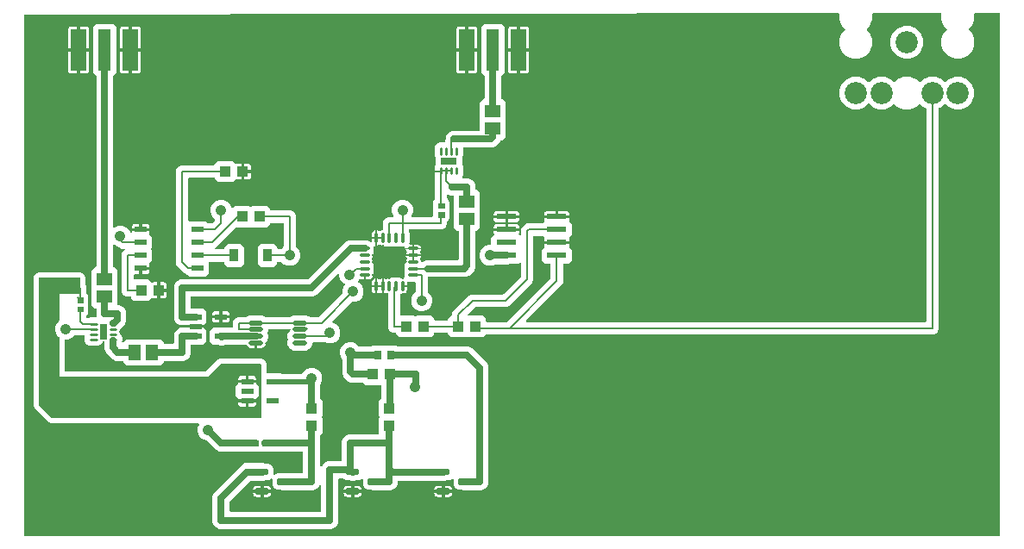
<source format=gbr>
G04 EAGLE Gerber RS-274X export*
G75*
%MOMM*%
%FSLAX34Y34*%
%LPD*%
%INTop Copper*%
%IPPOS*%
%AMOC8*
5,1,8,0,0,1.08239X$1,22.5*%
G01*
%ADD10R,0.700000X0.900000*%
%ADD11R,1.100000X1.000000*%
%ADD12R,0.910000X1.220000*%
%ADD13R,1.200000X0.600000*%
%ADD14C,2.184400*%
%ADD15R,1.000000X1.100000*%
%ADD16C,0.292500*%
%ADD17R,1.600000X0.800000*%
%ADD18C,0.470000*%
%ADD19C,0.320000*%
%ADD20R,3.100000X3.100000*%
%ADD21R,1.500000X1.300000*%
%ADD22C,0.075600*%
%ADD23R,0.800000X1.600000*%
%ADD24R,1.155700X0.620000*%
%ADD25R,1.300000X1.500000*%
%ADD26R,1.981200X0.558800*%
%ADD27R,1.524000X4.064000*%
%ADD28R,1.270000X4.064000*%
%ADD29C,0.300000*%
%ADD30C,0.685800*%
%ADD31C,0.708384*%
%ADD32C,0.635000*%
%ADD33C,0.203200*%
%ADD34C,1.041400*%
%ADD35C,0.508000*%

G36*
X966798Y10164D02*
X966798Y10164D01*
X966817Y10162D01*
X966919Y10184D01*
X967021Y10200D01*
X967038Y10210D01*
X967058Y10214D01*
X967147Y10267D01*
X967238Y10316D01*
X967252Y10330D01*
X967269Y10340D01*
X967336Y10419D01*
X967408Y10494D01*
X967416Y10512D01*
X967429Y10527D01*
X967468Y10623D01*
X967511Y10717D01*
X967513Y10737D01*
X967521Y10755D01*
X967539Y10922D01*
X967539Y522974D01*
X967536Y522994D01*
X967538Y523014D01*
X967516Y523115D01*
X967500Y523217D01*
X967490Y523235D01*
X967486Y523255D01*
X967432Y523343D01*
X967384Y523434D01*
X967370Y523448D01*
X967359Y523466D01*
X967281Y523533D01*
X967206Y523603D01*
X967188Y523612D01*
X967172Y523625D01*
X967076Y523664D01*
X966983Y523707D01*
X966963Y523709D01*
X966944Y523717D01*
X966777Y523735D01*
X943221Y523704D01*
X943202Y523701D01*
X943183Y523703D01*
X943081Y523681D01*
X942978Y523664D01*
X942961Y523655D01*
X942942Y523651D01*
X942853Y523598D01*
X942761Y523549D01*
X942748Y523535D01*
X942731Y523525D01*
X942663Y523446D01*
X942592Y523370D01*
X942584Y523353D01*
X942571Y523338D01*
X942532Y523242D01*
X942489Y523147D01*
X942486Y523128D01*
X942479Y523110D01*
X942461Y522943D01*
X942461Y517085D01*
X940000Y511146D01*
X937193Y508338D01*
X937181Y508322D01*
X937166Y508310D01*
X937110Y508222D01*
X937049Y508139D01*
X937044Y508120D01*
X937033Y508103D01*
X937008Y508002D01*
X936977Y507903D01*
X936978Y507884D01*
X936973Y507864D01*
X936981Y507761D01*
X936983Y507658D01*
X936990Y507639D01*
X936992Y507619D01*
X937032Y507524D01*
X937068Y507427D01*
X937080Y507411D01*
X937088Y507393D01*
X937193Y507262D01*
X940000Y504454D01*
X942461Y498515D01*
X942461Y492085D01*
X940000Y486146D01*
X935454Y481600D01*
X929515Y479139D01*
X923085Y479139D01*
X917146Y481600D01*
X912600Y486146D01*
X910139Y492085D01*
X910139Y498515D01*
X912600Y504454D01*
X915407Y507262D01*
X915419Y507278D01*
X915434Y507290D01*
X915490Y507378D01*
X915551Y507461D01*
X915556Y507480D01*
X915567Y507497D01*
X915592Y507598D01*
X915623Y507697D01*
X915622Y507716D01*
X915627Y507736D01*
X915619Y507839D01*
X915617Y507942D01*
X915610Y507961D01*
X915608Y507981D01*
X915568Y508076D01*
X915532Y508173D01*
X915520Y508189D01*
X915512Y508207D01*
X915407Y508338D01*
X912600Y511146D01*
X910139Y517085D01*
X910139Y522899D01*
X910136Y522919D01*
X910138Y522940D01*
X910116Y523041D01*
X910100Y523142D01*
X910090Y523160D01*
X910086Y523180D01*
X910033Y523269D01*
X909984Y523359D01*
X909970Y523373D01*
X909959Y523391D01*
X909881Y523458D01*
X909806Y523529D01*
X909788Y523537D01*
X909772Y523551D01*
X909676Y523589D01*
X909583Y523632D01*
X909563Y523635D01*
X909544Y523642D01*
X909377Y523661D01*
X843221Y523575D01*
X843202Y523571D01*
X843183Y523574D01*
X843081Y523551D01*
X842978Y523535D01*
X842961Y523525D01*
X842942Y523521D01*
X842853Y523468D01*
X842761Y523419D01*
X842748Y523405D01*
X842731Y523395D01*
X842663Y523316D01*
X842592Y523241D01*
X842584Y523223D01*
X842571Y523208D01*
X842532Y523112D01*
X842489Y523017D01*
X842486Y522998D01*
X842479Y522980D01*
X842461Y522813D01*
X842461Y517085D01*
X840000Y511146D01*
X837193Y508338D01*
X837181Y508322D01*
X837166Y508310D01*
X837110Y508222D01*
X837049Y508139D01*
X837044Y508120D01*
X837033Y508103D01*
X837008Y508002D01*
X836977Y507903D01*
X836978Y507884D01*
X836973Y507864D01*
X836981Y507761D01*
X836983Y507658D01*
X836990Y507639D01*
X836992Y507619D01*
X837032Y507524D01*
X837068Y507427D01*
X837080Y507411D01*
X837088Y507393D01*
X837193Y507262D01*
X840000Y504454D01*
X842461Y498515D01*
X842461Y492085D01*
X840000Y486146D01*
X835454Y481600D01*
X829515Y479139D01*
X823085Y479139D01*
X817146Y481600D01*
X812600Y486146D01*
X810139Y492085D01*
X810139Y498515D01*
X812600Y504454D01*
X815407Y507262D01*
X815419Y507278D01*
X815434Y507290D01*
X815490Y507378D01*
X815551Y507461D01*
X815556Y507480D01*
X815567Y507497D01*
X815592Y507598D01*
X815623Y507697D01*
X815622Y507716D01*
X815627Y507736D01*
X815619Y507839D01*
X815617Y507942D01*
X815610Y507961D01*
X815608Y507981D01*
X815568Y508076D01*
X815532Y508173D01*
X815520Y508189D01*
X815512Y508207D01*
X815407Y508338D01*
X812600Y511146D01*
X810139Y517085D01*
X810139Y522769D01*
X810136Y522789D01*
X810138Y522810D01*
X810116Y522911D01*
X810100Y523012D01*
X810090Y523030D01*
X810086Y523050D01*
X810033Y523139D01*
X809984Y523230D01*
X809970Y523244D01*
X809959Y523261D01*
X809881Y523328D01*
X809806Y523399D01*
X809788Y523407D01*
X809772Y523421D01*
X809676Y523459D01*
X809583Y523503D01*
X809563Y523505D01*
X809544Y523512D01*
X809377Y523531D01*
X10921Y522493D01*
X10902Y522490D01*
X10883Y522492D01*
X10781Y522470D01*
X10678Y522453D01*
X10661Y522444D01*
X10642Y522440D01*
X10553Y522387D01*
X10461Y522338D01*
X10448Y522324D01*
X10431Y522314D01*
X10363Y522235D01*
X10292Y522159D01*
X10284Y522142D01*
X10271Y522127D01*
X10232Y522030D01*
X10189Y521936D01*
X10186Y521917D01*
X10179Y521899D01*
X10161Y521732D01*
X10161Y10922D01*
X10164Y10902D01*
X10162Y10883D01*
X10184Y10781D01*
X10200Y10679D01*
X10210Y10662D01*
X10214Y10642D01*
X10267Y10553D01*
X10316Y10462D01*
X10330Y10448D01*
X10340Y10431D01*
X10419Y10364D01*
X10494Y10292D01*
X10512Y10284D01*
X10527Y10271D01*
X10623Y10232D01*
X10717Y10189D01*
X10737Y10187D01*
X10755Y10179D01*
X10922Y10161D01*
X966778Y10161D01*
X966798Y10164D01*
G37*
%LPC*%
G36*
X201485Y16777D02*
X201485Y16777D01*
X198316Y18090D01*
X195890Y20516D01*
X194577Y23685D01*
X194577Y49315D01*
X195890Y52484D01*
X223716Y80310D01*
X226885Y81623D01*
X245115Y81623D01*
X246284Y81139D01*
X246347Y81124D01*
X246408Y81099D01*
X246491Y81090D01*
X246523Y81083D01*
X246542Y81084D01*
X246575Y81081D01*
X249359Y81081D01*
X251778Y80079D01*
X253629Y78228D01*
X254631Y75809D01*
X254631Y70825D01*
X254642Y70754D01*
X254644Y70683D01*
X254662Y70634D01*
X254670Y70582D01*
X254704Y70519D01*
X254729Y70452D01*
X254761Y70411D01*
X254786Y70365D01*
X254837Y70316D01*
X254882Y70260D01*
X254926Y70231D01*
X254964Y70196D01*
X255029Y70165D01*
X255089Y70127D01*
X255140Y70114D01*
X255187Y70092D01*
X255258Y70084D01*
X255328Y70067D01*
X255380Y70071D01*
X255431Y70065D01*
X255502Y70080D01*
X255573Y70086D01*
X255621Y70106D01*
X255672Y70117D01*
X255733Y70154D01*
X255799Y70182D01*
X255855Y70227D01*
X255883Y70243D01*
X255898Y70261D01*
X255930Y70287D01*
X256222Y70579D01*
X258641Y71581D01*
X261720Y71581D01*
X261785Y71591D01*
X261850Y71592D01*
X261930Y71615D01*
X261963Y71620D01*
X261980Y71630D01*
X262011Y71639D01*
X262907Y72010D01*
X282829Y72010D01*
X282849Y72013D01*
X282868Y72011D01*
X282970Y72033D01*
X283072Y72049D01*
X283089Y72059D01*
X283109Y72063D01*
X283198Y72116D01*
X283289Y72165D01*
X283303Y72179D01*
X283320Y72189D01*
X283387Y72268D01*
X283459Y72343D01*
X283467Y72361D01*
X283480Y72376D01*
X283519Y72472D01*
X283562Y72566D01*
X283564Y72586D01*
X283572Y72604D01*
X283590Y72771D01*
X283590Y92329D01*
X283587Y92349D01*
X283589Y92368D01*
X283567Y92470D01*
X283551Y92572D01*
X283541Y92589D01*
X283537Y92609D01*
X283484Y92698D01*
X283435Y92789D01*
X283421Y92803D01*
X283411Y92820D01*
X283332Y92887D01*
X283257Y92959D01*
X283239Y92967D01*
X283224Y92980D01*
X283128Y93019D01*
X283034Y93062D01*
X283014Y93064D01*
X282996Y93072D01*
X282829Y93090D01*
X244057Y93090D01*
X243524Y93311D01*
X243460Y93326D01*
X243399Y93351D01*
X243316Y93360D01*
X243284Y93367D01*
X243265Y93366D01*
X243232Y93369D01*
X242342Y93369D01*
X241591Y93680D01*
X241503Y93701D01*
X241416Y93729D01*
X241383Y93729D01*
X241352Y93736D01*
X241261Y93728D01*
X241170Y93727D01*
X241130Y93716D01*
X241107Y93713D01*
X241078Y93700D01*
X241009Y93680D01*
X240258Y93369D01*
X238704Y93369D01*
X238639Y93359D01*
X238574Y93358D01*
X238526Y93344D01*
X201558Y93344D01*
X198523Y94601D01*
X189335Y103789D01*
X189261Y103842D01*
X189192Y103902D01*
X189162Y103914D01*
X189136Y103933D01*
X189049Y103960D01*
X188964Y103994D01*
X188923Y103998D01*
X188901Y104005D01*
X188868Y104004D01*
X188797Y104012D01*
X188454Y104012D01*
X184672Y105578D01*
X181778Y108472D01*
X180212Y112254D01*
X180212Y116346D01*
X181559Y119597D01*
X181569Y119641D01*
X181588Y119683D01*
X181597Y119760D01*
X181615Y119836D01*
X181610Y119882D01*
X181616Y119927D01*
X181599Y120004D01*
X181592Y120081D01*
X181573Y120123D01*
X181563Y120168D01*
X181523Y120235D01*
X181492Y120306D01*
X181461Y120340D01*
X181437Y120379D01*
X181378Y120430D01*
X181325Y120487D01*
X181285Y120509D01*
X181250Y120539D01*
X181178Y120568D01*
X181110Y120605D01*
X181065Y120614D01*
X181022Y120631D01*
X180886Y120646D01*
X180868Y120649D01*
X180863Y120648D01*
X180855Y120649D01*
X36837Y120649D01*
X34503Y121616D01*
X20016Y136103D01*
X19049Y138437D01*
X19049Y264153D01*
X20016Y266487D01*
X21803Y268274D01*
X24137Y269241D01*
X64763Y269241D01*
X67097Y268274D01*
X68884Y266487D01*
X69851Y264153D01*
X69851Y257817D01*
X69861Y257752D01*
X69862Y257687D01*
X69885Y257607D01*
X69890Y257574D01*
X69900Y257557D01*
X69909Y257526D01*
X70867Y255213D01*
X70867Y248972D01*
X70881Y248882D01*
X70889Y248791D01*
X70901Y248762D01*
X70906Y248730D01*
X70949Y248649D01*
X70985Y248565D01*
X71011Y248533D01*
X71022Y248512D01*
X71045Y248490D01*
X71090Y248434D01*
X72170Y247354D01*
X73001Y245348D01*
X73001Y238532D01*
X72690Y237781D01*
X72669Y237693D01*
X72641Y237606D01*
X72641Y237573D01*
X72634Y237542D01*
X72642Y237451D01*
X72643Y237360D01*
X72654Y237320D01*
X72657Y237297D01*
X72670Y237268D01*
X72690Y237199D01*
X73001Y236448D01*
X73001Y229632D01*
X72170Y227626D01*
X71090Y226546D01*
X71037Y226472D01*
X70977Y226402D01*
X70965Y226372D01*
X70946Y226346D01*
X70919Y226259D01*
X70885Y226174D01*
X70881Y226133D01*
X70874Y226111D01*
X70875Y226079D01*
X70867Y226008D01*
X70867Y225178D01*
X70870Y225158D01*
X70868Y225139D01*
X70890Y225037D01*
X70906Y224935D01*
X70916Y224918D01*
X70920Y224898D01*
X70973Y224809D01*
X71022Y224718D01*
X71036Y224704D01*
X71046Y224687D01*
X71125Y224620D01*
X71200Y224548D01*
X71218Y224540D01*
X71233Y224527D01*
X71329Y224488D01*
X71423Y224445D01*
X71443Y224443D01*
X71461Y224435D01*
X71628Y224417D01*
X72950Y224417D01*
X73014Y224427D01*
X73080Y224428D01*
X73160Y224451D01*
X73192Y224456D01*
X73210Y224466D01*
X73241Y224475D01*
X74179Y224863D01*
X80373Y224863D01*
X80418Y224871D01*
X80464Y224869D01*
X80539Y224890D01*
X80615Y224903D01*
X80656Y224924D01*
X80700Y224937D01*
X80764Y224982D01*
X80833Y225018D01*
X80864Y225051D01*
X80902Y225078D01*
X80948Y225140D01*
X81002Y225196D01*
X81021Y225238D01*
X81049Y225275D01*
X81073Y225349D01*
X81106Y225419D01*
X81111Y225465D01*
X81125Y225509D01*
X81124Y225587D01*
X81133Y225664D01*
X81123Y225709D01*
X81123Y225755D01*
X81085Y225886D01*
X81081Y225904D01*
X81078Y225909D01*
X81076Y225916D01*
X80644Y226958D01*
X80644Y233158D01*
X80641Y233178D01*
X80643Y233197D01*
X80621Y233299D01*
X80605Y233401D01*
X80595Y233418D01*
X80591Y233438D01*
X80538Y233527D01*
X80489Y233618D01*
X80475Y233632D01*
X80465Y233649D01*
X80386Y233716D01*
X80311Y233788D01*
X80293Y233796D01*
X80278Y233809D01*
X80182Y233848D01*
X80088Y233891D01*
X80068Y233893D01*
X80050Y233901D01*
X79883Y233919D01*
X79295Y233919D01*
X76319Y236895D01*
X76319Y271105D01*
X79295Y274081D01*
X79883Y274081D01*
X79903Y274084D01*
X79922Y274082D01*
X80024Y274104D01*
X80126Y274120D01*
X80143Y274130D01*
X80163Y274134D01*
X80252Y274187D01*
X80343Y274236D01*
X80357Y274250D01*
X80374Y274260D01*
X80441Y274339D01*
X80513Y274414D01*
X80521Y274432D01*
X80534Y274447D01*
X80573Y274543D01*
X80616Y274637D01*
X80618Y274657D01*
X80626Y274675D01*
X80644Y274842D01*
X80644Y461765D01*
X80630Y461855D01*
X80622Y461946D01*
X80610Y461976D01*
X80605Y462008D01*
X80562Y462089D01*
X80526Y462172D01*
X80500Y462205D01*
X80489Y462225D01*
X80466Y462247D01*
X80421Y462303D01*
X77469Y465255D01*
X77469Y510105D01*
X80445Y513081D01*
X97355Y513081D01*
X100331Y510105D01*
X100331Y465255D01*
X97379Y462303D01*
X97326Y462230D01*
X97266Y462160D01*
X97254Y462130D01*
X97235Y462104D01*
X97208Y462017D01*
X97174Y461932D01*
X97170Y461891D01*
X97163Y461869D01*
X97164Y461836D01*
X97156Y461765D01*
X97156Y314076D01*
X97167Y314005D01*
X97169Y313933D01*
X97187Y313884D01*
X97195Y313833D01*
X97229Y313769D01*
X97254Y313702D01*
X97286Y313661D01*
X97311Y313615D01*
X97363Y313566D01*
X97407Y313510D01*
X97451Y313482D01*
X97489Y313446D01*
X97554Y313416D01*
X97614Y313377D01*
X97665Y313364D01*
X97712Y313342D01*
X97783Y313335D01*
X97853Y313317D01*
X97905Y313321D01*
X97956Y313315D01*
X98027Y313331D01*
X98098Y313336D01*
X98146Y313357D01*
X98197Y313368D01*
X98258Y313405D01*
X98324Y313433D01*
X98380Y313477D01*
X98408Y313494D01*
X98423Y313512D01*
X98431Y313518D01*
X102221Y315088D01*
X106313Y315088D01*
X110095Y313522D01*
X112989Y310628D01*
X114540Y306882D01*
X114579Y306819D01*
X114609Y306752D01*
X114643Y306715D01*
X114670Y306673D01*
X114726Y306626D01*
X114777Y306572D01*
X114820Y306548D01*
X114859Y306516D01*
X114928Y306490D01*
X114993Y306455D01*
X115042Y306446D01*
X115089Y306428D01*
X115162Y306425D01*
X115235Y306412D01*
X115284Y306420D01*
X115334Y306418D01*
X115405Y306438D01*
X115478Y306449D01*
X115523Y306472D01*
X115571Y306486D01*
X115631Y306528D01*
X115697Y306562D01*
X115732Y306598D01*
X115773Y306626D01*
X115817Y306686D01*
X115868Y306739D01*
X115890Y306784D01*
X115919Y306824D01*
X115942Y306894D01*
X115974Y306961D01*
X115980Y307010D01*
X115996Y307058D01*
X115995Y307132D01*
X116004Y307205D01*
X115994Y307272D01*
X115993Y307304D01*
X115984Y307337D01*
X115979Y307370D01*
X115859Y307816D01*
X115859Y309651D01*
X123662Y309651D01*
X123681Y309654D01*
X123701Y309652D01*
X123803Y309674D01*
X123905Y309690D01*
X123922Y309700D01*
X123942Y309704D01*
X124031Y309757D01*
X124122Y309806D01*
X124136Y309820D01*
X124153Y309830D01*
X124220Y309909D01*
X124291Y309984D01*
X124300Y310002D01*
X124313Y310017D01*
X124351Y310113D01*
X124395Y310207D01*
X124397Y310227D01*
X124404Y310245D01*
X124417Y310169D01*
X124426Y310152D01*
X124430Y310132D01*
X124483Y310043D01*
X124532Y309952D01*
X124546Y309938D01*
X124556Y309921D01*
X124635Y309854D01*
X124710Y309782D01*
X124728Y309774D01*
X124743Y309761D01*
X124840Y309722D01*
X124933Y309679D01*
X124953Y309677D01*
X124971Y309669D01*
X125138Y309651D01*
X132941Y309651D01*
X132941Y307816D01*
X132768Y307169D01*
X132730Y307104D01*
X132714Y307063D01*
X132690Y307026D01*
X132671Y306948D01*
X132643Y306874D01*
X132641Y306830D01*
X132630Y306787D01*
X132637Y306708D01*
X132634Y306628D01*
X132646Y306586D01*
X132649Y306542D01*
X132681Y306469D01*
X132703Y306392D01*
X132729Y306356D01*
X132746Y306316D01*
X132837Y306202D01*
X132845Y306191D01*
X132847Y306189D01*
X132851Y306185D01*
X135481Y303555D01*
X135481Y293345D01*
X134774Y292638D01*
X134762Y292622D01*
X134746Y292610D01*
X134690Y292522D01*
X134630Y292439D01*
X134624Y292420D01*
X134613Y292403D01*
X134588Y292302D01*
X134558Y292203D01*
X134558Y292184D01*
X134553Y292164D01*
X134561Y292061D01*
X134564Y291958D01*
X134571Y291939D01*
X134572Y291919D01*
X134613Y291824D01*
X134648Y291727D01*
X134661Y291711D01*
X134669Y291693D01*
X134774Y291562D01*
X135481Y290855D01*
X135481Y280645D01*
X132851Y278015D01*
X132825Y277980D01*
X132793Y277950D01*
X132754Y277880D01*
X132707Y277816D01*
X132694Y277774D01*
X132673Y277735D01*
X132658Y277657D01*
X132635Y277581D01*
X132636Y277537D01*
X132628Y277494D01*
X132639Y277415D01*
X132641Y277335D01*
X132656Y277293D01*
X132662Y277250D01*
X132721Y277117D01*
X132725Y277104D01*
X132728Y277101D01*
X132730Y277096D01*
X132768Y277031D01*
X132941Y276384D01*
X132941Y274549D01*
X125138Y274549D01*
X125119Y274546D01*
X125099Y274548D01*
X124997Y274526D01*
X124895Y274510D01*
X124878Y274500D01*
X124858Y274496D01*
X124769Y274443D01*
X124678Y274394D01*
X124664Y274380D01*
X124647Y274370D01*
X124580Y274291D01*
X124509Y274216D01*
X124500Y274198D01*
X124487Y274183D01*
X124449Y274087D01*
X124405Y273993D01*
X124403Y273973D01*
X124395Y273955D01*
X124377Y273788D01*
X124377Y273073D01*
X123662Y273073D01*
X123642Y273070D01*
X123622Y273072D01*
X123521Y273050D01*
X123419Y273033D01*
X123402Y273024D01*
X123382Y273020D01*
X123293Y272967D01*
X123202Y272918D01*
X123188Y272904D01*
X123171Y272894D01*
X123104Y272815D01*
X123032Y272740D01*
X123024Y272722D01*
X123011Y272707D01*
X122972Y272610D01*
X122929Y272517D01*
X122927Y272497D01*
X122919Y272479D01*
X122901Y272312D01*
X122901Y267509D01*
X118618Y267509D01*
X118598Y267506D01*
X118579Y267508D01*
X118477Y267486D01*
X118375Y267470D01*
X118358Y267460D01*
X118338Y267456D01*
X118249Y267403D01*
X118158Y267354D01*
X118144Y267340D01*
X118127Y267330D01*
X118060Y267251D01*
X117988Y267176D01*
X117980Y267158D01*
X117967Y267143D01*
X117928Y267046D01*
X117885Y266953D01*
X117883Y266933D01*
X117875Y266915D01*
X117857Y266748D01*
X117857Y262802D01*
X117860Y262782D01*
X117858Y262763D01*
X117880Y262661D01*
X117896Y262559D01*
X117906Y262542D01*
X117910Y262522D01*
X117963Y262433D01*
X118012Y262342D01*
X118026Y262328D01*
X118036Y262311D01*
X118115Y262244D01*
X118190Y262172D01*
X118208Y262164D01*
X118223Y262151D01*
X118319Y262112D01*
X118413Y262069D01*
X118433Y262067D01*
X118451Y262059D01*
X118618Y262041D01*
X131955Y262041D01*
X134694Y259301D01*
X134730Y259275D01*
X134760Y259243D01*
X134807Y259216D01*
X134826Y259200D01*
X134846Y259192D01*
X134894Y259157D01*
X134936Y259144D01*
X134974Y259123D01*
X135053Y259108D01*
X135129Y259085D01*
X135173Y259086D01*
X135216Y259078D01*
X135295Y259089D01*
X135375Y259091D01*
X135416Y259106D01*
X135460Y259112D01*
X135593Y259171D01*
X135606Y259176D01*
X135609Y259178D01*
X135613Y259180D01*
X135869Y259328D01*
X136516Y259501D01*
X140327Y259501D01*
X140327Y252222D01*
X140329Y252209D01*
X140328Y252199D01*
X140329Y252193D01*
X140328Y252183D01*
X140350Y252081D01*
X140367Y251979D01*
X140376Y251962D01*
X140380Y251942D01*
X140433Y251853D01*
X140482Y251762D01*
X140496Y251748D01*
X140506Y251731D01*
X140585Y251664D01*
X140660Y251593D01*
X140678Y251584D01*
X140693Y251571D01*
X140789Y251532D01*
X140883Y251489D01*
X140903Y251487D01*
X140921Y251479D01*
X141088Y251461D01*
X141851Y251461D01*
X141851Y251459D01*
X141088Y251459D01*
X141068Y251456D01*
X141049Y251458D01*
X140947Y251436D01*
X140845Y251419D01*
X140828Y251410D01*
X140808Y251406D01*
X140719Y251353D01*
X140628Y251304D01*
X140614Y251290D01*
X140597Y251280D01*
X140530Y251201D01*
X140459Y251126D01*
X140450Y251108D01*
X140437Y251093D01*
X140398Y250997D01*
X140355Y250903D01*
X140353Y250883D01*
X140345Y250865D01*
X140327Y250698D01*
X140327Y243419D01*
X136516Y243419D01*
X135869Y243592D01*
X135613Y243740D01*
X135572Y243756D01*
X135535Y243779D01*
X135458Y243799D01*
X135383Y243827D01*
X135339Y243829D01*
X135297Y243839D01*
X135217Y243833D01*
X135138Y243836D01*
X135095Y243824D01*
X135052Y243820D01*
X134978Y243789D01*
X134902Y243766D01*
X134866Y243741D01*
X134825Y243724D01*
X134712Y243633D01*
X134700Y243625D01*
X134698Y243622D01*
X134694Y243619D01*
X131955Y240879D01*
X117745Y240879D01*
X114769Y243855D01*
X114769Y244602D01*
X114766Y244622D01*
X114768Y244641D01*
X114746Y244743D01*
X114730Y244845D01*
X114720Y244862D01*
X114716Y244882D01*
X114663Y244971D01*
X114614Y245062D01*
X114600Y245076D01*
X114590Y245093D01*
X114511Y245160D01*
X114436Y245232D01*
X114418Y245240D01*
X114403Y245253D01*
X114307Y245292D01*
X114213Y245335D01*
X114193Y245337D01*
X114175Y245345D01*
X114008Y245363D01*
X110547Y245363D01*
X108306Y246291D01*
X106591Y248006D01*
X105663Y250247D01*
X105663Y286963D01*
X106591Y289204D01*
X108340Y290952D01*
X108403Y290986D01*
X108421Y291004D01*
X108443Y291018D01*
X108506Y291093D01*
X108573Y291164D01*
X108584Y291188D01*
X108600Y291208D01*
X108635Y291299D01*
X108676Y291387D01*
X108679Y291413D01*
X108688Y291437D01*
X108693Y291535D01*
X108703Y291631D01*
X108698Y291657D01*
X108699Y291683D01*
X108672Y291777D01*
X108651Y291872D01*
X108638Y291894D01*
X108631Y291919D01*
X108575Y291999D01*
X108525Y292083D01*
X108505Y292100D01*
X108490Y292121D01*
X108412Y292179D01*
X108338Y292243D01*
X108314Y292253D01*
X108293Y292268D01*
X108201Y292298D01*
X108110Y292335D01*
X108078Y292338D01*
X108059Y292344D01*
X108026Y292344D01*
X107943Y292353D01*
X105467Y292353D01*
X103226Y293281D01*
X101944Y294564D01*
X101891Y294602D01*
X101844Y294648D01*
X101771Y294689D01*
X101744Y294708D01*
X101725Y294713D01*
X101697Y294729D01*
X98425Y296085D01*
X98397Y296104D01*
X98345Y296154D01*
X98298Y296176D01*
X98256Y296206D01*
X98187Y296227D01*
X98122Y296258D01*
X98070Y296263D01*
X98021Y296279D01*
X97949Y296277D01*
X97878Y296285D01*
X97827Y296274D01*
X97775Y296272D01*
X97707Y296248D01*
X97637Y296232D01*
X97593Y296206D01*
X97544Y296188D01*
X97488Y296143D01*
X97426Y296106D01*
X97392Y296067D01*
X97352Y296034D01*
X97313Y295974D01*
X97266Y295919D01*
X97247Y295871D01*
X97219Y295827D01*
X97201Y295758D01*
X97174Y295691D01*
X97166Y295620D01*
X97158Y295589D01*
X97160Y295565D01*
X97156Y295524D01*
X97156Y274842D01*
X97159Y274822D01*
X97157Y274803D01*
X97179Y274701D01*
X97195Y274599D01*
X97205Y274582D01*
X97209Y274562D01*
X97262Y274473D01*
X97311Y274382D01*
X97325Y274368D01*
X97335Y274351D01*
X97414Y274284D01*
X97489Y274212D01*
X97507Y274204D01*
X97522Y274191D01*
X97618Y274152D01*
X97712Y274109D01*
X97732Y274107D01*
X97750Y274099D01*
X97917Y274081D01*
X98505Y274081D01*
X101481Y271105D01*
X101481Y237617D01*
X101484Y237597D01*
X101482Y237578D01*
X101504Y237476D01*
X101520Y237374D01*
X101530Y237357D01*
X101534Y237337D01*
X101587Y237248D01*
X101636Y237157D01*
X101650Y237143D01*
X101660Y237126D01*
X101739Y237059D01*
X101814Y236987D01*
X101832Y236979D01*
X101847Y236966D01*
X101943Y236927D01*
X102037Y236884D01*
X102057Y236882D01*
X102075Y236874D01*
X102242Y236856D01*
X103242Y236856D01*
X106277Y235599D01*
X108599Y233277D01*
X109856Y230242D01*
X109856Y221191D01*
X108599Y218156D01*
X105625Y215183D01*
X105587Y215129D01*
X105541Y215083D01*
X105501Y215010D01*
X105482Y214983D01*
X105476Y214964D01*
X105460Y214936D01*
X105327Y214614D01*
X104006Y213293D01*
X103953Y213219D01*
X103893Y213149D01*
X103881Y213119D01*
X103862Y213093D01*
X103835Y213006D01*
X103801Y212921D01*
X103797Y212880D01*
X103790Y212858D01*
X103791Y212826D01*
X103790Y212820D01*
X103510Y211775D01*
X103178Y211201D01*
X103155Y211137D01*
X103122Y211078D01*
X103111Y211023D01*
X103091Y210971D01*
X103089Y210903D01*
X103077Y210837D01*
X103084Y210781D01*
X103082Y210725D01*
X103102Y210660D01*
X103111Y210593D01*
X103143Y210520D01*
X103152Y210489D01*
X103164Y210472D01*
X103178Y210439D01*
X103510Y209865D01*
X103798Y208791D01*
X103805Y208705D01*
X103817Y208675D01*
X103822Y208643D01*
X103865Y208562D01*
X103901Y208478D01*
X103927Y208446D01*
X103938Y208426D01*
X103961Y208403D01*
X104006Y208347D01*
X105327Y207026D01*
X106323Y204622D01*
X106323Y202018D01*
X106012Y201268D01*
X105990Y201174D01*
X105961Y201081D01*
X105962Y201054D01*
X105956Y201029D01*
X105965Y200932D01*
X105968Y200835D01*
X105977Y200810D01*
X105979Y200784D01*
X106019Y200695D01*
X106052Y200604D01*
X106068Y200583D01*
X106079Y200559D01*
X106145Y200488D01*
X106206Y200412D01*
X106228Y200398D01*
X106245Y200378D01*
X106331Y200331D01*
X106413Y200279D01*
X106438Y200272D01*
X106461Y200260D01*
X106557Y200242D01*
X106651Y200219D01*
X106677Y200221D01*
X106703Y200216D01*
X106799Y200230D01*
X106896Y200238D01*
X106920Y200248D01*
X106946Y200252D01*
X107033Y200296D01*
X107123Y200334D01*
X107148Y200354D01*
X107166Y200363D01*
X107189Y200387D01*
X107254Y200439D01*
X109895Y203081D01*
X144105Y203081D01*
X147081Y200105D01*
X147081Y199517D01*
X147084Y199497D01*
X147082Y199478D01*
X147104Y199376D01*
X147120Y199274D01*
X147130Y199257D01*
X147134Y199237D01*
X147187Y199148D01*
X147236Y199057D01*
X147250Y199043D01*
X147260Y199026D01*
X147339Y198959D01*
X147414Y198887D01*
X147432Y198879D01*
X147447Y198866D01*
X147543Y198827D01*
X147637Y198784D01*
X147657Y198782D01*
X147675Y198774D01*
X147842Y198756D01*
X156083Y198756D01*
X156103Y198759D01*
X156122Y198757D01*
X156224Y198779D01*
X156326Y198795D01*
X156343Y198805D01*
X156363Y198809D01*
X156452Y198862D01*
X156543Y198911D01*
X156557Y198925D01*
X156574Y198935D01*
X156641Y199014D01*
X156713Y199089D01*
X156721Y199107D01*
X156734Y199122D01*
X156773Y199218D01*
X156816Y199312D01*
X156818Y199332D01*
X156826Y199350D01*
X156844Y199517D01*
X156844Y208042D01*
X158101Y211077D01*
X160423Y213399D01*
X163458Y214656D01*
X177282Y214656D01*
X177302Y214659D01*
X177321Y214657D01*
X177423Y214679D01*
X177525Y214695D01*
X177542Y214705D01*
X177562Y214709D01*
X177651Y214762D01*
X177742Y214811D01*
X177756Y214825D01*
X177773Y214835D01*
X177840Y214914D01*
X177911Y214989D01*
X177920Y215007D01*
X177933Y215022D01*
X177972Y215118D01*
X178015Y215212D01*
X178017Y215232D01*
X178025Y215250D01*
X178043Y215417D01*
X178043Y216383D01*
X178040Y216403D01*
X178042Y216422D01*
X178020Y216524D01*
X178003Y216626D01*
X177994Y216643D01*
X177990Y216663D01*
X177937Y216752D01*
X177888Y216843D01*
X177874Y216857D01*
X177864Y216874D01*
X177785Y216941D01*
X177710Y217013D01*
X177692Y217021D01*
X177677Y217034D01*
X177581Y217073D01*
X177487Y217116D01*
X177467Y217118D01*
X177449Y217126D01*
X177282Y217144D01*
X163458Y217144D01*
X160423Y218401D01*
X158101Y220723D01*
X156844Y223758D01*
X156844Y255642D01*
X158101Y258677D01*
X160423Y260999D01*
X163458Y262256D01*
X288365Y262256D01*
X288455Y262270D01*
X288546Y262278D01*
X288576Y262290D01*
X288608Y262295D01*
X288689Y262338D01*
X288772Y262374D01*
X288805Y262400D01*
X288825Y262411D01*
X288847Y262434D01*
X288903Y262479D01*
X323394Y296969D01*
X325823Y299399D01*
X328858Y300656D01*
X346319Y300656D01*
X349353Y299399D01*
X349797Y298955D01*
X349851Y298917D01*
X349897Y298871D01*
X349970Y298831D01*
X349997Y298811D01*
X350016Y298806D01*
X350044Y298790D01*
X350107Y298764D01*
X350151Y298754D01*
X350193Y298734D01*
X350270Y298726D01*
X350346Y298708D01*
X350392Y298712D01*
X350437Y298707D01*
X350514Y298724D01*
X350591Y298731D01*
X350633Y298750D01*
X350678Y298759D01*
X350745Y298799D01*
X350816Y298831D01*
X350850Y298862D01*
X350889Y298886D01*
X350940Y298945D01*
X350997Y298997D01*
X351019Y299038D01*
X351049Y299073D01*
X351078Y299145D01*
X351115Y299213D01*
X351124Y299258D01*
X351141Y299301D01*
X351156Y299437D01*
X351159Y299455D01*
X351158Y299460D01*
X351159Y299467D01*
X351159Y302224D01*
X354501Y302224D01*
X354501Y295264D01*
X354451Y295213D01*
X354432Y295171D01*
X354405Y295134D01*
X354381Y295060D01*
X354348Y294989D01*
X354343Y294944D01*
X354329Y294900D01*
X354329Y294822D01*
X354321Y294745D01*
X354330Y294700D01*
X354331Y294654D01*
X354369Y294523D01*
X354373Y294505D01*
X354376Y294500D01*
X354378Y294493D01*
X354694Y293729D01*
X354694Y291071D01*
X353677Y288616D01*
X352328Y287267D01*
X352289Y287212D01*
X352242Y287163D01*
X352217Y287113D01*
X352185Y287067D01*
X352165Y287002D01*
X352136Y286941D01*
X352129Y286886D01*
X352112Y286832D01*
X352114Y286764D01*
X352106Y286699D01*
X351860Y286699D01*
X351795Y286689D01*
X351730Y286688D01*
X351650Y286665D01*
X351617Y286660D01*
X351600Y286650D01*
X351568Y286641D01*
X351385Y286565D01*
X351302Y286514D01*
X351216Y286468D01*
X351198Y286449D01*
X351176Y286436D01*
X351114Y286361D01*
X351047Y286290D01*
X351036Y286266D01*
X351019Y286246D01*
X350984Y286155D01*
X350943Y286067D01*
X350940Y286041D01*
X350931Y286017D01*
X350927Y285919D01*
X350916Y285822D01*
X350921Y285797D01*
X350920Y285771D01*
X350947Y285677D01*
X350968Y285582D01*
X350982Y285560D01*
X350989Y285535D01*
X351044Y285455D01*
X351094Y285371D01*
X351114Y285354D01*
X351129Y285333D01*
X351207Y285275D01*
X351281Y285211D01*
X351305Y285201D01*
X351326Y285186D01*
X351419Y285156D01*
X351509Y285119D01*
X351542Y285116D01*
X351560Y285110D01*
X351593Y285110D01*
X351676Y285101D01*
X352086Y285101D01*
X351872Y284302D01*
X351327Y283358D01*
X351158Y283188D01*
X351146Y283172D01*
X351130Y283160D01*
X351075Y283073D01*
X351014Y282989D01*
X351008Y282970D01*
X350997Y282953D01*
X350972Y282852D01*
X350942Y282754D01*
X350942Y282734D01*
X350937Y282714D01*
X350945Y282611D01*
X350948Y282508D01*
X350955Y282489D01*
X350957Y282469D01*
X350997Y282374D01*
X351033Y282277D01*
X351045Y282261D01*
X351053Y282243D01*
X351158Y282112D01*
X351327Y281942D01*
X351872Y280998D01*
X352086Y280199D01*
X351676Y280199D01*
X351580Y280184D01*
X351483Y280174D01*
X351459Y280164D01*
X351433Y280160D01*
X351347Y280114D01*
X351258Y280074D01*
X351239Y280057D01*
X351216Y280044D01*
X351149Y279974D01*
X351077Y279908D01*
X351065Y279885D01*
X351047Y279866D01*
X351006Y279778D01*
X350959Y279692D01*
X350954Y279667D01*
X350943Y279643D01*
X350932Y279546D01*
X350915Y279450D01*
X350919Y279424D01*
X350916Y279399D01*
X350937Y279303D01*
X350951Y279207D01*
X350963Y279184D01*
X350968Y279158D01*
X351018Y279074D01*
X351062Y278988D01*
X351081Y278969D01*
X351094Y278947D01*
X351168Y278884D01*
X351238Y278816D01*
X351266Y278800D01*
X351281Y278787D01*
X351312Y278775D01*
X351385Y278735D01*
X351569Y278659D01*
X351632Y278644D01*
X351693Y278619D01*
X351776Y278610D01*
X351808Y278602D01*
X351827Y278604D01*
X351860Y278601D01*
X352111Y278601D01*
X352112Y278580D01*
X352107Y278524D01*
X352122Y278458D01*
X352127Y278391D01*
X352149Y278339D01*
X352162Y278284D01*
X352197Y278226D01*
X352223Y278164D01*
X352273Y278103D01*
X352290Y278074D01*
X352306Y278061D01*
X352328Y278033D01*
X353677Y276684D01*
X354694Y274229D01*
X354694Y271571D01*
X353677Y269116D01*
X352328Y267767D01*
X352289Y267712D01*
X352242Y267663D01*
X352217Y267613D01*
X352185Y267567D01*
X352165Y267502D01*
X352136Y267441D01*
X352129Y267386D01*
X352112Y267332D01*
X352114Y267264D01*
X352106Y267199D01*
X351860Y267199D01*
X351795Y267189D01*
X351730Y267188D01*
X351650Y267165D01*
X351617Y267160D01*
X351600Y267150D01*
X351568Y267141D01*
X351385Y267065D01*
X351302Y267014D01*
X351216Y266968D01*
X351198Y266949D01*
X351176Y266936D01*
X351114Y266861D01*
X351047Y266790D01*
X351036Y266766D01*
X351019Y266746D01*
X350984Y266655D01*
X350943Y266567D01*
X350940Y266541D01*
X350931Y266517D01*
X350927Y266419D01*
X350916Y266322D01*
X350921Y266297D01*
X350920Y266271D01*
X350947Y266177D01*
X350968Y266082D01*
X350982Y266060D01*
X350989Y266035D01*
X351044Y265955D01*
X351094Y265871D01*
X351114Y265854D01*
X351129Y265833D01*
X351207Y265775D01*
X351281Y265711D01*
X351305Y265701D01*
X351326Y265686D01*
X351419Y265656D01*
X351509Y265619D01*
X351542Y265616D01*
X351560Y265610D01*
X351593Y265610D01*
X351676Y265601D01*
X352086Y265601D01*
X351872Y264802D01*
X351327Y263858D01*
X350556Y263087D01*
X349612Y262541D01*
X348559Y262259D01*
X345476Y262259D01*
X345476Y265458D01*
X345473Y265478D01*
X345475Y265497D01*
X345453Y265599D01*
X345437Y265701D01*
X345427Y265718D01*
X345423Y265738D01*
X345370Y265827D01*
X345321Y265918D01*
X345307Y265932D01*
X345297Y265949D01*
X345218Y266016D01*
X345143Y266088D01*
X345125Y266096D01*
X345110Y266109D01*
X345014Y266148D01*
X344920Y266191D01*
X344900Y266193D01*
X344882Y266201D01*
X344715Y266219D01*
X344639Y266219D01*
X344619Y266216D01*
X344599Y266218D01*
X344498Y266196D01*
X344396Y266180D01*
X344379Y266170D01*
X344359Y266166D01*
X344270Y266113D01*
X344179Y266064D01*
X344165Y266050D01*
X344148Y266040D01*
X344081Y265961D01*
X344009Y265886D01*
X344001Y265868D01*
X343988Y265853D01*
X343949Y265757D01*
X343906Y265663D01*
X343904Y265643D01*
X343896Y265625D01*
X343878Y265458D01*
X343878Y262259D01*
X340795Y262259D01*
X339742Y262541D01*
X339737Y262544D01*
X339672Y262569D01*
X339611Y262603D01*
X339558Y262612D01*
X339507Y262631D01*
X339437Y262634D01*
X339369Y262646D01*
X339315Y262639D01*
X339261Y262641D01*
X339194Y262621D01*
X339125Y262611D01*
X339077Y262586D01*
X339025Y262571D01*
X338968Y262531D01*
X338906Y262499D01*
X338868Y262460D01*
X338824Y262429D01*
X338783Y262373D01*
X338734Y262324D01*
X338698Y262257D01*
X338678Y262231D01*
X338672Y262210D01*
X338653Y262177D01*
X338175Y261022D01*
X337603Y260450D01*
X337576Y260413D01*
X337542Y260382D01*
X337505Y260314D01*
X337459Y260251D01*
X337446Y260207D01*
X337424Y260167D01*
X337410Y260090D01*
X337387Y260016D01*
X337388Y259970D01*
X337380Y259924D01*
X337391Y259847D01*
X337393Y259770D01*
X337409Y259727D01*
X337416Y259681D01*
X337451Y259612D01*
X337478Y259539D01*
X337507Y259503D01*
X337527Y259462D01*
X337583Y259407D01*
X337632Y259347D01*
X337670Y259322D01*
X337703Y259290D01*
X337823Y259224D01*
X337838Y259214D01*
X337843Y259212D01*
X337850Y259209D01*
X338568Y258912D01*
X341462Y256018D01*
X343028Y252236D01*
X343028Y248144D01*
X341462Y244362D01*
X338568Y241468D01*
X334786Y239902D01*
X331390Y239902D01*
X331300Y239888D01*
X331209Y239880D01*
X331179Y239868D01*
X331147Y239863D01*
X331066Y239820D01*
X330982Y239784D01*
X330950Y239758D01*
X330930Y239747D01*
X330907Y239724D01*
X330851Y239679D01*
X312084Y220912D01*
X312057Y220874D01*
X312023Y220843D01*
X311986Y220775D01*
X311940Y220712D01*
X311927Y220668D01*
X311905Y220628D01*
X311891Y220551D01*
X311868Y220477D01*
X311869Y220431D01*
X311861Y220386D01*
X311872Y220309D01*
X311874Y220231D01*
X311890Y220188D01*
X311897Y220143D01*
X311932Y220073D01*
X311959Y220000D01*
X311987Y219964D01*
X312008Y219923D01*
X312064Y219869D01*
X312112Y219808D01*
X312151Y219783D01*
X312184Y219751D01*
X312304Y219685D01*
X312319Y219675D01*
X312324Y219674D01*
X312331Y219670D01*
X315708Y218272D01*
X318602Y215378D01*
X320168Y211596D01*
X320168Y207504D01*
X318602Y203722D01*
X315708Y200828D01*
X311926Y199262D01*
X307834Y199262D01*
X305702Y200145D01*
X305638Y200160D01*
X305577Y200185D01*
X305494Y200194D01*
X305462Y200201D01*
X305443Y200200D01*
X305410Y200203D01*
X293672Y200203D01*
X293652Y200200D01*
X293633Y200202D01*
X293531Y200180D01*
X293429Y200164D01*
X293412Y200154D01*
X293392Y200150D01*
X293303Y200097D01*
X293212Y200048D01*
X293198Y200034D01*
X293181Y200024D01*
X293114Y199945D01*
X293042Y199870D01*
X293034Y199852D01*
X293021Y199837D01*
X292982Y199741D01*
X292939Y199647D01*
X292937Y199627D01*
X292929Y199609D01*
X292911Y199442D01*
X292911Y198322D01*
X291779Y195591D01*
X289689Y193501D01*
X286958Y192369D01*
X274502Y192369D01*
X271771Y193501D01*
X269681Y195591D01*
X268549Y198322D01*
X268549Y201278D01*
X269163Y202759D01*
X269183Y202847D01*
X269212Y202934D01*
X269211Y202967D01*
X269219Y202998D01*
X269210Y203089D01*
X269209Y203180D01*
X269198Y203220D01*
X269196Y203243D01*
X269183Y203272D01*
X269163Y203341D01*
X268549Y204822D01*
X268549Y207778D01*
X269681Y210509D01*
X270866Y211695D01*
X270918Y211767D01*
X270921Y211770D01*
X270942Y211781D01*
X270964Y211804D01*
X271020Y211849D01*
X271075Y211904D01*
X271117Y211962D01*
X271166Y212014D01*
X271188Y212061D01*
X271219Y212103D01*
X271240Y212172D01*
X271270Y212237D01*
X271276Y212289D01*
X271291Y212338D01*
X271289Y212410D01*
X271297Y212481D01*
X271286Y212532D01*
X271285Y212584D01*
X271260Y212652D01*
X271245Y212722D01*
X271218Y212766D01*
X271200Y212815D01*
X271155Y212871D01*
X271119Y212933D01*
X271079Y212967D01*
X271047Y213007D01*
X270986Y213046D01*
X270932Y213093D01*
X270883Y213112D01*
X270840Y213140D01*
X270770Y213158D01*
X270704Y213185D01*
X270633Y213193D01*
X270601Y213201D01*
X270578Y213199D01*
X270537Y213203D01*
X250372Y213203D01*
X250352Y213200D01*
X250333Y213202D01*
X250231Y213180D01*
X250129Y213164D01*
X250112Y213154D01*
X250092Y213150D01*
X250003Y213097D01*
X249912Y213048D01*
X249898Y213034D01*
X249881Y213024D01*
X249814Y212945D01*
X249742Y212870D01*
X249734Y212852D01*
X249721Y212837D01*
X249682Y212740D01*
X249639Y212647D01*
X249637Y212627D01*
X249629Y212609D01*
X249611Y212442D01*
X249611Y211322D01*
X248997Y209841D01*
X248977Y209753D01*
X248948Y209666D01*
X248949Y209633D01*
X248941Y209602D01*
X248950Y209511D01*
X248951Y209420D01*
X248962Y209380D01*
X248964Y209357D01*
X248977Y209328D01*
X248997Y209259D01*
X249611Y207778D01*
X249611Y204822D01*
X248479Y202091D01*
X247294Y200905D01*
X247242Y200833D01*
X247239Y200830D01*
X247218Y200819D01*
X247196Y200796D01*
X247140Y200751D01*
X246314Y199925D01*
X246272Y199867D01*
X246223Y199815D01*
X246201Y199768D01*
X246170Y199726D01*
X246149Y199657D01*
X246119Y199592D01*
X246113Y199540D01*
X246098Y199490D01*
X246100Y199419D01*
X246092Y199347D01*
X246103Y199297D01*
X246104Y199245D01*
X246129Y199177D01*
X246144Y199107D01*
X246171Y199062D01*
X246189Y199014D01*
X246234Y198957D01*
X246270Y198896D01*
X246310Y198862D01*
X246342Y198821D01*
X246403Y198783D01*
X246457Y198736D01*
X246506Y198717D01*
X246549Y198688D01*
X246619Y198671D01*
X246685Y198644D01*
X246757Y198636D01*
X246788Y198628D01*
X246811Y198630D01*
X246852Y198626D01*
X246929Y198626D01*
X246737Y197912D01*
X246094Y196797D01*
X245183Y195886D01*
X244068Y195243D01*
X242824Y194909D01*
X238604Y194909D01*
X238604Y197283D01*
X238601Y197303D01*
X238603Y197322D01*
X238581Y197424D01*
X238565Y197526D01*
X238555Y197543D01*
X238551Y197563D01*
X238498Y197652D01*
X238449Y197743D01*
X238435Y197757D01*
X238425Y197774D01*
X238346Y197841D01*
X238271Y197913D01*
X238253Y197921D01*
X238238Y197934D01*
X238142Y197973D01*
X238048Y198016D01*
X238028Y198018D01*
X238010Y198026D01*
X237843Y198044D01*
X237017Y198044D01*
X236997Y198041D01*
X236977Y198043D01*
X236876Y198021D01*
X236774Y198005D01*
X236757Y197995D01*
X236737Y197991D01*
X236648Y197938D01*
X236557Y197889D01*
X236543Y197875D01*
X236526Y197865D01*
X236459Y197786D01*
X236387Y197711D01*
X236379Y197693D01*
X236366Y197678D01*
X236327Y197582D01*
X236284Y197488D01*
X236282Y197468D01*
X236274Y197450D01*
X236256Y197283D01*
X236256Y194909D01*
X232036Y194909D01*
X230792Y195243D01*
X229677Y195886D01*
X228766Y196797D01*
X228266Y197664D01*
X228223Y197716D01*
X228189Y197774D01*
X228146Y197810D01*
X228110Y197854D01*
X228053Y197890D01*
X228002Y197934D01*
X227950Y197955D01*
X227902Y197985D01*
X227836Y198001D01*
X227774Y198026D01*
X227695Y198035D01*
X227663Y198042D01*
X227642Y198040D01*
X227607Y198044D01*
X206762Y198044D01*
X206697Y198034D01*
X206631Y198033D01*
X206551Y198010D01*
X206519Y198005D01*
X206502Y197995D01*
X206470Y197986D01*
X205258Y197484D01*
X201974Y197484D01*
X200339Y198161D01*
X200276Y198176D01*
X200215Y198201D01*
X200132Y198210D01*
X200100Y198217D01*
X200081Y198216D01*
X200048Y198219D01*
X195073Y198219D01*
X192097Y201195D01*
X192097Y211605D01*
X195073Y214581D01*
X200981Y214581D01*
X201046Y214591D01*
X201112Y214592D01*
X201192Y214615D01*
X201224Y214620D01*
X201241Y214630D01*
X201273Y214639D01*
X201314Y214656D01*
X204598Y214656D01*
X204639Y214639D01*
X204703Y214624D01*
X204764Y214599D01*
X204847Y214590D01*
X204879Y214583D01*
X204898Y214584D01*
X204931Y214581D01*
X210996Y214581D01*
X211013Y214574D01*
X211054Y214570D01*
X211076Y214563D01*
X211108Y214564D01*
X211179Y214556D01*
X214122Y214556D01*
X214142Y214559D01*
X214161Y214557D01*
X214263Y214579D01*
X214365Y214595D01*
X214382Y214605D01*
X214402Y214609D01*
X214491Y214662D01*
X214582Y214711D01*
X214596Y214725D01*
X214613Y214735D01*
X214680Y214814D01*
X214752Y214889D01*
X214760Y214907D01*
X214773Y214922D01*
X214812Y215018D01*
X214855Y215112D01*
X214857Y215132D01*
X214865Y215150D01*
X214883Y215317D01*
X214883Y220513D01*
X215811Y222754D01*
X217526Y224469D01*
X219767Y225397D01*
X227953Y225397D01*
X228043Y225411D01*
X228134Y225419D01*
X228164Y225431D01*
X228196Y225436D01*
X228276Y225479D01*
X228360Y225515D01*
X228392Y225541D01*
X228413Y225552D01*
X228435Y225575D01*
X228460Y225595D01*
X231202Y226731D01*
X243658Y226731D01*
X246408Y225592D01*
X246443Y225567D01*
X246512Y225507D01*
X246542Y225495D01*
X246569Y225476D01*
X246656Y225449D01*
X246740Y225415D01*
X246781Y225411D01*
X246804Y225404D01*
X246836Y225405D01*
X246907Y225397D01*
X271253Y225397D01*
X271343Y225411D01*
X271434Y225419D01*
X271464Y225431D01*
X271496Y225436D01*
X271576Y225479D01*
X271660Y225515D01*
X271692Y225541D01*
X271713Y225552D01*
X271735Y225575D01*
X271760Y225595D01*
X274502Y226731D01*
X286958Y226731D01*
X289708Y225592D01*
X289743Y225567D01*
X289812Y225507D01*
X289843Y225495D01*
X289869Y225476D01*
X289956Y225449D01*
X290041Y225415D01*
X290081Y225411D01*
X290104Y225404D01*
X290136Y225405D01*
X290207Y225397D01*
X299009Y225397D01*
X299099Y225411D01*
X299190Y225419D01*
X299220Y225431D01*
X299252Y225436D01*
X299333Y225479D01*
X299417Y225515D01*
X299449Y225541D01*
X299469Y225552D01*
X299492Y225575D01*
X299548Y225620D01*
X322229Y248301D01*
X322282Y248375D01*
X322342Y248445D01*
X322354Y248475D01*
X322373Y248501D01*
X322400Y248588D01*
X322434Y248673D01*
X322438Y248714D01*
X322445Y248736D01*
X322444Y248768D01*
X322452Y248840D01*
X322452Y252236D01*
X324018Y256018D01*
X324591Y256590D01*
X324617Y256627D01*
X324651Y256658D01*
X324689Y256726D01*
X324734Y256789D01*
X324748Y256833D01*
X324770Y256873D01*
X324784Y256950D01*
X324806Y257024D01*
X324805Y257070D01*
X324813Y257116D01*
X324802Y257193D01*
X324800Y257270D01*
X324784Y257313D01*
X324778Y257359D01*
X324742Y257428D01*
X324716Y257501D01*
X324687Y257537D01*
X324666Y257578D01*
X324611Y257632D01*
X324562Y257693D01*
X324523Y257718D01*
X324491Y257750D01*
X324371Y257816D01*
X324355Y257826D01*
X324350Y257828D01*
X324344Y257831D01*
X323626Y258128D01*
X320732Y261022D01*
X319166Y264804D01*
X319166Y267553D01*
X319154Y267623D01*
X319152Y267695D01*
X319134Y267744D01*
X319126Y267795D01*
X319093Y267859D01*
X319068Y267926D01*
X319035Y267967D01*
X319011Y268013D01*
X318959Y268062D01*
X318914Y268118D01*
X318870Y268146D01*
X318833Y268182D01*
X318768Y268212D01*
X318707Y268251D01*
X318657Y268264D01*
X318610Y268286D01*
X318538Y268294D01*
X318469Y268311D01*
X318417Y268307D01*
X318365Y268313D01*
X318295Y268298D01*
X318224Y268292D01*
X318176Y268272D01*
X318125Y268261D01*
X318063Y268224D01*
X317997Y268196D01*
X317941Y268151D01*
X317914Y268134D01*
X317898Y268117D01*
X317866Y268091D01*
X299206Y249431D01*
X299206Y249430D01*
X296777Y247001D01*
X293742Y245744D01*
X174117Y245744D01*
X174097Y245741D01*
X174078Y245743D01*
X173976Y245721D01*
X173874Y245705D01*
X173857Y245695D01*
X173837Y245691D01*
X173748Y245638D01*
X173657Y245589D01*
X173643Y245575D01*
X173626Y245565D01*
X173559Y245486D01*
X173487Y245411D01*
X173479Y245393D01*
X173466Y245378D01*
X173427Y245282D01*
X173384Y245188D01*
X173382Y245168D01*
X173374Y245150D01*
X173356Y244983D01*
X173356Y234417D01*
X173359Y234397D01*
X173357Y234378D01*
X173379Y234276D01*
X173395Y234174D01*
X173405Y234157D01*
X173409Y234137D01*
X173462Y234048D01*
X173511Y233957D01*
X173525Y233943D01*
X173535Y233926D01*
X173614Y233859D01*
X173689Y233787D01*
X173707Y233779D01*
X173722Y233766D01*
X173818Y233727D01*
X173912Y233684D01*
X173932Y233682D01*
X173950Y233674D01*
X174117Y233656D01*
X179686Y233656D01*
X179727Y233639D01*
X179791Y233624D01*
X179852Y233599D01*
X179935Y233590D01*
X179967Y233583D01*
X179986Y233584D01*
X180019Y233581D01*
X185927Y233581D01*
X188903Y230605D01*
X188903Y220195D01*
X186586Y217878D01*
X186533Y217805D01*
X186474Y217735D01*
X186461Y217705D01*
X186443Y217679D01*
X186416Y217592D01*
X186382Y217507D01*
X186377Y217466D01*
X186370Y217444D01*
X186371Y217411D01*
X186356Y217408D01*
X186265Y217401D01*
X186235Y217389D01*
X186203Y217383D01*
X186123Y217341D01*
X186039Y217305D01*
X186007Y217279D01*
X185986Y217268D01*
X185964Y217245D01*
X185932Y217219D01*
X180019Y217219D01*
X179954Y217209D01*
X179888Y217208D01*
X179808Y217185D01*
X179776Y217180D01*
X179759Y217170D01*
X179727Y217161D01*
X179686Y217144D01*
X178806Y217144D01*
X178786Y217141D01*
X178767Y217143D01*
X178665Y217121D01*
X178563Y217105D01*
X178546Y217095D01*
X178526Y217091D01*
X178437Y217038D01*
X178346Y216989D01*
X178332Y216975D01*
X178315Y216965D01*
X178248Y216886D01*
X178177Y216811D01*
X178168Y216793D01*
X178155Y216778D01*
X178116Y216682D01*
X178073Y216588D01*
X178071Y216568D01*
X178063Y216550D01*
X178045Y216383D01*
X178045Y215417D01*
X178048Y215397D01*
X178046Y215378D01*
X178068Y215276D01*
X178085Y215174D01*
X178094Y215157D01*
X178098Y215137D01*
X178151Y215048D01*
X178200Y214957D01*
X178214Y214943D01*
X178224Y214926D01*
X178303Y214859D01*
X178378Y214787D01*
X178396Y214779D01*
X178411Y214766D01*
X178507Y214727D01*
X178601Y214684D01*
X178621Y214682D01*
X178639Y214674D01*
X178806Y214656D01*
X179686Y214656D01*
X179727Y214639D01*
X179791Y214624D01*
X179852Y214599D01*
X179935Y214590D01*
X179967Y214583D01*
X179986Y214584D01*
X180019Y214581D01*
X185934Y214581D01*
X185982Y214547D01*
X186051Y214487D01*
X186082Y214475D01*
X186108Y214456D01*
X186195Y214429D01*
X186280Y214395D01*
X186320Y214391D01*
X186343Y214384D01*
X186375Y214385D01*
X186376Y214385D01*
X186378Y214370D01*
X186385Y214279D01*
X186398Y214249D01*
X186403Y214217D01*
X186446Y214136D01*
X186481Y214053D01*
X186507Y214020D01*
X186518Y214000D01*
X186541Y213978D01*
X186586Y213922D01*
X188903Y211605D01*
X188903Y201195D01*
X185927Y198219D01*
X180019Y198219D01*
X179954Y198209D01*
X179888Y198208D01*
X179808Y198185D01*
X179776Y198180D01*
X179759Y198170D01*
X179727Y198161D01*
X179686Y198144D01*
X174117Y198144D01*
X174097Y198141D01*
X174078Y198143D01*
X173976Y198121D01*
X173874Y198105D01*
X173857Y198095D01*
X173837Y198091D01*
X173748Y198038D01*
X173657Y197989D01*
X173643Y197975D01*
X173626Y197965D01*
X173559Y197886D01*
X173487Y197811D01*
X173479Y197793D01*
X173466Y197778D01*
X173427Y197682D01*
X173384Y197588D01*
X173382Y197568D01*
X173374Y197550D01*
X173356Y197383D01*
X173356Y188858D01*
X172099Y185823D01*
X169777Y183501D01*
X166742Y182244D01*
X147842Y182244D01*
X147822Y182241D01*
X147803Y182243D01*
X147701Y182221D01*
X147599Y182205D01*
X147582Y182195D01*
X147562Y182191D01*
X147473Y182138D01*
X147382Y182089D01*
X147368Y182075D01*
X147351Y182065D01*
X147284Y181986D01*
X147212Y181911D01*
X147204Y181893D01*
X147191Y181878D01*
X147152Y181782D01*
X147109Y181688D01*
X147107Y181668D01*
X147099Y181650D01*
X147081Y181483D01*
X147081Y180895D01*
X144105Y177919D01*
X109895Y177919D01*
X106919Y180895D01*
X106919Y181483D01*
X106916Y181503D01*
X106918Y181522D01*
X106896Y181624D01*
X106880Y181726D01*
X106870Y181743D01*
X106866Y181763D01*
X106813Y181852D01*
X106764Y181943D01*
X106750Y181957D01*
X106740Y181974D01*
X106661Y182041D01*
X106586Y182113D01*
X106568Y182121D01*
X106553Y182134D01*
X106457Y182173D01*
X106363Y182216D01*
X106343Y182218D01*
X106325Y182226D01*
X106158Y182244D01*
X99958Y182244D01*
X96923Y183501D01*
X92518Y187907D01*
X92517Y187907D01*
X90088Y190336D01*
X88831Y193371D01*
X88831Y199501D01*
X88821Y199566D01*
X88820Y199631D01*
X88797Y199711D01*
X88792Y199744D01*
X88782Y199761D01*
X88773Y199792D01*
X88333Y200855D01*
X88296Y200916D01*
X88266Y200981D01*
X88231Y201020D01*
X88204Y201064D01*
X88149Y201109D01*
X88100Y201162D01*
X88054Y201187D01*
X88014Y201221D01*
X87947Y201246D01*
X87884Y201281D01*
X87833Y201290D01*
X87785Y201309D01*
X87713Y201312D01*
X87642Y201325D01*
X87591Y201317D01*
X87539Y201319D01*
X87470Y201299D01*
X87399Y201289D01*
X87353Y201265D01*
X87303Y201251D01*
X87244Y201210D01*
X87180Y201177D01*
X87143Y201140D01*
X87101Y201110D01*
X87058Y201053D01*
X87008Y201002D01*
X86973Y200939D01*
X86954Y200913D01*
X86947Y200891D01*
X86927Y200855D01*
X86413Y199614D01*
X84572Y197773D01*
X82167Y196777D01*
X74179Y196777D01*
X71774Y197773D01*
X69933Y199614D01*
X68937Y202018D01*
X68937Y204622D01*
X69313Y205529D01*
X69323Y205569D01*
X69335Y205597D01*
X69340Y205635D01*
X69362Y205704D01*
X69362Y205737D01*
X69369Y205768D01*
X69362Y205841D01*
X69362Y205843D01*
X69361Y205859D01*
X69360Y205950D01*
X69348Y205990D01*
X69346Y206013D01*
X69333Y206042D01*
X69313Y206111D01*
X69047Y206753D01*
X68986Y206853D01*
X68926Y206953D01*
X68921Y206957D01*
X68917Y206962D01*
X68828Y207037D01*
X68739Y207113D01*
X68733Y207115D01*
X68728Y207119D01*
X68620Y207161D01*
X68511Y207205D01*
X68503Y207206D01*
X68498Y207207D01*
X68480Y207208D01*
X68344Y207223D01*
X59568Y207223D01*
X59478Y207209D01*
X59387Y207201D01*
X59357Y207189D01*
X59325Y207184D01*
X59244Y207141D01*
X59160Y207105D01*
X59128Y207079D01*
X59108Y207068D01*
X59085Y207045D01*
X59029Y207000D01*
X56628Y204598D01*
X52846Y203032D01*
X50292Y203032D01*
X50272Y203029D01*
X50253Y203031D01*
X50151Y203009D01*
X50049Y202993D01*
X50032Y202983D01*
X50012Y202979D01*
X49923Y202926D01*
X49832Y202877D01*
X49818Y202863D01*
X49801Y202853D01*
X49734Y202774D01*
X49662Y202699D01*
X49654Y202681D01*
X49641Y202666D01*
X49602Y202570D01*
X49559Y202476D01*
X49557Y202456D01*
X49549Y202438D01*
X49531Y202271D01*
X49531Y172212D01*
X49534Y172192D01*
X49532Y172173D01*
X49554Y172071D01*
X49570Y171969D01*
X49580Y171952D01*
X49584Y171932D01*
X49637Y171843D01*
X49686Y171752D01*
X49700Y171738D01*
X49710Y171721D01*
X49789Y171654D01*
X49864Y171582D01*
X49882Y171574D01*
X49897Y171561D01*
X49993Y171522D01*
X50087Y171479D01*
X50107Y171477D01*
X50125Y171469D01*
X50292Y171451D01*
X187554Y171451D01*
X187644Y171465D01*
X187735Y171473D01*
X187765Y171485D01*
X187797Y171490D01*
X187878Y171533D01*
X187961Y171569D01*
X187994Y171595D01*
X188014Y171606D01*
X188036Y171629D01*
X188092Y171674D01*
X199603Y183184D01*
X201937Y184151D01*
X242563Y184151D01*
X244897Y183184D01*
X246684Y181397D01*
X247651Y179063D01*
X247651Y170742D01*
X247654Y170722D01*
X247652Y170703D01*
X247674Y170601D01*
X247690Y170499D01*
X247700Y170482D01*
X247704Y170462D01*
X247757Y170373D01*
X247806Y170282D01*
X247820Y170268D01*
X247830Y170251D01*
X247909Y170184D01*
X247984Y170112D01*
X248002Y170104D01*
X248017Y170091D01*
X248113Y170052D01*
X248207Y170009D01*
X248227Y170007D01*
X248245Y169999D01*
X248412Y169981D01*
X261905Y169981D01*
X262142Y169744D01*
X262215Y169691D01*
X262285Y169631D01*
X262315Y169619D01*
X262341Y169600D01*
X262428Y169573D01*
X262513Y169539D01*
X262554Y169535D01*
X262576Y169528D01*
X262609Y169529D01*
X262680Y169521D01*
X282287Y169521D01*
X282402Y169540D01*
X282518Y169557D01*
X282524Y169559D01*
X282530Y169560D01*
X282632Y169615D01*
X282737Y169668D01*
X282742Y169673D01*
X282747Y169676D01*
X282827Y169760D01*
X282910Y169844D01*
X282913Y169850D01*
X282917Y169854D01*
X282924Y169871D01*
X282990Y169991D01*
X283378Y170928D01*
X286272Y173822D01*
X290054Y175388D01*
X294146Y175388D01*
X297928Y173822D01*
X300822Y170928D01*
X302388Y167146D01*
X302388Y163054D01*
X300781Y159174D01*
X300766Y159110D01*
X300741Y159049D01*
X300732Y158966D01*
X300724Y158934D01*
X300726Y158915D01*
X300723Y158882D01*
X300723Y144878D01*
X300724Y144868D01*
X300724Y144863D01*
X300730Y144835D01*
X300737Y144788D01*
X300745Y144697D01*
X300757Y144667D01*
X300762Y144635D01*
X300805Y144554D01*
X300841Y144471D01*
X300867Y144438D01*
X300877Y144418D01*
X300901Y144396D01*
X300946Y144340D01*
X302681Y142605D01*
X302681Y128395D01*
X301824Y127538D01*
X301812Y127522D01*
X301796Y127510D01*
X301740Y127422D01*
X301680Y127339D01*
X301674Y127320D01*
X301663Y127303D01*
X301638Y127202D01*
X301608Y127103D01*
X301608Y127084D01*
X301603Y127064D01*
X301611Y126961D01*
X301614Y126858D01*
X301621Y126839D01*
X301622Y126819D01*
X301663Y126724D01*
X301698Y126627D01*
X301711Y126611D01*
X301719Y126593D01*
X301824Y126462D01*
X302681Y125605D01*
X302681Y111395D01*
X300833Y109547D01*
X300780Y109473D01*
X300720Y109404D01*
X300708Y109374D01*
X300689Y109348D01*
X300662Y109261D01*
X300628Y109176D01*
X300624Y109135D01*
X300617Y109113D01*
X300618Y109080D01*
X300610Y109009D01*
X300610Y78909D01*
X300625Y78813D01*
X300635Y78716D01*
X300645Y78692D01*
X300649Y78666D01*
X300695Y78580D01*
X300735Y78491D01*
X300752Y78472D01*
X300765Y78449D01*
X300835Y78382D01*
X300901Y78310D01*
X300924Y78297D01*
X300943Y78279D01*
X301031Y78238D01*
X301117Y78191D01*
X301142Y78187D01*
X301166Y78176D01*
X301263Y78165D01*
X301359Y78148D01*
X301385Y78151D01*
X301410Y78149D01*
X301506Y78169D01*
X301602Y78183D01*
X301625Y78195D01*
X301651Y78201D01*
X301734Y78251D01*
X301821Y78295D01*
X301840Y78314D01*
X301862Y78327D01*
X301925Y78401D01*
X301993Y78470D01*
X302009Y78499D01*
X302022Y78514D01*
X302034Y78545D01*
X302074Y78617D01*
X302570Y79814D01*
X305166Y82410D01*
X308335Y83723D01*
X320929Y83723D01*
X320949Y83726D01*
X320968Y83724D01*
X321070Y83746D01*
X321172Y83762D01*
X321189Y83772D01*
X321209Y83776D01*
X321298Y83829D01*
X321389Y83877D01*
X321403Y83892D01*
X321420Y83902D01*
X321487Y83981D01*
X321559Y84056D01*
X321567Y84074D01*
X321580Y84089D01*
X321619Y84185D01*
X321662Y84279D01*
X321664Y84299D01*
X321672Y84317D01*
X321690Y84484D01*
X321690Y103293D01*
X322986Y106420D01*
X325380Y108814D01*
X328507Y110110D01*
X357167Y110110D01*
X357238Y110121D01*
X357310Y110123D01*
X357359Y110141D01*
X357410Y110149D01*
X357473Y110183D01*
X357541Y110208D01*
X357581Y110240D01*
X357627Y110265D01*
X357677Y110316D01*
X357733Y110361D01*
X357761Y110405D01*
X357797Y110443D01*
X357827Y110508D01*
X357866Y110568D01*
X357878Y110619D01*
X357900Y110666D01*
X357908Y110737D01*
X357926Y110807D01*
X357922Y110859D01*
X357927Y110910D01*
X357912Y110981D01*
X357907Y111052D01*
X357886Y111100D01*
X357875Y111151D01*
X357838Y111212D01*
X357810Y111278D01*
X357766Y111334D01*
X357749Y111362D01*
X357731Y111377D01*
X357719Y111392D01*
X357719Y125605D01*
X358576Y126462D01*
X358588Y126478D01*
X358604Y126490D01*
X358660Y126578D01*
X358720Y126661D01*
X358726Y126680D01*
X358737Y126697D01*
X358762Y126798D01*
X358792Y126897D01*
X358792Y126916D01*
X358797Y126936D01*
X358789Y127039D01*
X358786Y127142D01*
X358779Y127161D01*
X358778Y127181D01*
X358737Y127276D01*
X358702Y127373D01*
X358689Y127389D01*
X358681Y127407D01*
X358576Y127538D01*
X357719Y128395D01*
X357719Y142605D01*
X360447Y145333D01*
X360500Y145407D01*
X360560Y145476D01*
X360572Y145506D01*
X360591Y145532D01*
X360618Y145619D01*
X360652Y145704D01*
X360656Y145745D01*
X360663Y145767D01*
X360662Y145800D01*
X360670Y145871D01*
X360670Y157877D01*
X360659Y157948D01*
X360657Y158020D01*
X360639Y158069D01*
X360631Y158120D01*
X360597Y158183D01*
X360572Y158251D01*
X360540Y158291D01*
X360515Y158337D01*
X360464Y158387D01*
X360419Y158443D01*
X360375Y158471D01*
X360337Y158507D01*
X360272Y158537D01*
X360212Y158576D01*
X360161Y158588D01*
X360114Y158610D01*
X360043Y158618D01*
X359973Y158636D01*
X359921Y158632D01*
X359870Y158637D01*
X359799Y158622D01*
X359728Y158617D01*
X359680Y158596D01*
X359629Y158585D01*
X359568Y158548D01*
X359502Y158520D01*
X359446Y158476D01*
X359418Y158459D01*
X359403Y158441D01*
X359371Y158415D01*
X359284Y158329D01*
X345075Y158329D01*
X342973Y160431D01*
X342899Y160484D01*
X342830Y160544D01*
X342800Y160556D01*
X342774Y160575D01*
X342687Y160602D01*
X342602Y160636D01*
X342561Y160640D01*
X342539Y160647D01*
X342506Y160646D01*
X342435Y160654D01*
X331098Y160654D01*
X328063Y161911D01*
X323201Y166773D01*
X321944Y169808D01*
X321944Y183891D01*
X321930Y183981D01*
X321922Y184072D01*
X321910Y184102D01*
X321905Y184134D01*
X321862Y184215D01*
X321826Y184299D01*
X321800Y184331D01*
X321789Y184351D01*
X321766Y184374D01*
X321721Y184430D01*
X321478Y184672D01*
X319912Y188454D01*
X319912Y192546D01*
X321478Y196328D01*
X324372Y199222D01*
X328154Y200788D01*
X332246Y200788D01*
X336028Y199222D01*
X338810Y196439D01*
X338884Y196386D01*
X338954Y196326D01*
X338984Y196314D01*
X339010Y196295D01*
X339097Y196268D01*
X339182Y196234D01*
X339223Y196230D01*
X339245Y196223D01*
X339277Y196224D01*
X339349Y196216D01*
X349475Y196216D01*
X349565Y196230D01*
X349656Y196238D01*
X349686Y196250D01*
X349718Y196255D01*
X349799Y196298D01*
X349883Y196334D01*
X349915Y196360D01*
X349935Y196371D01*
X349957Y196394D01*
X350013Y196439D01*
X351115Y197541D01*
X362324Y197541D01*
X362682Y197184D01*
X362698Y197172D01*
X362710Y197156D01*
X362797Y197100D01*
X362881Y197040D01*
X362900Y197034D01*
X362917Y197023D01*
X363018Y196998D01*
X363117Y196968D01*
X363136Y196968D01*
X363156Y196963D01*
X363259Y196971D01*
X363362Y196974D01*
X363381Y196981D01*
X363401Y196982D01*
X363496Y197023D01*
X363593Y197058D01*
X363609Y197071D01*
X363627Y197079D01*
X363758Y197184D01*
X364115Y197541D01*
X375325Y197541D01*
X376427Y196439D01*
X376500Y196386D01*
X376570Y196326D01*
X376600Y196314D01*
X376626Y196295D01*
X376713Y196268D01*
X376798Y196234D01*
X376839Y196230D01*
X376861Y196223D01*
X376894Y196224D01*
X376965Y196216D01*
X446142Y196216D01*
X449177Y194959D01*
X464199Y179937D01*
X465456Y176902D01*
X465456Y65957D01*
X465466Y65893D01*
X465467Y65827D01*
X465490Y65747D01*
X465495Y65715D01*
X465505Y65697D01*
X465514Y65666D01*
X465710Y65193D01*
X465710Y61807D01*
X464414Y58680D01*
X462020Y56286D01*
X458893Y54990D01*
X440707Y54990D01*
X439812Y55361D01*
X439748Y55376D01*
X439687Y55401D01*
X439604Y55410D01*
X439572Y55417D01*
X439553Y55416D01*
X439520Y55419D01*
X436441Y55419D01*
X434022Y56421D01*
X432171Y58272D01*
X431169Y60691D01*
X431169Y65675D01*
X431158Y65746D01*
X431156Y65817D01*
X431138Y65866D01*
X431130Y65918D01*
X431096Y65981D01*
X431071Y66048D01*
X431039Y66089D01*
X431014Y66135D01*
X430963Y66184D01*
X430918Y66240D01*
X430874Y66269D01*
X430836Y66304D01*
X430771Y66335D01*
X430711Y66373D01*
X430660Y66386D01*
X430613Y66408D01*
X430542Y66416D01*
X430472Y66433D01*
X430420Y66429D01*
X430369Y66435D01*
X430298Y66420D01*
X430227Y66414D01*
X430179Y66394D01*
X430128Y66383D01*
X430067Y66346D01*
X430001Y66318D01*
X429945Y66273D01*
X429917Y66257D01*
X429902Y66239D01*
X429870Y66213D01*
X429578Y65921D01*
X427159Y64919D01*
X424080Y64919D01*
X424015Y64909D01*
X423950Y64908D01*
X423870Y64885D01*
X423837Y64880D01*
X423820Y64870D01*
X423789Y64861D01*
X422893Y64490D01*
X377571Y64490D01*
X377551Y64487D01*
X377532Y64489D01*
X377430Y64467D01*
X377328Y64451D01*
X377311Y64441D01*
X377291Y64437D01*
X377202Y64384D01*
X377111Y64335D01*
X377097Y64321D01*
X377080Y64311D01*
X377013Y64232D01*
X376941Y64157D01*
X376933Y64139D01*
X376920Y64124D01*
X376881Y64028D01*
X376838Y63934D01*
X376836Y63914D01*
X376828Y63896D01*
X376810Y63729D01*
X376810Y61807D01*
X375514Y58680D01*
X373120Y56286D01*
X369993Y54990D01*
X351807Y54990D01*
X350911Y55361D01*
X350848Y55376D01*
X350787Y55401D01*
X350704Y55410D01*
X350672Y55417D01*
X350653Y55416D01*
X350620Y55419D01*
X347541Y55419D01*
X345122Y56421D01*
X343271Y58272D01*
X342269Y60691D01*
X342269Y65675D01*
X342258Y65746D01*
X342256Y65817D01*
X342238Y65866D01*
X342230Y65918D01*
X342196Y65981D01*
X342171Y66048D01*
X342139Y66089D01*
X342114Y66135D01*
X342063Y66184D01*
X342018Y66240D01*
X341974Y66269D01*
X341936Y66304D01*
X341871Y66335D01*
X341811Y66373D01*
X341760Y66386D01*
X341713Y66408D01*
X341642Y66416D01*
X341572Y66433D01*
X341520Y66429D01*
X341469Y66435D01*
X341398Y66420D01*
X341327Y66414D01*
X341279Y66394D01*
X341228Y66383D01*
X341167Y66346D01*
X341101Y66318D01*
X341045Y66273D01*
X341017Y66257D01*
X341002Y66239D01*
X340970Y66213D01*
X340678Y65921D01*
X338259Y64919D01*
X335180Y64919D01*
X335115Y64909D01*
X335050Y64908D01*
X334970Y64885D01*
X334937Y64880D01*
X334920Y64870D01*
X334889Y64861D01*
X333993Y64490D01*
X330607Y64490D01*
X329711Y64861D01*
X329648Y64876D01*
X329587Y64901D01*
X329504Y64910D01*
X329472Y64917D01*
X329453Y64916D01*
X329420Y64919D01*
X326341Y64919D01*
X323922Y65921D01*
X323589Y66254D01*
X323515Y66307D01*
X323446Y66367D01*
X323415Y66379D01*
X323389Y66398D01*
X323302Y66425D01*
X323217Y66459D01*
X323177Y66463D01*
X323154Y66470D01*
X323122Y66469D01*
X323051Y66477D01*
X319264Y66477D01*
X319244Y66474D01*
X319224Y66476D01*
X319123Y66454D01*
X319021Y66438D01*
X319004Y66428D01*
X318984Y66424D01*
X318895Y66371D01*
X318804Y66323D01*
X318790Y66308D01*
X318773Y66298D01*
X318706Y66219D01*
X318634Y66144D01*
X318626Y66126D01*
X318613Y66111D01*
X318574Y66015D01*
X318531Y65921D01*
X318529Y65901D01*
X318521Y65883D01*
X318503Y65716D01*
X318503Y23685D01*
X317190Y20516D01*
X314764Y18090D01*
X311595Y16777D01*
X201485Y16777D01*
G37*
%LPD*%
%LPC*%
G36*
X378095Y205319D02*
X378095Y205319D01*
X375119Y208295D01*
X375119Y209042D01*
X375116Y209062D01*
X375118Y209081D01*
X375096Y209183D01*
X375080Y209285D01*
X375070Y209302D01*
X375066Y209322D01*
X375013Y209411D01*
X374964Y209502D01*
X374950Y209516D01*
X374940Y209533D01*
X374861Y209600D01*
X374786Y209672D01*
X374768Y209680D01*
X374753Y209693D01*
X374657Y209732D01*
X374563Y209775D01*
X374543Y209777D01*
X374525Y209785D01*
X374358Y209803D01*
X372167Y209803D01*
X369926Y210731D01*
X368211Y212446D01*
X367283Y214687D01*
X367283Y247842D01*
X367276Y247885D01*
X367278Y247929D01*
X367256Y248006D01*
X367244Y248085D01*
X367223Y248124D01*
X367211Y248166D01*
X367166Y248232D01*
X367128Y248302D01*
X367097Y248332D01*
X367072Y248369D01*
X367008Y248417D01*
X366950Y248472D01*
X366910Y248490D01*
X366875Y248516D01*
X366740Y248569D01*
X366727Y248575D01*
X366724Y248576D01*
X366719Y248577D01*
X366702Y248582D01*
X365758Y249127D01*
X365588Y249296D01*
X365572Y249308D01*
X365560Y249324D01*
X365472Y249380D01*
X365389Y249440D01*
X365369Y249446D01*
X365353Y249457D01*
X365252Y249482D01*
X365153Y249512D01*
X365133Y249512D01*
X365114Y249517D01*
X365011Y249509D01*
X364908Y249506D01*
X364889Y249499D01*
X364869Y249497D01*
X364774Y249457D01*
X364677Y249421D01*
X364661Y249409D01*
X364643Y249401D01*
X364512Y249296D01*
X364342Y249127D01*
X363398Y248582D01*
X362599Y248368D01*
X362599Y255739D01*
X362596Y255758D01*
X362598Y255778D01*
X362596Y255788D01*
X362599Y255815D01*
X362599Y263186D01*
X363398Y262972D01*
X364342Y262427D01*
X364512Y262258D01*
X364528Y262246D01*
X364540Y262230D01*
X364627Y262175D01*
X364711Y262114D01*
X364730Y262108D01*
X364747Y262097D01*
X364848Y262072D01*
X364946Y262042D01*
X364966Y262042D01*
X364986Y262037D01*
X365089Y262045D01*
X365192Y262048D01*
X365211Y262055D01*
X365231Y262057D01*
X365326Y262097D01*
X365423Y262133D01*
X365439Y262145D01*
X365457Y262153D01*
X365588Y262258D01*
X365758Y262427D01*
X366702Y262972D01*
X367501Y263186D01*
X367501Y262776D01*
X367516Y262680D01*
X367526Y262583D01*
X367536Y262559D01*
X367540Y262533D01*
X367586Y262448D01*
X367626Y262358D01*
X367643Y262339D01*
X367656Y262316D01*
X367726Y262249D01*
X367792Y262177D01*
X367815Y262165D01*
X367834Y262147D01*
X367922Y262106D01*
X368008Y262059D01*
X368033Y262054D01*
X368057Y262043D01*
X368154Y262032D01*
X368250Y262015D01*
X368275Y262019D01*
X368301Y262016D01*
X368396Y262037D01*
X368493Y262051D01*
X368516Y262063D01*
X368542Y262068D01*
X368625Y262118D01*
X368712Y262162D01*
X368730Y262181D01*
X368753Y262194D01*
X368816Y262268D01*
X368884Y262338D01*
X368900Y262366D01*
X368913Y262381D01*
X368925Y262412D01*
X368965Y262485D01*
X369041Y262668D01*
X369056Y262732D01*
X369081Y262793D01*
X369090Y262876D01*
X369098Y262908D01*
X369096Y262927D01*
X369099Y262960D01*
X369099Y263211D01*
X369120Y263212D01*
X369176Y263207D01*
X369242Y263222D01*
X369309Y263227D01*
X369361Y263249D01*
X369416Y263262D01*
X369474Y263297D01*
X369536Y263323D01*
X369597Y263373D01*
X369626Y263390D01*
X369639Y263406D01*
X369667Y263428D01*
X371016Y264777D01*
X373471Y265794D01*
X376129Y265794D01*
X378584Y264777D01*
X379933Y263428D01*
X379988Y263389D01*
X380037Y263342D01*
X380087Y263317D01*
X380133Y263285D01*
X380198Y263265D01*
X380259Y263236D01*
X380314Y263229D01*
X380368Y263212D01*
X380436Y263214D01*
X380501Y263206D01*
X380501Y262960D01*
X380511Y262895D01*
X380512Y262830D01*
X380535Y262750D01*
X380540Y262717D01*
X380550Y262700D01*
X380559Y262669D01*
X380635Y262485D01*
X380686Y262402D01*
X380732Y262316D01*
X380750Y262298D01*
X380764Y262276D01*
X380839Y262214D01*
X380910Y262147D01*
X380934Y262136D01*
X380954Y262119D01*
X381045Y262084D01*
X381133Y262043D01*
X381159Y262040D01*
X381183Y262031D01*
X381281Y262027D01*
X381377Y262016D01*
X381403Y262021D01*
X381429Y262020D01*
X381523Y262047D01*
X381618Y262068D01*
X381640Y262082D01*
X381665Y262089D01*
X381745Y262144D01*
X381829Y262194D01*
X381846Y262214D01*
X381867Y262229D01*
X381925Y262307D01*
X381989Y262381D01*
X381999Y262406D01*
X382014Y262426D01*
X382044Y262519D01*
X382081Y262609D01*
X382084Y262642D01*
X382090Y262660D01*
X382090Y262693D01*
X382099Y262776D01*
X382099Y263535D01*
X382149Y263587D01*
X382168Y263629D01*
X382195Y263666D01*
X382219Y263740D01*
X382252Y263810D01*
X382257Y263856D01*
X382271Y263900D01*
X382271Y263978D01*
X382279Y264055D01*
X382270Y264100D01*
X382269Y264146D01*
X382231Y264277D01*
X382227Y264295D01*
X382224Y264300D01*
X382222Y264307D01*
X381906Y265071D01*
X381906Y267729D01*
X382581Y269359D01*
X382602Y269447D01*
X382630Y269534D01*
X382630Y269567D01*
X382637Y269598D01*
X382628Y269689D01*
X382628Y269780D01*
X382616Y269820D01*
X382614Y269843D01*
X382601Y269872D01*
X382581Y269941D01*
X381906Y271571D01*
X381906Y274229D01*
X382923Y276684D01*
X384272Y278033D01*
X384311Y278088D01*
X384358Y278137D01*
X384383Y278187D01*
X384415Y278233D01*
X384435Y278298D01*
X384464Y278359D01*
X384471Y278414D01*
X384488Y278468D01*
X384486Y278536D01*
X384494Y278601D01*
X384740Y278601D01*
X384805Y278611D01*
X384870Y278612D01*
X384950Y278635D01*
X384983Y278640D01*
X385000Y278650D01*
X385031Y278659D01*
X385215Y278735D01*
X385298Y278786D01*
X385384Y278832D01*
X385402Y278850D01*
X385424Y278864D01*
X385486Y278939D01*
X385553Y279010D01*
X385564Y279034D01*
X385581Y279054D01*
X385616Y279145D01*
X385657Y279233D01*
X385660Y279259D01*
X385669Y279283D01*
X385673Y279381D01*
X385684Y279477D01*
X385679Y279503D01*
X385680Y279529D01*
X385653Y279623D01*
X385632Y279718D01*
X385618Y279740D01*
X385611Y279765D01*
X385556Y279845D01*
X385506Y279929D01*
X385486Y279946D01*
X385471Y279967D01*
X385393Y280025D01*
X385319Y280089D01*
X385295Y280099D01*
X385274Y280114D01*
X385181Y280144D01*
X385091Y280181D01*
X385058Y280184D01*
X385040Y280190D01*
X385007Y280190D01*
X384924Y280199D01*
X384514Y280199D01*
X384728Y280998D01*
X385273Y281942D01*
X385442Y282112D01*
X385454Y282128D01*
X385470Y282140D01*
X385525Y282227D01*
X385586Y282311D01*
X385592Y282330D01*
X385603Y282347D01*
X385628Y282448D01*
X385658Y282546D01*
X385658Y282566D01*
X385663Y282586D01*
X385655Y282689D01*
X385652Y282792D01*
X385645Y282811D01*
X385643Y282831D01*
X385603Y282926D01*
X385567Y283023D01*
X385555Y283039D01*
X385547Y283057D01*
X385442Y283188D01*
X385273Y283358D01*
X384728Y284302D01*
X384514Y285101D01*
X391124Y285101D01*
X391124Y280342D01*
X391127Y280322D01*
X391125Y280303D01*
X391147Y280201D01*
X391163Y280099D01*
X391173Y280082D01*
X391177Y280062D01*
X391230Y279973D01*
X391279Y279882D01*
X391293Y279868D01*
X391303Y279851D01*
X391382Y279784D01*
X391457Y279712D01*
X391475Y279704D01*
X391490Y279691D01*
X391586Y279652D01*
X391680Y279609D01*
X391700Y279607D01*
X391718Y279599D01*
X391885Y279581D01*
X391961Y279581D01*
X391981Y279584D01*
X392000Y279582D01*
X392102Y279604D01*
X392204Y279620D01*
X392221Y279630D01*
X392241Y279634D01*
X392330Y279687D01*
X392421Y279736D01*
X392435Y279750D01*
X392452Y279760D01*
X392519Y279839D01*
X392591Y279914D01*
X392599Y279932D01*
X392612Y279947D01*
X392651Y280043D01*
X392694Y280137D01*
X392696Y280157D01*
X392704Y280175D01*
X392722Y280342D01*
X392722Y285101D01*
X399332Y285101D01*
X399118Y284302D01*
X398573Y283358D01*
X398404Y283188D01*
X398392Y283172D01*
X398376Y283160D01*
X398320Y283072D01*
X398260Y282989D01*
X398254Y282969D01*
X398243Y282953D01*
X398218Y282852D01*
X398188Y282753D01*
X398188Y282733D01*
X398183Y282714D01*
X398191Y282611D01*
X398194Y282508D01*
X398201Y282489D01*
X398203Y282469D01*
X398243Y282374D01*
X398279Y282277D01*
X398291Y282261D01*
X398299Y282243D01*
X398404Y282112D01*
X398573Y281942D01*
X399118Y280998D01*
X399400Y279945D01*
X399400Y279758D01*
X399403Y279738D01*
X399401Y279719D01*
X399423Y279617D01*
X399440Y279515D01*
X399449Y279498D01*
X399454Y279478D01*
X399507Y279389D01*
X399555Y279298D01*
X399569Y279284D01*
X399580Y279267D01*
X399658Y279200D01*
X399733Y279128D01*
X399751Y279120D01*
X399767Y279107D01*
X399863Y279068D01*
X399956Y279025D01*
X399976Y279023D01*
X399995Y279015D01*
X400161Y278997D01*
X400506Y278997D01*
X400596Y279011D01*
X400687Y279019D01*
X400717Y279031D01*
X400749Y279036D01*
X400829Y279079D01*
X400913Y279115D01*
X400945Y279141D01*
X400966Y279152D01*
X400988Y279175D01*
X401044Y279220D01*
X401723Y279899D01*
X404758Y281156D01*
X435483Y281156D01*
X435503Y281159D01*
X435522Y281157D01*
X435624Y281179D01*
X435726Y281195D01*
X435743Y281205D01*
X435763Y281209D01*
X435852Y281262D01*
X435943Y281311D01*
X435957Y281325D01*
X435974Y281335D01*
X436041Y281414D01*
X436113Y281489D01*
X436121Y281507D01*
X436134Y281522D01*
X436173Y281618D01*
X436216Y281712D01*
X436218Y281732D01*
X436226Y281750D01*
X436244Y281917D01*
X436244Y309358D01*
X436243Y309367D01*
X436243Y309371D01*
X436241Y309380D01*
X436243Y309397D01*
X436221Y309499D01*
X436205Y309601D01*
X436195Y309618D01*
X436191Y309638D01*
X436138Y309727D01*
X436089Y309818D01*
X436075Y309832D01*
X436065Y309849D01*
X435986Y309916D01*
X435911Y309988D01*
X435893Y309996D01*
X435878Y310009D01*
X435782Y310048D01*
X435688Y310091D01*
X435668Y310093D01*
X435650Y310101D01*
X435483Y310119D01*
X434895Y310119D01*
X431919Y313095D01*
X431919Y344083D01*
X431916Y344103D01*
X431918Y344122D01*
X431896Y344224D01*
X431880Y344326D01*
X431870Y344343D01*
X431866Y344363D01*
X431813Y344452D01*
X431764Y344543D01*
X431750Y344557D01*
X431740Y344574D01*
X431661Y344641D01*
X431586Y344713D01*
X431568Y344721D01*
X431553Y344734D01*
X431457Y344773D01*
X431363Y344816D01*
X431343Y344818D01*
X431325Y344826D01*
X431158Y344844D01*
X428247Y344844D01*
X426249Y345672D01*
X426205Y345682D01*
X426163Y345702D01*
X426086Y345710D01*
X426010Y345728D01*
X425964Y345724D01*
X425919Y345729D01*
X425842Y345712D01*
X425765Y345705D01*
X425723Y345686D01*
X425678Y345676D01*
X425611Y345636D01*
X425540Y345605D01*
X425506Y345574D01*
X425467Y345550D01*
X425416Y345491D01*
X425359Y345438D01*
X425337Y345398D01*
X425307Y345363D01*
X425278Y345291D01*
X425241Y345223D01*
X425232Y345178D01*
X425215Y345135D01*
X425200Y344999D01*
X425197Y344981D01*
X425198Y344976D01*
X425197Y344968D01*
X425197Y341682D01*
X425211Y341592D01*
X425219Y341501D01*
X425231Y341472D01*
X425236Y341440D01*
X425279Y341359D01*
X425315Y341275D01*
X425341Y341243D01*
X425352Y341222D01*
X425375Y341200D01*
X425420Y341144D01*
X426500Y340064D01*
X427331Y338058D01*
X427331Y331242D01*
X427020Y330491D01*
X426999Y330403D01*
X426971Y330316D01*
X426971Y330283D01*
X426964Y330252D01*
X426972Y330161D01*
X426973Y330070D01*
X426984Y330030D01*
X426987Y330007D01*
X427000Y329978D01*
X427020Y329909D01*
X427331Y329158D01*
X427331Y322342D01*
X426500Y320336D01*
X425420Y319256D01*
X425367Y319182D01*
X425307Y319112D01*
X425295Y319082D01*
X425276Y319056D01*
X425249Y318969D01*
X425215Y318884D01*
X425211Y318843D01*
X425204Y318821D01*
X425205Y318789D01*
X425197Y318718D01*
X425197Y316287D01*
X424269Y314046D01*
X422554Y312331D01*
X420313Y311403D01*
X388158Y311403D01*
X388138Y311400D01*
X388119Y311402D01*
X388017Y311380D01*
X387915Y311364D01*
X387898Y311354D01*
X387878Y311350D01*
X387789Y311297D01*
X387698Y311248D01*
X387684Y311234D01*
X387667Y311224D01*
X387600Y311145D01*
X387528Y311070D01*
X387520Y311052D01*
X387507Y311037D01*
X387468Y310941D01*
X387425Y310847D01*
X387423Y310827D01*
X387415Y310809D01*
X387397Y310642D01*
X387397Y309250D01*
X387407Y309185D01*
X387408Y309119D01*
X387431Y309039D01*
X387436Y309007D01*
X387446Y308990D01*
X387455Y308958D01*
X387981Y307688D01*
X387981Y298358D01*
X387664Y297593D01*
X387654Y297549D01*
X387634Y297507D01*
X387626Y297430D01*
X387608Y297354D01*
X387612Y297308D01*
X387607Y297263D01*
X387624Y297186D01*
X387631Y297109D01*
X387650Y297067D01*
X387659Y297022D01*
X387699Y296955D01*
X387731Y296884D01*
X387762Y296850D01*
X387786Y296811D01*
X387845Y296760D01*
X387897Y296703D01*
X387938Y296681D01*
X387973Y296651D01*
X388045Y296622D01*
X388113Y296585D01*
X388158Y296576D01*
X388201Y296559D01*
X388337Y296544D01*
X388355Y296541D01*
X388360Y296542D01*
X388367Y296541D01*
X391124Y296541D01*
X391124Y293199D01*
X384164Y293199D01*
X384113Y293248D01*
X384071Y293268D01*
X384034Y293295D01*
X383960Y293319D01*
X383890Y293352D01*
X383844Y293357D01*
X383800Y293371D01*
X383722Y293371D01*
X383645Y293379D01*
X383600Y293370D01*
X383554Y293369D01*
X383423Y293331D01*
X383405Y293327D01*
X383401Y293324D01*
X383393Y293322D01*
X382629Y293006D01*
X379971Y293006D01*
X378341Y293681D01*
X378253Y293702D01*
X378166Y293730D01*
X378133Y293730D01*
X378102Y293737D01*
X378011Y293728D01*
X377920Y293728D01*
X377880Y293716D01*
X377857Y293714D01*
X377828Y293701D01*
X377759Y293681D01*
X376129Y293006D01*
X373471Y293006D01*
X371841Y293681D01*
X371753Y293702D01*
X371666Y293730D01*
X371633Y293730D01*
X371602Y293737D01*
X371511Y293728D01*
X371420Y293728D01*
X371380Y293716D01*
X371357Y293714D01*
X371328Y293701D01*
X371259Y293681D01*
X369629Y293006D01*
X366971Y293006D01*
X364516Y294023D01*
X363167Y295372D01*
X363112Y295411D01*
X363063Y295458D01*
X363013Y295483D01*
X362967Y295515D01*
X362902Y295535D01*
X362841Y295564D01*
X362786Y295571D01*
X362732Y295588D01*
X362664Y295586D01*
X362599Y295594D01*
X362599Y295840D01*
X362589Y295905D01*
X362588Y295970D01*
X362565Y296050D01*
X362560Y296083D01*
X362550Y296100D01*
X362541Y296132D01*
X362465Y296315D01*
X362414Y296398D01*
X362368Y296484D01*
X362349Y296502D01*
X362336Y296524D01*
X362261Y296586D01*
X362190Y296653D01*
X362166Y296664D01*
X362146Y296681D01*
X362055Y296716D01*
X361967Y296757D01*
X361941Y296760D01*
X361917Y296769D01*
X361819Y296773D01*
X361722Y296784D01*
X361697Y296779D01*
X361671Y296780D01*
X361577Y296753D01*
X361482Y296732D01*
X361460Y296718D01*
X361435Y296711D01*
X361355Y296656D01*
X361271Y296606D01*
X361254Y296586D01*
X361233Y296571D01*
X361175Y296493D01*
X361111Y296419D01*
X361101Y296394D01*
X361086Y296374D01*
X361056Y296281D01*
X361019Y296191D01*
X361016Y296158D01*
X361010Y296140D01*
X361010Y296107D01*
X361001Y296024D01*
X361001Y295614D01*
X360202Y295828D01*
X359258Y296373D01*
X359088Y296542D01*
X359072Y296554D01*
X359060Y296570D01*
X358972Y296626D01*
X358889Y296686D01*
X358869Y296692D01*
X358853Y296703D01*
X358752Y296728D01*
X358653Y296758D01*
X358633Y296758D01*
X358614Y296763D01*
X358511Y296755D01*
X358408Y296752D01*
X358389Y296745D01*
X358369Y296743D01*
X358274Y296703D01*
X358177Y296667D01*
X358161Y296655D01*
X358143Y296647D01*
X358012Y296542D01*
X357842Y296373D01*
X356898Y295828D01*
X356099Y295614D01*
X356099Y302224D01*
X360858Y302224D01*
X360878Y302227D01*
X360897Y302225D01*
X360999Y302247D01*
X361101Y302263D01*
X361118Y302273D01*
X361138Y302277D01*
X361227Y302330D01*
X361318Y302379D01*
X361332Y302393D01*
X361349Y302403D01*
X361416Y302482D01*
X361488Y302557D01*
X361496Y302575D01*
X361509Y302590D01*
X361548Y302686D01*
X361591Y302780D01*
X361593Y302800D01*
X361601Y302818D01*
X361619Y302985D01*
X361619Y303061D01*
X361616Y303081D01*
X361618Y303100D01*
X361596Y303202D01*
X361580Y303304D01*
X361570Y303321D01*
X361566Y303341D01*
X361513Y303430D01*
X361464Y303521D01*
X361450Y303535D01*
X361440Y303552D01*
X361361Y303619D01*
X361286Y303691D01*
X361268Y303699D01*
X361253Y303712D01*
X361157Y303751D01*
X361063Y303794D01*
X361043Y303796D01*
X361025Y303804D01*
X360858Y303822D01*
X356099Y303822D01*
X356099Y310432D01*
X356898Y310218D01*
X357842Y309673D01*
X358012Y309504D01*
X358028Y309492D01*
X358040Y309476D01*
X358128Y309420D01*
X358211Y309360D01*
X358231Y309354D01*
X358247Y309343D01*
X358348Y309318D01*
X358447Y309288D01*
X358467Y309288D01*
X358486Y309283D01*
X358589Y309291D01*
X358692Y309294D01*
X358711Y309301D01*
X358731Y309303D01*
X358826Y309343D01*
X358923Y309379D01*
X358939Y309391D01*
X358957Y309399D01*
X359088Y309504D01*
X359258Y309673D01*
X360202Y310218D01*
X361255Y310500D01*
X361442Y310500D01*
X361462Y310503D01*
X361481Y310501D01*
X361583Y310523D01*
X361685Y310540D01*
X361702Y310549D01*
X361722Y310554D01*
X361811Y310607D01*
X361902Y310655D01*
X361916Y310669D01*
X361933Y310680D01*
X362000Y310758D01*
X362072Y310833D01*
X362080Y310851D01*
X362093Y310867D01*
X362132Y310963D01*
X362175Y311056D01*
X362177Y311076D01*
X362185Y311095D01*
X362203Y311261D01*
X362203Y318713D01*
X363131Y320954D01*
X364846Y322669D01*
X367087Y323597D01*
X371761Y323597D01*
X371806Y323604D01*
X371852Y323602D01*
X371927Y323624D01*
X372003Y323636D01*
X372044Y323658D01*
X372088Y323671D01*
X372152Y323715D01*
X372221Y323752D01*
X372252Y323785D01*
X372290Y323811D01*
X372336Y323874D01*
X372390Y323930D01*
X372409Y323972D01*
X372437Y324008D01*
X372461Y324082D01*
X372494Y324153D01*
X372499Y324199D01*
X372513Y324242D01*
X372512Y324320D01*
X372521Y324397D01*
X372511Y324442D01*
X372511Y324488D01*
X372472Y324620D01*
X372468Y324638D01*
X372466Y324642D01*
X372464Y324649D01*
X371012Y328154D01*
X371012Y332246D01*
X372578Y336028D01*
X375472Y338922D01*
X379254Y340488D01*
X383346Y340488D01*
X387128Y338922D01*
X390022Y336028D01*
X391588Y332246D01*
X391588Y328154D01*
X390136Y324649D01*
X390126Y324605D01*
X390106Y324563D01*
X390098Y324486D01*
X390080Y324410D01*
X390084Y324364D01*
X390079Y324319D01*
X390096Y324242D01*
X390103Y324165D01*
X390122Y324123D01*
X390132Y324078D01*
X390171Y324011D01*
X390203Y323940D01*
X390234Y323906D01*
X390258Y323867D01*
X390317Y323816D01*
X390370Y323759D01*
X390410Y323737D01*
X390445Y323707D01*
X390517Y323678D01*
X390585Y323641D01*
X390630Y323632D01*
X390673Y323615D01*
X390809Y323600D01*
X390827Y323597D01*
X390832Y323598D01*
X390839Y323597D01*
X410108Y323597D01*
X410128Y323600D01*
X410147Y323598D01*
X410249Y323620D01*
X410351Y323636D01*
X410368Y323646D01*
X410388Y323650D01*
X410477Y323703D01*
X410568Y323752D01*
X410582Y323766D01*
X410599Y323776D01*
X410666Y323855D01*
X410738Y323930D01*
X410746Y323948D01*
X410759Y323963D01*
X410798Y324059D01*
X410841Y324153D01*
X410843Y324173D01*
X410851Y324191D01*
X410869Y324358D01*
X410869Y329158D01*
X411180Y329909D01*
X411201Y329997D01*
X411229Y330084D01*
X411229Y330117D01*
X411236Y330148D01*
X411228Y330239D01*
X411227Y330330D01*
X411216Y330370D01*
X411213Y330393D01*
X411200Y330422D01*
X411180Y330491D01*
X410869Y331242D01*
X410869Y338058D01*
X411700Y340064D01*
X412780Y341144D01*
X412833Y341218D01*
X412893Y341288D01*
X412905Y341318D01*
X412924Y341344D01*
X412951Y341431D01*
X412985Y341516D01*
X412989Y341557D01*
X412996Y341579D01*
X412995Y341611D01*
X413003Y341682D01*
X413003Y364069D01*
X412993Y364134D01*
X412992Y364200D01*
X412969Y364280D01*
X412964Y364312D01*
X412954Y364329D01*
X412945Y364361D01*
X412677Y365009D01*
X412677Y372997D01*
X413581Y375181D01*
X413596Y375245D01*
X413621Y375305D01*
X413630Y375388D01*
X413637Y375420D01*
X413636Y375440D01*
X413639Y375472D01*
X413639Y381448D01*
X413629Y381513D01*
X413628Y381578D01*
X413605Y381658D01*
X413600Y381691D01*
X413590Y381708D01*
X413581Y381739D01*
X412677Y383923D01*
X412677Y391911D01*
X413673Y394316D01*
X415514Y396157D01*
X417918Y397153D01*
X420522Y397153D01*
X421429Y396777D01*
X421518Y396756D01*
X421604Y396728D01*
X421637Y396728D01*
X421668Y396721D01*
X421759Y396729D01*
X421850Y396730D01*
X421890Y396742D01*
X421913Y396744D01*
X421942Y396757D01*
X422011Y396777D01*
X422653Y397043D01*
X422753Y397105D01*
X422853Y397164D01*
X422857Y397169D01*
X422862Y397173D01*
X422937Y397262D01*
X423013Y397351D01*
X423015Y397357D01*
X423019Y397362D01*
X423061Y397470D01*
X423105Y397579D01*
X423106Y397587D01*
X423107Y397592D01*
X423108Y397610D01*
X423123Y397746D01*
X423123Y398683D01*
X423486Y399559D01*
X423501Y399623D01*
X423526Y399684D01*
X423535Y399767D01*
X423542Y399799D01*
X423541Y399818D01*
X423544Y399851D01*
X423544Y401692D01*
X424801Y404727D01*
X427123Y407049D01*
X430158Y408306D01*
X456558Y408306D01*
X456578Y408309D01*
X456597Y408307D01*
X456699Y408329D01*
X456801Y408345D01*
X456818Y408355D01*
X456838Y408359D01*
X456927Y408412D01*
X457018Y408461D01*
X457032Y408475D01*
X457049Y408485D01*
X457116Y408564D01*
X457188Y408639D01*
X457196Y408657D01*
X457209Y408672D01*
X457248Y408768D01*
X457291Y408862D01*
X457293Y408882D01*
X457301Y408900D01*
X457319Y409067D01*
X457319Y436205D01*
X460295Y439181D01*
X460883Y439181D01*
X460903Y439184D01*
X460922Y439182D01*
X461024Y439204D01*
X461126Y439220D01*
X461143Y439230D01*
X461163Y439234D01*
X461252Y439287D01*
X461343Y439336D01*
X461357Y439350D01*
X461374Y439360D01*
X461441Y439439D01*
X461513Y439514D01*
X461521Y439532D01*
X461534Y439547D01*
X461573Y439643D01*
X461616Y439737D01*
X461618Y439757D01*
X461626Y439775D01*
X461644Y439942D01*
X461644Y461765D01*
X461630Y461855D01*
X461622Y461946D01*
X461610Y461976D01*
X461605Y462008D01*
X461562Y462089D01*
X461526Y462172D01*
X461500Y462205D01*
X461489Y462225D01*
X461466Y462247D01*
X461421Y462303D01*
X458469Y465255D01*
X458469Y510105D01*
X461445Y513081D01*
X478355Y513081D01*
X481331Y510105D01*
X481331Y465255D01*
X478379Y462303D01*
X478326Y462230D01*
X478266Y462160D01*
X478254Y462130D01*
X478235Y462104D01*
X478208Y462017D01*
X478174Y461932D01*
X478170Y461891D01*
X478163Y461869D01*
X478164Y461836D01*
X478156Y461765D01*
X478156Y439942D01*
X478159Y439922D01*
X478157Y439903D01*
X478179Y439801D01*
X478195Y439699D01*
X478205Y439682D01*
X478209Y439662D01*
X478262Y439573D01*
X478311Y439482D01*
X478325Y439468D01*
X478335Y439451D01*
X478414Y439384D01*
X478489Y439312D01*
X478507Y439304D01*
X478522Y439291D01*
X478618Y439252D01*
X478712Y439209D01*
X478732Y439207D01*
X478750Y439199D01*
X478917Y439181D01*
X479505Y439181D01*
X482481Y436205D01*
X482481Y401995D01*
X479505Y399019D01*
X478027Y399019D01*
X477912Y399000D01*
X477796Y398983D01*
X477791Y398981D01*
X477784Y398980D01*
X477682Y398925D01*
X477577Y398872D01*
X477572Y398867D01*
X477567Y398864D01*
X477487Y398780D01*
X477405Y398696D01*
X477401Y398690D01*
X477398Y398686D01*
X477390Y398669D01*
X477324Y398549D01*
X476899Y397523D01*
X472427Y393051D01*
X469392Y391794D01*
X441524Y391794D01*
X441505Y391791D01*
X441485Y391793D01*
X441384Y391771D01*
X441282Y391755D01*
X441264Y391745D01*
X441245Y391741D01*
X441156Y391688D01*
X441064Y391639D01*
X441051Y391625D01*
X441034Y391615D01*
X440966Y391536D01*
X440895Y391461D01*
X440887Y391443D01*
X440874Y391428D01*
X440835Y391332D01*
X440791Y391238D01*
X440789Y391218D01*
X440782Y391200D01*
X440763Y391033D01*
X440763Y383923D01*
X439859Y381739D01*
X439844Y381675D01*
X439819Y381615D01*
X439810Y381532D01*
X439803Y381500D01*
X439804Y381480D01*
X439801Y381448D01*
X439801Y375472D01*
X439811Y375407D01*
X439812Y375342D01*
X439835Y375262D01*
X439840Y375229D01*
X439850Y375212D01*
X439859Y375181D01*
X440763Y372997D01*
X440763Y365009D01*
X439755Y362574D01*
X439727Y362545D01*
X439705Y362498D01*
X439675Y362456D01*
X439654Y362387D01*
X439623Y362322D01*
X439618Y362270D01*
X439602Y362221D01*
X439604Y362149D01*
X439596Y362078D01*
X439607Y362027D01*
X439609Y361975D01*
X439633Y361907D01*
X439649Y361837D01*
X439675Y361793D01*
X439693Y361744D01*
X439738Y361688D01*
X439775Y361626D01*
X439814Y361592D01*
X439847Y361552D01*
X439907Y361513D01*
X439962Y361466D01*
X440010Y361447D01*
X440054Y361419D01*
X440123Y361401D01*
X440190Y361374D01*
X440261Y361366D01*
X440292Y361358D01*
X440316Y361360D01*
X440357Y361356D01*
X446142Y361356D01*
X449177Y360099D01*
X451499Y357777D01*
X452756Y354742D01*
X452756Y351042D01*
X452759Y351022D01*
X452757Y351003D01*
X452779Y350901D01*
X452795Y350799D01*
X452805Y350782D01*
X452809Y350762D01*
X452862Y350673D01*
X452911Y350582D01*
X452925Y350568D01*
X452935Y350551D01*
X453014Y350484D01*
X453089Y350412D01*
X453107Y350404D01*
X453122Y350391D01*
X453218Y350352D01*
X453312Y350309D01*
X453332Y350307D01*
X453350Y350299D01*
X453517Y350281D01*
X454105Y350281D01*
X457081Y347305D01*
X457081Y313095D01*
X454105Y310119D01*
X453517Y310119D01*
X453497Y310116D01*
X453478Y310118D01*
X453376Y310096D01*
X453274Y310080D01*
X453257Y310070D01*
X453237Y310066D01*
X453148Y310013D01*
X453057Y309964D01*
X453043Y309950D01*
X453026Y309940D01*
X452959Y309861D01*
X452887Y309786D01*
X452879Y309768D01*
X452866Y309753D01*
X452827Y309657D01*
X452784Y309563D01*
X452782Y309543D01*
X452774Y309525D01*
X452756Y309358D01*
X452756Y273948D01*
X451499Y270913D01*
X446487Y265901D01*
X443452Y264644D01*
X406908Y264644D01*
X406888Y264641D01*
X406869Y264643D01*
X406767Y264621D01*
X406665Y264605D01*
X406648Y264595D01*
X406628Y264591D01*
X406539Y264538D01*
X406448Y264489D01*
X406434Y264475D01*
X406417Y264465D01*
X406350Y264386D01*
X406278Y264311D01*
X406270Y264293D01*
X406257Y264278D01*
X406218Y264182D01*
X406175Y264088D01*
X406173Y264068D01*
X406165Y264050D01*
X406147Y263883D01*
X406147Y250068D01*
X406161Y249978D01*
X406169Y249887D01*
X406181Y249857D01*
X406186Y249825D01*
X406229Y249744D01*
X406265Y249660D01*
X406291Y249628D01*
X406302Y249608D01*
X406325Y249585D01*
X406370Y249529D01*
X408772Y247128D01*
X410338Y243346D01*
X410338Y239254D01*
X408772Y235472D01*
X405878Y232578D01*
X402096Y231012D01*
X398004Y231012D01*
X394222Y232578D01*
X391328Y235472D01*
X389762Y239254D01*
X389762Y243346D01*
X391328Y247128D01*
X393730Y249529D01*
X393783Y249603D01*
X393843Y249673D01*
X393855Y249703D01*
X393874Y249729D01*
X393901Y249816D01*
X393935Y249901D01*
X393939Y249942D01*
X393946Y249964D01*
X393945Y249996D01*
X393953Y250068D01*
X393953Y258958D01*
X393950Y258978D01*
X393952Y258997D01*
X393930Y259099D01*
X393914Y259201D01*
X393904Y259218D01*
X393900Y259238D01*
X393847Y259327D01*
X393798Y259418D01*
X393784Y259432D01*
X393774Y259449D01*
X393695Y259516D01*
X393620Y259588D01*
X393602Y259596D01*
X393587Y259609D01*
X393491Y259648D01*
X393397Y259691D01*
X393377Y259693D01*
X393359Y259701D01*
X393192Y259719D01*
X387258Y259719D01*
X386493Y260036D01*
X386449Y260046D01*
X386407Y260066D01*
X386330Y260074D01*
X386254Y260092D01*
X386208Y260088D01*
X386163Y260093D01*
X386086Y260076D01*
X386009Y260069D01*
X385967Y260050D01*
X385922Y260041D01*
X385855Y260001D01*
X385784Y259969D01*
X385750Y259938D01*
X385711Y259914D01*
X385660Y259855D01*
X385603Y259803D01*
X385581Y259762D01*
X385551Y259727D01*
X385522Y259655D01*
X385485Y259587D01*
X385476Y259542D01*
X385459Y259499D01*
X385444Y259363D01*
X385441Y259345D01*
X385442Y259340D01*
X385441Y259333D01*
X385441Y256576D01*
X382242Y256576D01*
X382222Y256573D01*
X382203Y256575D01*
X382101Y256553D01*
X381999Y256537D01*
X381982Y256527D01*
X381962Y256523D01*
X381873Y256470D01*
X381782Y256421D01*
X381768Y256407D01*
X381751Y256397D01*
X381684Y256318D01*
X381612Y256243D01*
X381604Y256225D01*
X381591Y256210D01*
X381552Y256114D01*
X381509Y256020D01*
X381507Y256000D01*
X381499Y255982D01*
X381481Y255815D01*
X381481Y255739D01*
X381484Y255719D01*
X381482Y255699D01*
X381504Y255598D01*
X381520Y255496D01*
X381530Y255479D01*
X381534Y255459D01*
X381587Y255370D01*
X381636Y255279D01*
X381650Y255265D01*
X381660Y255248D01*
X381739Y255181D01*
X381814Y255109D01*
X381832Y255101D01*
X381847Y255088D01*
X381943Y255049D01*
X382037Y255006D01*
X382057Y255004D01*
X382075Y254996D01*
X382242Y254978D01*
X385441Y254978D01*
X385441Y251895D01*
X385159Y250842D01*
X384613Y249898D01*
X383842Y249127D01*
X382898Y248582D01*
X382099Y248368D01*
X382099Y248778D01*
X382084Y248874D01*
X382074Y248971D01*
X382064Y248995D01*
X382060Y249021D01*
X382014Y249107D01*
X381974Y249196D01*
X381957Y249215D01*
X381944Y249238D01*
X381874Y249305D01*
X381808Y249377D01*
X381785Y249389D01*
X381766Y249407D01*
X381678Y249448D01*
X381592Y249495D01*
X381567Y249500D01*
X381543Y249511D01*
X381446Y249522D01*
X381350Y249539D01*
X381324Y249535D01*
X381299Y249538D01*
X381203Y249517D01*
X381107Y249503D01*
X381084Y249491D01*
X381058Y249486D01*
X380974Y249436D01*
X380888Y249392D01*
X380869Y249373D01*
X380847Y249360D01*
X380784Y249286D01*
X380716Y249216D01*
X380700Y249188D01*
X380687Y249173D01*
X380675Y249142D01*
X380635Y249069D01*
X380559Y248885D01*
X380544Y248822D01*
X380519Y248761D01*
X380510Y248678D01*
X380502Y248646D01*
X380504Y248627D01*
X380501Y248594D01*
X380501Y248343D01*
X380480Y248342D01*
X380424Y248347D01*
X380358Y248332D01*
X380291Y248327D01*
X380239Y248305D01*
X380184Y248292D01*
X380127Y248257D01*
X380064Y248231D01*
X380002Y248181D01*
X379974Y248164D01*
X379961Y248148D01*
X379933Y248126D01*
X379700Y247892D01*
X379647Y247818D01*
X379587Y247749D01*
X379575Y247719D01*
X379556Y247692D01*
X379529Y247605D01*
X379495Y247521D01*
X379491Y247480D01*
X379484Y247457D01*
X379485Y247425D01*
X379477Y247354D01*
X379477Y227242D01*
X379480Y227222D01*
X379478Y227203D01*
X379500Y227101D01*
X379516Y226999D01*
X379526Y226982D01*
X379530Y226962D01*
X379583Y226873D01*
X379632Y226782D01*
X379646Y226768D01*
X379656Y226751D01*
X379735Y226684D01*
X379810Y226612D01*
X379828Y226604D01*
X379843Y226591D01*
X379939Y226552D01*
X380033Y226509D01*
X380053Y226507D01*
X380071Y226499D01*
X380238Y226481D01*
X392305Y226481D01*
X393162Y225624D01*
X393178Y225612D01*
X393190Y225596D01*
X393278Y225540D01*
X393361Y225480D01*
X393380Y225474D01*
X393397Y225463D01*
X393498Y225438D01*
X393597Y225408D01*
X393616Y225408D01*
X393636Y225403D01*
X393739Y225411D01*
X393842Y225414D01*
X393861Y225421D01*
X393881Y225422D01*
X393976Y225463D01*
X394073Y225498D01*
X394089Y225511D01*
X394107Y225519D01*
X394238Y225624D01*
X395095Y226481D01*
X409305Y226481D01*
X412281Y223505D01*
X412281Y222758D01*
X412284Y222738D01*
X412282Y222719D01*
X412304Y222617D01*
X412320Y222515D01*
X412330Y222498D01*
X412334Y222478D01*
X412387Y222389D01*
X412436Y222298D01*
X412450Y222284D01*
X412460Y222267D01*
X412539Y222200D01*
X412614Y222128D01*
X412632Y222120D01*
X412647Y222107D01*
X412743Y222068D01*
X412837Y222025D01*
X412857Y222023D01*
X412875Y222015D01*
X413042Y221997D01*
X425158Y221997D01*
X425178Y222000D01*
X425197Y221998D01*
X425299Y222020D01*
X425401Y222036D01*
X425418Y222046D01*
X425438Y222050D01*
X425527Y222103D01*
X425618Y222152D01*
X425632Y222166D01*
X425649Y222176D01*
X425716Y222255D01*
X425788Y222330D01*
X425796Y222348D01*
X425809Y222363D01*
X425848Y222459D01*
X425891Y222553D01*
X425893Y222573D01*
X425901Y222591D01*
X425919Y222758D01*
X425919Y223505D01*
X428895Y226481D01*
X429142Y226481D01*
X429162Y226484D01*
X429181Y226482D01*
X429283Y226504D01*
X429385Y226520D01*
X429402Y226530D01*
X429422Y226534D01*
X429511Y226587D01*
X429602Y226636D01*
X429616Y226650D01*
X429633Y226660D01*
X429700Y226739D01*
X429772Y226814D01*
X429780Y226832D01*
X429793Y226847D01*
X429832Y226943D01*
X429875Y227037D01*
X429877Y227057D01*
X429885Y227075D01*
X429903Y227242D01*
X429903Y228425D01*
X430831Y230666D01*
X446634Y246469D01*
X448875Y247397D01*
X479759Y247397D01*
X479849Y247411D01*
X479940Y247419D01*
X479970Y247431D01*
X480002Y247436D01*
X480083Y247479D01*
X480167Y247515D01*
X480199Y247541D01*
X480219Y247552D01*
X480242Y247575D01*
X480298Y247620D01*
X497326Y264648D01*
X497369Y264708D01*
X497410Y264751D01*
X497417Y264767D01*
X497439Y264792D01*
X497451Y264822D01*
X497470Y264848D01*
X497496Y264935D01*
X497502Y264949D01*
X497514Y264974D01*
X497515Y264980D01*
X497531Y265020D01*
X497535Y265061D01*
X497542Y265083D01*
X497541Y265115D01*
X497549Y265187D01*
X497549Y278214D01*
X497538Y278285D01*
X497536Y278357D01*
X497518Y278406D01*
X497509Y278457D01*
X497476Y278520D01*
X497451Y278588D01*
X497419Y278628D01*
X497394Y278674D01*
X497342Y278724D01*
X497298Y278780D01*
X497254Y278808D01*
X497216Y278844D01*
X497151Y278874D01*
X497091Y278913D01*
X497040Y278925D01*
X496993Y278947D01*
X496922Y278955D01*
X496852Y278973D01*
X496800Y278969D01*
X496748Y278974D01*
X496678Y278959D01*
X496607Y278954D01*
X496559Y278933D01*
X496508Y278922D01*
X496446Y278885D01*
X496381Y278857D01*
X496325Y278812D01*
X496297Y278796D01*
X496282Y278778D01*
X496250Y278752D01*
X495373Y277875D01*
X487034Y277875D01*
X486970Y277865D01*
X486904Y277864D01*
X486824Y277841D01*
X486791Y277836D01*
X486774Y277826D01*
X486743Y277817D01*
X485077Y277127D01*
X473578Y277127D01*
X473513Y277117D01*
X473447Y277116D01*
X473367Y277093D01*
X473335Y277088D01*
X473318Y277079D01*
X473286Y277069D01*
X469406Y275462D01*
X465314Y275462D01*
X461532Y277028D01*
X458638Y279922D01*
X457072Y283704D01*
X457072Y287796D01*
X458638Y291578D01*
X461532Y294472D01*
X465314Y296038D01*
X467614Y296038D01*
X467634Y296041D01*
X467653Y296039D01*
X467755Y296061D01*
X467857Y296077D01*
X467874Y296087D01*
X467894Y296091D01*
X467983Y296144D01*
X468074Y296193D01*
X468088Y296207D01*
X468105Y296217D01*
X468172Y296296D01*
X468244Y296371D01*
X468252Y296389D01*
X468265Y296404D01*
X468304Y296500D01*
X468347Y296594D01*
X468349Y296614D01*
X468357Y296632D01*
X468375Y296799D01*
X468375Y303349D01*
X471156Y306129D01*
X471182Y306165D01*
X471214Y306195D01*
X471253Y306265D01*
X471300Y306329D01*
X471313Y306371D01*
X471334Y306409D01*
X471349Y306488D01*
X471372Y306564D01*
X471371Y306608D01*
X471379Y306651D01*
X471368Y306730D01*
X471366Y306810D01*
X471351Y306851D01*
X471345Y306895D01*
X471286Y307028D01*
X471281Y307041D01*
X471279Y307044D01*
X471277Y307048D01*
X471088Y307375D01*
X470915Y308022D01*
X470915Y309754D01*
X482727Y309754D01*
X482746Y309757D01*
X482766Y309755D01*
X482868Y309777D01*
X482970Y309793D01*
X482987Y309803D01*
X483007Y309807D01*
X483096Y309860D01*
X483187Y309909D01*
X483201Y309923D01*
X483218Y309933D01*
X483285Y310012D01*
X483356Y310087D01*
X483364Y310104D01*
X483391Y310055D01*
X483405Y310041D01*
X483415Y310024D01*
X483494Y309957D01*
X483569Y309885D01*
X483587Y309877D01*
X483602Y309864D01*
X483699Y309825D01*
X483792Y309782D01*
X483812Y309780D01*
X483830Y309772D01*
X483997Y309754D01*
X495809Y309754D01*
X495809Y308022D01*
X495636Y307375D01*
X495447Y307048D01*
X495431Y307007D01*
X495408Y306970D01*
X495388Y306893D01*
X495360Y306818D01*
X495358Y306774D01*
X495348Y306732D01*
X495354Y306652D01*
X495351Y306572D01*
X495363Y306531D01*
X495367Y306487D01*
X495398Y306413D01*
X495421Y306337D01*
X495446Y306301D01*
X495463Y306260D01*
X495554Y306146D01*
X495562Y306135D01*
X495565Y306133D01*
X495568Y306129D01*
X496250Y305448D01*
X496308Y305406D01*
X496360Y305356D01*
X496407Y305334D01*
X496449Y305304D01*
X496518Y305283D01*
X496583Y305253D01*
X496635Y305247D01*
X496684Y305232D01*
X496756Y305234D01*
X496827Y305226D01*
X496878Y305237D01*
X496930Y305238D01*
X496998Y305263D01*
X497068Y305278D01*
X497112Y305305D01*
X497161Y305323D01*
X497217Y305367D01*
X497279Y305404D01*
X497313Y305444D01*
X497353Y305476D01*
X497392Y305537D01*
X497439Y305591D01*
X497458Y305639D01*
X497486Y305683D01*
X497504Y305753D01*
X497531Y305819D01*
X497539Y305890D01*
X497546Y305922D01*
X497545Y305945D01*
X497549Y305986D01*
X497549Y311093D01*
X498477Y313334D01*
X501462Y316319D01*
X503703Y317247D01*
X518534Y317247D01*
X518624Y317261D01*
X518715Y317269D01*
X518745Y317281D01*
X518777Y317286D01*
X518858Y317329D01*
X518942Y317365D01*
X518974Y317391D01*
X518994Y317402D01*
X519017Y317425D01*
X519072Y317470D01*
X520432Y318829D01*
X520458Y318865D01*
X520490Y318895D01*
X520529Y318965D01*
X520576Y319029D01*
X520589Y319071D01*
X520610Y319109D01*
X520625Y319188D01*
X520648Y319264D01*
X520647Y319308D01*
X520655Y319351D01*
X520644Y319430D01*
X520642Y319510D01*
X520627Y319551D01*
X520621Y319595D01*
X520562Y319728D01*
X520557Y319741D01*
X520555Y319744D01*
X520553Y319748D01*
X520364Y320075D01*
X520191Y320722D01*
X520191Y322454D01*
X532003Y322454D01*
X532022Y322457D01*
X532042Y322455D01*
X532144Y322477D01*
X532246Y322493D01*
X532263Y322503D01*
X532283Y322507D01*
X532372Y322560D01*
X532463Y322609D01*
X532477Y322623D01*
X532494Y322633D01*
X532561Y322712D01*
X532632Y322787D01*
X532640Y322804D01*
X532667Y322755D01*
X532681Y322741D01*
X532691Y322724D01*
X532770Y322657D01*
X532845Y322585D01*
X532863Y322577D01*
X532878Y322564D01*
X532975Y322525D01*
X533068Y322482D01*
X533088Y322480D01*
X533106Y322472D01*
X533273Y322454D01*
X545085Y322454D01*
X545085Y320722D01*
X544912Y320075D01*
X544723Y319748D01*
X544707Y319707D01*
X544684Y319670D01*
X544664Y319593D01*
X544636Y319518D01*
X544634Y319474D01*
X544624Y319432D01*
X544630Y319352D01*
X544627Y319273D01*
X544639Y319230D01*
X544643Y319187D01*
X544674Y319113D01*
X544697Y319037D01*
X544722Y319001D01*
X544739Y318960D01*
X544830Y318847D01*
X544838Y318835D01*
X544841Y318833D01*
X544844Y318829D01*
X547625Y316049D01*
X547625Y306251D01*
X544844Y303471D01*
X544818Y303435D01*
X544786Y303405D01*
X544747Y303336D01*
X544700Y303271D01*
X544687Y303229D01*
X544666Y303191D01*
X544651Y303112D01*
X544628Y303036D01*
X544629Y302992D01*
X544621Y302949D01*
X544632Y302870D01*
X544634Y302790D01*
X544649Y302749D01*
X544655Y302705D01*
X544714Y302572D01*
X544719Y302559D01*
X544721Y302556D01*
X544723Y302552D01*
X544912Y302225D01*
X545085Y301578D01*
X545085Y299846D01*
X533273Y299846D01*
X533254Y299843D01*
X533234Y299845D01*
X533132Y299823D01*
X533030Y299807D01*
X533013Y299797D01*
X532993Y299793D01*
X532904Y299740D01*
X532813Y299691D01*
X532799Y299677D01*
X532782Y299667D01*
X532715Y299588D01*
X532644Y299513D01*
X532636Y299495D01*
X532609Y299545D01*
X532595Y299559D01*
X532585Y299576D01*
X532506Y299643D01*
X532431Y299715D01*
X532413Y299723D01*
X532398Y299736D01*
X532301Y299775D01*
X532208Y299818D01*
X532188Y299820D01*
X532170Y299828D01*
X532003Y299846D01*
X520191Y299846D01*
X520191Y301578D01*
X520364Y302225D01*
X520553Y302552D01*
X520569Y302593D01*
X520592Y302630D01*
X520612Y302707D01*
X520640Y302782D01*
X520642Y302826D01*
X520652Y302868D01*
X520646Y302948D01*
X520649Y303027D01*
X520637Y303070D01*
X520633Y303113D01*
X520602Y303187D01*
X520579Y303263D01*
X520554Y303299D01*
X520537Y303340D01*
X520446Y303453D01*
X520438Y303465D01*
X520435Y303467D01*
X520432Y303471D01*
X519072Y304830D01*
X518999Y304883D01*
X518929Y304943D01*
X518899Y304955D01*
X518873Y304974D01*
X518786Y305001D01*
X518701Y305035D01*
X518660Y305039D01*
X518638Y305046D01*
X518605Y305045D01*
X518534Y305053D01*
X510504Y305053D01*
X510484Y305050D01*
X510464Y305052D01*
X510363Y305030D01*
X510261Y305014D01*
X510244Y305004D01*
X510224Y305000D01*
X510135Y304947D01*
X510044Y304898D01*
X510030Y304884D01*
X510013Y304874D01*
X509946Y304795D01*
X509874Y304720D01*
X509866Y304702D01*
X509853Y304687D01*
X509814Y304591D01*
X509771Y304497D01*
X509769Y304477D01*
X509761Y304459D01*
X509743Y304292D01*
X509743Y261133D01*
X508814Y258892D01*
X486054Y236131D01*
X483813Y235203D01*
X452929Y235203D01*
X452839Y235189D01*
X452748Y235181D01*
X452718Y235169D01*
X452686Y235164D01*
X452605Y235121D01*
X452521Y235085D01*
X452489Y235059D01*
X452469Y235048D01*
X452446Y235025D01*
X452390Y234980D01*
X445190Y227780D01*
X445148Y227722D01*
X445099Y227670D01*
X445077Y227623D01*
X445047Y227581D01*
X445026Y227512D01*
X444995Y227447D01*
X444990Y227395D01*
X444974Y227345D01*
X444976Y227274D01*
X444968Y227203D01*
X444979Y227152D01*
X444981Y227100D01*
X445005Y227032D01*
X445021Y226962D01*
X445047Y226917D01*
X445065Y226869D01*
X445110Y226813D01*
X445147Y226751D01*
X445186Y226717D01*
X445219Y226677D01*
X445279Y226638D01*
X445334Y226591D01*
X445382Y226572D01*
X445426Y226544D01*
X445495Y226526D01*
X445562Y226499D01*
X445633Y226491D01*
X445664Y226483D01*
X445688Y226485D01*
X445729Y226481D01*
X460105Y226481D01*
X463081Y223505D01*
X463081Y221098D01*
X463084Y221078D01*
X463082Y221059D01*
X463104Y220957D01*
X463120Y220855D01*
X463130Y220838D01*
X463134Y220818D01*
X463187Y220729D01*
X463236Y220638D01*
X463250Y220624D01*
X463260Y220607D01*
X463339Y220540D01*
X463414Y220468D01*
X463432Y220460D01*
X463447Y220447D01*
X463543Y220408D01*
X463637Y220365D01*
X463657Y220363D01*
X463675Y220355D01*
X463842Y220337D01*
X483687Y220337D01*
X483777Y220351D01*
X483868Y220359D01*
X483898Y220371D01*
X483930Y220376D01*
X484011Y220419D01*
X484095Y220455D01*
X484127Y220481D01*
X484147Y220492D01*
X484170Y220515D01*
X484226Y220560D01*
X526318Y262652D01*
X526371Y262726D01*
X526431Y262796D01*
X526443Y262826D01*
X526462Y262852D01*
X526489Y262939D01*
X526523Y263024D01*
X526527Y263065D01*
X526534Y263087D01*
X526533Y263119D01*
X526541Y263191D01*
X526541Y277114D01*
X526538Y277134D01*
X526540Y277153D01*
X526518Y277255D01*
X526502Y277357D01*
X526492Y277374D01*
X526488Y277394D01*
X526435Y277483D01*
X526386Y277574D01*
X526372Y277588D01*
X526362Y277605D01*
X526283Y277672D01*
X526208Y277744D01*
X526190Y277752D01*
X526175Y277765D01*
X526079Y277804D01*
X525985Y277847D01*
X525965Y277849D01*
X525947Y277857D01*
X525780Y277875D01*
X520627Y277875D01*
X517651Y280851D01*
X517651Y290649D01*
X520432Y293429D01*
X520458Y293465D01*
X520490Y293495D01*
X520529Y293564D01*
X520576Y293629D01*
X520589Y293671D01*
X520610Y293709D01*
X520625Y293788D01*
X520648Y293864D01*
X520647Y293908D01*
X520655Y293951D01*
X520644Y294030D01*
X520642Y294110D01*
X520627Y294151D01*
X520621Y294195D01*
X520562Y294328D01*
X520557Y294341D01*
X520555Y294344D01*
X520553Y294348D01*
X520364Y294675D01*
X520191Y295322D01*
X520191Y297054D01*
X532003Y297054D01*
X532022Y297057D01*
X532042Y297055D01*
X532144Y297077D01*
X532246Y297093D01*
X532263Y297103D01*
X532283Y297107D01*
X532372Y297160D01*
X532463Y297209D01*
X532477Y297223D01*
X532494Y297233D01*
X532561Y297312D01*
X532632Y297387D01*
X532640Y297404D01*
X532667Y297355D01*
X532681Y297341D01*
X532691Y297324D01*
X532770Y297257D01*
X532845Y297185D01*
X532863Y297177D01*
X532878Y297164D01*
X532975Y297125D01*
X533068Y297082D01*
X533088Y297080D01*
X533106Y297072D01*
X533273Y297054D01*
X545085Y297054D01*
X545085Y295322D01*
X544912Y294675D01*
X544723Y294348D01*
X544707Y294307D01*
X544684Y294270D01*
X544664Y294193D01*
X544636Y294118D01*
X544634Y294074D01*
X544624Y294032D01*
X544630Y293952D01*
X544627Y293873D01*
X544639Y293830D01*
X544643Y293787D01*
X544674Y293713D01*
X544697Y293637D01*
X544722Y293601D01*
X544739Y293560D01*
X544830Y293447D01*
X544838Y293435D01*
X544841Y293433D01*
X544844Y293429D01*
X547625Y290649D01*
X547625Y280851D01*
X544649Y277875D01*
X539496Y277875D01*
X539476Y277872D01*
X539457Y277874D01*
X539355Y277852D01*
X539253Y277836D01*
X539236Y277826D01*
X539216Y277822D01*
X539127Y277769D01*
X539036Y277720D01*
X539022Y277706D01*
X539005Y277696D01*
X538938Y277617D01*
X538866Y277542D01*
X538858Y277524D01*
X538845Y277509D01*
X538806Y277413D01*
X538763Y277319D01*
X538761Y277299D01*
X538753Y277281D01*
X538735Y277114D01*
X538735Y259137D01*
X537807Y256896D01*
X502546Y221636D01*
X502505Y221578D01*
X502455Y221526D01*
X502433Y221479D01*
X502403Y221437D01*
X502382Y221368D01*
X502351Y221303D01*
X502346Y221251D01*
X502330Y221201D01*
X502332Y221130D01*
X502324Y221059D01*
X502335Y221008D01*
X502337Y220956D01*
X502361Y220888D01*
X502377Y220818D01*
X502403Y220773D01*
X502421Y220725D01*
X502466Y220669D01*
X502503Y220607D01*
X502542Y220573D01*
X502575Y220533D01*
X502635Y220494D01*
X502690Y220447D01*
X502738Y220428D01*
X502782Y220400D01*
X502851Y220382D01*
X502918Y220355D01*
X502989Y220347D01*
X503020Y220339D01*
X503044Y220341D01*
X503085Y220337D01*
X894442Y220337D01*
X894462Y220340D01*
X894481Y220338D01*
X894583Y220360D01*
X894685Y220376D01*
X894702Y220386D01*
X894722Y220390D01*
X894811Y220443D01*
X894902Y220492D01*
X894916Y220506D01*
X894933Y220516D01*
X895000Y220595D01*
X895072Y220670D01*
X895080Y220688D01*
X895093Y220703D01*
X895132Y220799D01*
X895175Y220893D01*
X895177Y220913D01*
X895185Y220931D01*
X895203Y221098D01*
X895203Y429995D01*
X895184Y430110D01*
X895167Y430226D01*
X895165Y430232D01*
X895164Y430238D01*
X895109Y430341D01*
X895056Y430446D01*
X895051Y430450D01*
X895048Y430456D01*
X894964Y430535D01*
X894880Y430618D01*
X894874Y430622D01*
X894870Y430625D01*
X894853Y430633D01*
X894733Y430699D01*
X892235Y431734D01*
X889450Y434519D01*
X889434Y434530D01*
X889421Y434546D01*
X889334Y434602D01*
X889250Y434662D01*
X889231Y434668D01*
X889214Y434679D01*
X889114Y434704D01*
X889015Y434735D01*
X888995Y434734D01*
X888976Y434739D01*
X888873Y434731D01*
X888769Y434728D01*
X888750Y434721D01*
X888731Y434720D01*
X888636Y434679D01*
X888538Y434644D01*
X888523Y434631D01*
X888504Y434624D01*
X888373Y434519D01*
X885454Y431600D01*
X879515Y429139D01*
X873085Y429139D01*
X867146Y431600D01*
X864227Y434519D01*
X864210Y434530D01*
X864198Y434546D01*
X864111Y434602D01*
X864027Y434662D01*
X864008Y434668D01*
X863991Y434679D01*
X863891Y434704D01*
X863792Y434735D01*
X863772Y434734D01*
X863753Y434739D01*
X863650Y434731D01*
X863546Y434728D01*
X863527Y434721D01*
X863507Y434720D01*
X863412Y434679D01*
X863315Y434644D01*
X863299Y434631D01*
X863281Y434624D01*
X863150Y434519D01*
X860365Y431734D01*
X854483Y429297D01*
X848117Y429297D01*
X842235Y431734D01*
X839338Y434630D01*
X839322Y434642D01*
X839310Y434658D01*
X839222Y434714D01*
X839139Y434774D01*
X839120Y434780D01*
X839103Y434791D01*
X839002Y434816D01*
X838903Y434846D01*
X838884Y434846D01*
X838864Y434851D01*
X838761Y434843D01*
X838658Y434840D01*
X838639Y434833D01*
X838619Y434832D01*
X838524Y434791D01*
X838427Y434756D01*
X838411Y434743D01*
X838393Y434735D01*
X838262Y434630D01*
X835365Y431734D01*
X829483Y429297D01*
X823117Y429297D01*
X817235Y431734D01*
X812734Y436235D01*
X810297Y442117D01*
X810297Y448483D01*
X812734Y454365D01*
X817235Y458866D01*
X823117Y461303D01*
X829483Y461303D01*
X835365Y458866D01*
X838262Y455970D01*
X838278Y455958D01*
X838290Y455942D01*
X838378Y455886D01*
X838461Y455826D01*
X838480Y455820D01*
X838497Y455809D01*
X838598Y455784D01*
X838697Y455754D01*
X838716Y455754D01*
X838736Y455749D01*
X838839Y455757D01*
X838942Y455760D01*
X838961Y455767D01*
X838981Y455768D01*
X839076Y455809D01*
X839173Y455844D01*
X839189Y455857D01*
X839207Y455865D01*
X839338Y455970D01*
X842235Y458866D01*
X848117Y461303D01*
X854483Y461303D01*
X860365Y458866D01*
X863150Y456081D01*
X863166Y456070D01*
X863179Y456054D01*
X863266Y455998D01*
X863350Y455938D01*
X863369Y455932D01*
X863386Y455921D01*
X863486Y455896D01*
X863585Y455865D01*
X863605Y455866D01*
X863624Y455861D01*
X863727Y455869D01*
X863831Y455872D01*
X863850Y455879D01*
X863869Y455880D01*
X863964Y455921D01*
X864062Y455956D01*
X864077Y455969D01*
X864096Y455976D01*
X864227Y456081D01*
X867146Y459000D01*
X873085Y461461D01*
X879515Y461461D01*
X885454Y459000D01*
X888373Y456081D01*
X888390Y456070D01*
X888402Y456054D01*
X888489Y455998D01*
X888573Y455938D01*
X888592Y455932D01*
X888609Y455921D01*
X888709Y455896D01*
X888808Y455865D01*
X888828Y455866D01*
X888847Y455861D01*
X888950Y455869D01*
X889054Y455872D01*
X889073Y455879D01*
X889093Y455880D01*
X889188Y455921D01*
X889285Y455956D01*
X889301Y455969D01*
X889319Y455976D01*
X889450Y456081D01*
X892235Y458866D01*
X898117Y461303D01*
X904483Y461303D01*
X910365Y458866D01*
X913262Y455970D01*
X913278Y455958D01*
X913290Y455942D01*
X913378Y455886D01*
X913461Y455826D01*
X913480Y455820D01*
X913497Y455809D01*
X913598Y455784D01*
X913697Y455754D01*
X913716Y455754D01*
X913736Y455749D01*
X913839Y455757D01*
X913942Y455760D01*
X913961Y455767D01*
X913981Y455768D01*
X914076Y455809D01*
X914173Y455844D01*
X914189Y455857D01*
X914207Y455865D01*
X914338Y455970D01*
X917235Y458866D01*
X923117Y461303D01*
X929483Y461303D01*
X935365Y458866D01*
X939866Y454365D01*
X942303Y448483D01*
X942303Y442117D01*
X939866Y436235D01*
X935365Y431734D01*
X929483Y429297D01*
X923117Y429297D01*
X917235Y431734D01*
X914338Y434630D01*
X914322Y434642D01*
X914310Y434658D01*
X914222Y434714D01*
X914139Y434774D01*
X914120Y434780D01*
X914103Y434791D01*
X914002Y434816D01*
X913903Y434846D01*
X913884Y434846D01*
X913864Y434851D01*
X913761Y434843D01*
X913658Y434840D01*
X913639Y434833D01*
X913619Y434832D01*
X913524Y434791D01*
X913427Y434756D01*
X913411Y434743D01*
X913393Y434735D01*
X913262Y434630D01*
X910365Y431734D01*
X907867Y430699D01*
X907767Y430637D01*
X907667Y430577D01*
X907663Y430572D01*
X907658Y430569D01*
X907583Y430480D01*
X907507Y430390D01*
X907505Y430384D01*
X907501Y430380D01*
X907459Y430272D01*
X907415Y430162D01*
X907414Y430155D01*
X907413Y430150D01*
X907412Y430132D01*
X907397Y429995D01*
X907397Y213027D01*
X906469Y210786D01*
X904754Y209071D01*
X902513Y208143D01*
X463244Y208143D01*
X463154Y208129D01*
X463063Y208121D01*
X463033Y208109D01*
X463001Y208104D01*
X462920Y208061D01*
X462837Y208025D01*
X462804Y207999D01*
X462784Y207988D01*
X462762Y207965D01*
X462706Y207920D01*
X460105Y205319D01*
X445895Y205319D01*
X445038Y206176D01*
X445022Y206188D01*
X445010Y206204D01*
X444922Y206260D01*
X444839Y206320D01*
X444820Y206326D01*
X444803Y206337D01*
X444702Y206362D01*
X444603Y206392D01*
X444584Y206392D01*
X444564Y206397D01*
X444461Y206389D01*
X444358Y206386D01*
X444339Y206379D01*
X444319Y206378D01*
X444224Y206337D01*
X444127Y206302D01*
X444111Y206289D01*
X444093Y206281D01*
X443962Y206176D01*
X443105Y205319D01*
X428895Y205319D01*
X425919Y208295D01*
X425919Y209042D01*
X425916Y209062D01*
X425918Y209081D01*
X425896Y209183D01*
X425880Y209285D01*
X425870Y209302D01*
X425866Y209322D01*
X425813Y209411D01*
X425764Y209502D01*
X425750Y209516D01*
X425740Y209533D01*
X425661Y209600D01*
X425586Y209672D01*
X425568Y209680D01*
X425553Y209693D01*
X425457Y209732D01*
X425363Y209775D01*
X425343Y209777D01*
X425325Y209785D01*
X425158Y209803D01*
X413042Y209803D01*
X413022Y209800D01*
X413003Y209802D01*
X412901Y209780D01*
X412799Y209764D01*
X412782Y209754D01*
X412762Y209750D01*
X412673Y209697D01*
X412582Y209648D01*
X412568Y209634D01*
X412551Y209624D01*
X412484Y209545D01*
X412412Y209470D01*
X412404Y209452D01*
X412391Y209437D01*
X412352Y209341D01*
X412309Y209247D01*
X412307Y209227D01*
X412299Y209209D01*
X412281Y209042D01*
X412281Y208295D01*
X409305Y205319D01*
X395095Y205319D01*
X394238Y206176D01*
X394222Y206188D01*
X394210Y206204D01*
X394122Y206260D01*
X394039Y206320D01*
X394020Y206326D01*
X394003Y206337D01*
X393902Y206362D01*
X393803Y206392D01*
X393784Y206392D01*
X393764Y206397D01*
X393661Y206389D01*
X393558Y206386D01*
X393539Y206379D01*
X393519Y206378D01*
X393424Y206337D01*
X393327Y206302D01*
X393311Y206289D01*
X393293Y206281D01*
X393162Y206176D01*
X392305Y205319D01*
X378095Y205319D01*
G37*
%LPD*%
G36*
X241418Y125746D02*
X241418Y125746D01*
X241537Y125753D01*
X241575Y125766D01*
X241616Y125771D01*
X241726Y125814D01*
X241839Y125851D01*
X241874Y125873D01*
X241911Y125888D01*
X242007Y125958D01*
X242108Y126021D01*
X242136Y126051D01*
X242169Y126074D01*
X242245Y126166D01*
X242326Y126253D01*
X242346Y126288D01*
X242371Y126319D01*
X242422Y126427D01*
X242480Y126531D01*
X242490Y126571D01*
X242507Y126607D01*
X242529Y126724D01*
X242559Y126839D01*
X242563Y126900D01*
X242567Y126920D01*
X242565Y126940D01*
X242569Y127000D01*
X242569Y177800D01*
X242554Y177918D01*
X242547Y178037D01*
X242534Y178075D01*
X242529Y178116D01*
X242486Y178226D01*
X242449Y178339D01*
X242427Y178374D01*
X242412Y178411D01*
X242343Y178507D01*
X242279Y178608D01*
X242249Y178636D01*
X242226Y178669D01*
X242134Y178745D01*
X242047Y178826D01*
X242012Y178846D01*
X241981Y178871D01*
X241873Y178922D01*
X241769Y178980D01*
X241729Y178990D01*
X241693Y179007D01*
X241576Y179029D01*
X241461Y179059D01*
X241401Y179063D01*
X241381Y179067D01*
X241360Y179065D01*
X241300Y179069D01*
X203200Y179069D01*
X203102Y179057D01*
X203003Y179054D01*
X202945Y179037D01*
X202884Y179029D01*
X202792Y178993D01*
X202697Y178965D01*
X202645Y178935D01*
X202589Y178912D01*
X202509Y178854D01*
X202423Y178804D01*
X202348Y178738D01*
X202331Y178726D01*
X202324Y178716D01*
X202303Y178698D01*
X189974Y166369D01*
X44449Y166369D01*
X44449Y204596D01*
X44437Y204694D01*
X44434Y204793D01*
X44417Y204851D01*
X44409Y204911D01*
X44373Y205004D01*
X44345Y205099D01*
X44315Y205151D01*
X44292Y205207D01*
X44234Y205287D01*
X44184Y205373D01*
X44118Y205448D01*
X44106Y205465D01*
X44096Y205472D01*
X44078Y205493D01*
X42078Y207492D01*
X40512Y211274D01*
X40512Y215366D01*
X42078Y219148D01*
X44078Y221147D01*
X44138Y221225D01*
X44206Y221297D01*
X44235Y221350D01*
X44272Y221398D01*
X44312Y221489D01*
X44360Y221575D01*
X44375Y221634D01*
X44399Y221690D01*
X44414Y221788D01*
X44439Y221883D01*
X44445Y221983D01*
X44449Y222004D01*
X44447Y222016D01*
X44449Y222044D01*
X44449Y247651D01*
X63500Y247651D01*
X63618Y247666D01*
X63737Y247673D01*
X63775Y247686D01*
X63816Y247691D01*
X63926Y247734D01*
X64039Y247771D01*
X64074Y247793D01*
X64111Y247808D01*
X64207Y247878D01*
X64308Y247941D01*
X64336Y247971D01*
X64369Y247994D01*
X64445Y248086D01*
X64526Y248173D01*
X64546Y248208D01*
X64571Y248239D01*
X64622Y248347D01*
X64680Y248451D01*
X64690Y248491D01*
X64707Y248527D01*
X64729Y248644D01*
X64759Y248759D01*
X64763Y248820D01*
X64767Y248840D01*
X64765Y248860D01*
X64769Y248920D01*
X64769Y262890D01*
X64754Y263008D01*
X64747Y263127D01*
X64734Y263165D01*
X64729Y263206D01*
X64686Y263316D01*
X64649Y263429D01*
X64627Y263464D01*
X64612Y263501D01*
X64543Y263597D01*
X64479Y263698D01*
X64449Y263726D01*
X64426Y263759D01*
X64334Y263835D01*
X64247Y263916D01*
X64212Y263936D01*
X64181Y263961D01*
X64073Y264012D01*
X63969Y264070D01*
X63929Y264080D01*
X63893Y264097D01*
X63776Y264119D01*
X63661Y264149D01*
X63601Y264153D01*
X63581Y264157D01*
X63560Y264155D01*
X63500Y264159D01*
X25400Y264159D01*
X25282Y264144D01*
X25163Y264137D01*
X25125Y264124D01*
X25084Y264119D01*
X24974Y264076D01*
X24861Y264039D01*
X24826Y264017D01*
X24789Y264002D01*
X24693Y263933D01*
X24592Y263869D01*
X24564Y263839D01*
X24531Y263816D01*
X24456Y263724D01*
X24374Y263637D01*
X24354Y263602D01*
X24329Y263571D01*
X24278Y263463D01*
X24220Y263359D01*
X24210Y263319D01*
X24193Y263283D01*
X24171Y263166D01*
X24141Y263051D01*
X24137Y262991D01*
X24133Y262971D01*
X24135Y262950D01*
X24131Y262890D01*
X24131Y139700D01*
X24143Y139602D01*
X24146Y139503D01*
X24163Y139445D01*
X24171Y139384D01*
X24207Y139292D01*
X24235Y139197D01*
X24256Y139161D01*
X24259Y139153D01*
X24268Y139138D01*
X24288Y139089D01*
X24346Y139009D01*
X24396Y138923D01*
X24425Y138891D01*
X24429Y138884D01*
X24438Y138875D01*
X24462Y138848D01*
X24474Y138831D01*
X24484Y138824D01*
X24503Y138803D01*
X37203Y126103D01*
X37281Y126042D01*
X37353Y125974D01*
X37406Y125945D01*
X37454Y125908D01*
X37545Y125868D01*
X37631Y125820D01*
X37690Y125805D01*
X37746Y125781D01*
X37844Y125766D01*
X37939Y125741D01*
X38039Y125735D01*
X38060Y125731D01*
X38072Y125733D01*
X38100Y125731D01*
X241300Y125731D01*
X241418Y125746D01*
G37*
%LPC*%
G36*
X172295Y264969D02*
X172295Y264969D01*
X170534Y266730D01*
X170461Y266783D01*
X170391Y266843D01*
X170361Y266855D01*
X170335Y266874D01*
X170248Y266901D01*
X170163Y266935D01*
X170122Y266939D01*
X170100Y266946D01*
X170067Y266945D01*
X169996Y266953D01*
X169670Y266953D01*
X167430Y267881D01*
X159931Y275380D01*
X159003Y277620D01*
X159003Y369513D01*
X159931Y371754D01*
X161646Y373469D01*
X163887Y374397D01*
X196058Y374397D01*
X196078Y374400D01*
X196097Y374398D01*
X196199Y374420D01*
X196301Y374436D01*
X196318Y374446D01*
X196338Y374450D01*
X196427Y374503D01*
X196518Y374552D01*
X196532Y374566D01*
X196549Y374576D01*
X196616Y374655D01*
X196688Y374730D01*
X196696Y374748D01*
X196709Y374763D01*
X196748Y374859D01*
X196791Y374953D01*
X196793Y374973D01*
X196801Y374991D01*
X196819Y375158D01*
X196819Y375405D01*
X199795Y378381D01*
X215005Y378381D01*
X217449Y375936D01*
X217504Y375896D01*
X217553Y375849D01*
X217604Y375825D01*
X217649Y375792D01*
X217714Y375772D01*
X217775Y375743D01*
X217831Y375736D01*
X217884Y375720D01*
X217952Y375722D01*
X218019Y375713D01*
X218097Y375725D01*
X218130Y375726D01*
X218150Y375733D01*
X218185Y375739D01*
X218566Y375841D01*
X222877Y375841D01*
X222877Y369062D01*
X222880Y369042D01*
X222878Y369023D01*
X222900Y368921D01*
X222917Y368819D01*
X222926Y368802D01*
X222930Y368782D01*
X222983Y368693D01*
X223032Y368602D01*
X223046Y368588D01*
X223056Y368571D01*
X223135Y368504D01*
X223210Y368433D01*
X223228Y368424D01*
X223243Y368411D01*
X223339Y368372D01*
X223433Y368329D01*
X223453Y368327D01*
X223471Y368319D01*
X223638Y368301D01*
X224401Y368301D01*
X224401Y368299D01*
X223638Y368299D01*
X223618Y368296D01*
X223599Y368298D01*
X223497Y368276D01*
X223395Y368259D01*
X223378Y368250D01*
X223358Y368246D01*
X223269Y368193D01*
X223178Y368144D01*
X223164Y368130D01*
X223147Y368120D01*
X223080Y368041D01*
X223009Y367966D01*
X223000Y367948D01*
X222987Y367933D01*
X222948Y367837D01*
X222905Y367743D01*
X222903Y367723D01*
X222895Y367705D01*
X222877Y367538D01*
X222877Y360759D01*
X218566Y360759D01*
X218185Y360861D01*
X218117Y360868D01*
X218052Y360885D01*
X217996Y360880D01*
X217940Y360886D01*
X217874Y360871D01*
X217807Y360865D01*
X217755Y360843D01*
X217700Y360831D01*
X217643Y360796D01*
X217580Y360769D01*
X217519Y360720D01*
X217491Y360702D01*
X217477Y360686D01*
X217449Y360664D01*
X215005Y358219D01*
X199795Y358219D01*
X196819Y361195D01*
X196819Y361442D01*
X196816Y361462D01*
X196818Y361481D01*
X196796Y361583D01*
X196780Y361685D01*
X196770Y361702D01*
X196766Y361722D01*
X196713Y361811D01*
X196664Y361902D01*
X196650Y361916D01*
X196640Y361933D01*
X196561Y362000D01*
X196486Y362072D01*
X196468Y362080D01*
X196453Y362093D01*
X196357Y362132D01*
X196263Y362175D01*
X196243Y362177D01*
X196225Y362185D01*
X196058Y362203D01*
X171958Y362203D01*
X171938Y362200D01*
X171919Y362202D01*
X171817Y362180D01*
X171715Y362164D01*
X171698Y362154D01*
X171678Y362150D01*
X171589Y362097D01*
X171498Y362048D01*
X171484Y362034D01*
X171467Y362024D01*
X171400Y361945D01*
X171328Y361870D01*
X171320Y361852D01*
X171307Y361837D01*
X171268Y361741D01*
X171225Y361647D01*
X171223Y361627D01*
X171215Y361609D01*
X171197Y361442D01*
X171197Y319970D01*
X171199Y319958D01*
X171198Y319950D01*
X171207Y319909D01*
X171208Y319899D01*
X171210Y319827D01*
X171228Y319778D01*
X171236Y319727D01*
X171270Y319663D01*
X171295Y319596D01*
X171327Y319555D01*
X171352Y319510D01*
X171404Y319460D01*
X171449Y319404D01*
X171492Y319376D01*
X171530Y319340D01*
X171595Y319310D01*
X171656Y319271D01*
X171706Y319258D01*
X171753Y319237D01*
X171824Y319229D01*
X171894Y319211D01*
X171946Y319215D01*
X171997Y319210D01*
X172068Y319225D01*
X172140Y319230D01*
X172140Y319231D01*
X188505Y319231D01*
X190266Y317470D01*
X190339Y317417D01*
X190409Y317357D01*
X190439Y317345D01*
X190465Y317326D01*
X190552Y317299D01*
X190637Y317265D01*
X190678Y317261D01*
X190700Y317254D01*
X190733Y317255D01*
X190804Y317247D01*
X194009Y317247D01*
X194099Y317261D01*
X194190Y317269D01*
X194220Y317281D01*
X194252Y317286D01*
X194333Y317329D01*
X194417Y317365D01*
X194449Y317391D01*
X194469Y317402D01*
X194492Y317425D01*
X194548Y317470D01*
X196880Y319802D01*
X196933Y319876D01*
X196993Y319946D01*
X197005Y319976D01*
X197024Y320002D01*
X197051Y320089D01*
X197085Y320174D01*
X197089Y320215D01*
X197096Y320237D01*
X197095Y320269D01*
X197103Y320341D01*
X197103Y321432D01*
X197089Y321522D01*
X197081Y321613D01*
X197069Y321643D01*
X197064Y321675D01*
X197021Y321756D01*
X196985Y321840D01*
X196959Y321872D01*
X196948Y321892D01*
X196925Y321915D01*
X196880Y321971D01*
X194478Y324372D01*
X192912Y328154D01*
X192912Y332246D01*
X194478Y336028D01*
X197372Y338922D01*
X201154Y340488D01*
X205246Y340488D01*
X209028Y338922D01*
X211922Y336028D01*
X213384Y332497D01*
X213408Y332458D01*
X213424Y332415D01*
X213472Y332355D01*
X213513Y332288D01*
X213549Y332259D01*
X213577Y332223D01*
X213643Y332181D01*
X213703Y332132D01*
X213746Y332115D01*
X213784Y332090D01*
X213860Y332071D01*
X213932Y332043D01*
X213978Y332041D01*
X214023Y332030D01*
X214100Y332036D01*
X214178Y332033D01*
X214222Y332046D01*
X214268Y332049D01*
X214340Y332080D01*
X214414Y332102D01*
X214452Y332128D01*
X214494Y332146D01*
X214601Y332231D01*
X214616Y332242D01*
X214619Y332246D01*
X214625Y332251D01*
X216805Y334431D01*
X231015Y334431D01*
X231872Y333574D01*
X231888Y333562D01*
X231900Y333546D01*
X231988Y333490D01*
X232071Y333430D01*
X232090Y333424D01*
X232107Y333413D01*
X232208Y333388D01*
X232307Y333358D01*
X232326Y333358D01*
X232346Y333353D01*
X232449Y333361D01*
X232552Y333364D01*
X232571Y333371D01*
X232591Y333372D01*
X232686Y333413D01*
X232783Y333448D01*
X232799Y333461D01*
X232817Y333469D01*
X232948Y333574D01*
X233805Y334431D01*
X248015Y334431D01*
X250991Y331455D01*
X250991Y330708D01*
X250994Y330688D01*
X250992Y330669D01*
X251014Y330567D01*
X251030Y330465D01*
X251040Y330448D01*
X251044Y330428D01*
X251097Y330339D01*
X251146Y330248D01*
X251160Y330234D01*
X251170Y330217D01*
X251249Y330150D01*
X251324Y330078D01*
X251342Y330070D01*
X251357Y330057D01*
X251453Y330018D01*
X251547Y329975D01*
X251567Y329973D01*
X251585Y329965D01*
X251752Y329947D01*
X271723Y329947D01*
X273964Y329019D01*
X275679Y327304D01*
X276607Y325063D01*
X276607Y294518D01*
X276621Y294428D01*
X276629Y294337D01*
X276641Y294307D01*
X276646Y294275D01*
X276689Y294194D01*
X276725Y294110D01*
X276751Y294078D01*
X276762Y294058D01*
X276785Y294035D01*
X276830Y293979D01*
X279232Y291578D01*
X280798Y287796D01*
X280798Y283704D01*
X279232Y279922D01*
X276338Y277028D01*
X272556Y275462D01*
X268464Y275462D01*
X264682Y277028D01*
X262281Y279430D01*
X262207Y279483D01*
X262137Y279543D01*
X262107Y279555D01*
X262081Y279574D01*
X261994Y279601D01*
X261909Y279635D01*
X261868Y279639D01*
X261846Y279646D01*
X261814Y279645D01*
X261742Y279653D01*
X259177Y279653D01*
X259157Y279650D01*
X259138Y279652D01*
X259036Y279630D01*
X258934Y279614D01*
X258917Y279604D01*
X258897Y279600D01*
X258808Y279547D01*
X258717Y279498D01*
X258703Y279484D01*
X258686Y279474D01*
X258619Y279395D01*
X258547Y279320D01*
X258539Y279302D01*
X258526Y279287D01*
X258487Y279191D01*
X258444Y279097D01*
X258442Y279077D01*
X258434Y279059D01*
X258416Y278892D01*
X258416Y277545D01*
X255440Y274569D01*
X242130Y274569D01*
X239154Y277545D01*
X239154Y293955D01*
X242130Y296931D01*
X255440Y296931D01*
X258416Y293955D01*
X258416Y292608D01*
X258419Y292588D01*
X258417Y292569D01*
X258439Y292467D01*
X258455Y292365D01*
X258465Y292348D01*
X258469Y292328D01*
X258522Y292239D01*
X258571Y292148D01*
X258585Y292134D01*
X258595Y292117D01*
X258674Y292050D01*
X258749Y291978D01*
X258767Y291970D01*
X258782Y291957D01*
X258878Y291918D01*
X258972Y291875D01*
X258992Y291873D01*
X259010Y291865D01*
X259177Y291847D01*
X261742Y291847D01*
X261832Y291861D01*
X261923Y291869D01*
X261953Y291881D01*
X261985Y291886D01*
X262066Y291929D01*
X262150Y291965D01*
X262182Y291991D01*
X262202Y292002D01*
X262225Y292025D01*
X262281Y292070D01*
X264190Y293979D01*
X264243Y294053D01*
X264303Y294123D01*
X264315Y294153D01*
X264334Y294179D01*
X264361Y294266D01*
X264395Y294351D01*
X264399Y294392D01*
X264406Y294414D01*
X264405Y294446D01*
X264413Y294518D01*
X264413Y316992D01*
X264410Y317012D01*
X264412Y317031D01*
X264390Y317133D01*
X264374Y317235D01*
X264364Y317252D01*
X264360Y317272D01*
X264307Y317361D01*
X264258Y317452D01*
X264244Y317466D01*
X264234Y317483D01*
X264155Y317550D01*
X264080Y317622D01*
X264062Y317630D01*
X264047Y317643D01*
X263951Y317682D01*
X263857Y317725D01*
X263837Y317727D01*
X263819Y317735D01*
X263652Y317753D01*
X251752Y317753D01*
X251732Y317750D01*
X251713Y317752D01*
X251611Y317730D01*
X251509Y317714D01*
X251492Y317704D01*
X251472Y317700D01*
X251383Y317647D01*
X251292Y317598D01*
X251278Y317584D01*
X251261Y317574D01*
X251194Y317495D01*
X251122Y317420D01*
X251114Y317402D01*
X251101Y317387D01*
X251062Y317291D01*
X251019Y317197D01*
X251017Y317177D01*
X251009Y317159D01*
X250991Y316992D01*
X250991Y316245D01*
X248015Y313269D01*
X233805Y313269D01*
X232948Y314126D01*
X232932Y314138D01*
X232920Y314154D01*
X232832Y314210D01*
X232749Y314270D01*
X232730Y314276D01*
X232713Y314287D01*
X232612Y314312D01*
X232513Y314342D01*
X232494Y314342D01*
X232474Y314347D01*
X232371Y314339D01*
X232268Y314336D01*
X232249Y314329D01*
X232229Y314328D01*
X232134Y314287D01*
X232037Y314252D01*
X232021Y314239D01*
X232003Y314231D01*
X231872Y314126D01*
X231015Y313269D01*
X218067Y313269D01*
X217977Y313255D01*
X217886Y313247D01*
X217856Y313235D01*
X217824Y313230D01*
X217743Y313187D01*
X217659Y313151D01*
X217627Y313125D01*
X217607Y313114D01*
X217584Y313091D01*
X217528Y313046D01*
X197730Y293248D01*
X197667Y293214D01*
X197649Y293196D01*
X197627Y293182D01*
X197564Y293107D01*
X197497Y293036D01*
X197486Y293012D01*
X197470Y292992D01*
X197435Y292901D01*
X197394Y292813D01*
X197391Y292787D01*
X197382Y292763D01*
X197377Y292665D01*
X197367Y292569D01*
X197372Y292543D01*
X197371Y292517D01*
X197398Y292423D01*
X197419Y292328D01*
X197432Y292306D01*
X197439Y292281D01*
X197495Y292201D01*
X197545Y292117D01*
X197565Y292100D01*
X197580Y292079D01*
X197658Y292021D01*
X197732Y291957D01*
X197756Y291947D01*
X197777Y291932D01*
X197869Y291902D01*
X197960Y291865D01*
X197992Y291862D01*
X198011Y291856D01*
X198044Y291856D01*
X198127Y291847D01*
X205643Y291847D01*
X205663Y291850D01*
X205682Y291848D01*
X205784Y291870D01*
X205886Y291886D01*
X205903Y291896D01*
X205923Y291900D01*
X206012Y291953D01*
X206103Y292002D01*
X206117Y292016D01*
X206134Y292026D01*
X206201Y292105D01*
X206273Y292180D01*
X206281Y292198D01*
X206294Y292213D01*
X206333Y292309D01*
X206376Y292403D01*
X206378Y292423D01*
X206386Y292441D01*
X206404Y292608D01*
X206404Y293955D01*
X209380Y296931D01*
X222690Y296931D01*
X225666Y293955D01*
X225666Y277545D01*
X222690Y274569D01*
X209380Y274569D01*
X206404Y277545D01*
X206404Y278892D01*
X206402Y278908D01*
X206403Y278921D01*
X206402Y278925D01*
X206403Y278931D01*
X206381Y279033D01*
X206365Y279135D01*
X206355Y279152D01*
X206351Y279172D01*
X206298Y279261D01*
X206249Y279352D01*
X206235Y279366D01*
X206225Y279383D01*
X206146Y279450D01*
X206071Y279522D01*
X206053Y279530D01*
X206038Y279543D01*
X205942Y279582D01*
X205848Y279625D01*
X205828Y279627D01*
X205810Y279635D01*
X205643Y279653D01*
X191820Y279653D01*
X191749Y279642D01*
X191677Y279640D01*
X191628Y279622D01*
X191577Y279614D01*
X191514Y279580D01*
X191446Y279555D01*
X191406Y279523D01*
X191360Y279498D01*
X191310Y279447D01*
X191254Y279402D01*
X191226Y279358D01*
X191190Y279320D01*
X191160Y279255D01*
X191121Y279195D01*
X191109Y279144D01*
X191087Y279097D01*
X191079Y279026D01*
X191061Y278956D01*
X191065Y278904D01*
X191060Y278853D01*
X191075Y278782D01*
X191080Y278711D01*
X191101Y278663D01*
X191112Y278612D01*
X191149Y278551D01*
X191177Y278485D01*
X191221Y278429D01*
X191238Y278401D01*
X191246Y278394D01*
X191248Y278391D01*
X191259Y278381D01*
X191282Y278354D01*
X191481Y278154D01*
X191481Y267945D01*
X188505Y264969D01*
X172295Y264969D01*
G37*
%LPD*%
G36*
X300516Y34026D02*
X300516Y34026D01*
X300536Y34024D01*
X300637Y34046D01*
X300739Y34062D01*
X300756Y34072D01*
X300776Y34076D01*
X300865Y34129D01*
X300956Y34177D01*
X300970Y34192D01*
X300987Y34202D01*
X301054Y34281D01*
X301126Y34356D01*
X301134Y34374D01*
X301147Y34389D01*
X301186Y34485D01*
X301229Y34579D01*
X301231Y34599D01*
X301239Y34617D01*
X301257Y34784D01*
X301257Y59544D01*
X301242Y59640D01*
X301232Y59737D01*
X301222Y59761D01*
X301218Y59786D01*
X301172Y59872D01*
X301132Y59961D01*
X301115Y59981D01*
X301103Y60004D01*
X301032Y60071D01*
X300966Y60143D01*
X300943Y60155D01*
X300924Y60173D01*
X300836Y60214D01*
X300751Y60261D01*
X300725Y60266D01*
X300701Y60277D01*
X300604Y60288D01*
X300508Y60305D01*
X300483Y60301D01*
X300457Y60304D01*
X300362Y60283D01*
X300265Y60269D01*
X300242Y60257D01*
X300216Y60252D01*
X300133Y60202D01*
X300046Y60158D01*
X300028Y60139D01*
X300005Y60125D01*
X299942Y60051D01*
X299874Y59982D01*
X299858Y59953D01*
X299845Y59939D01*
X299833Y59908D01*
X299793Y59835D01*
X299314Y58680D01*
X296920Y56286D01*
X293793Y54990D01*
X262907Y54990D01*
X262011Y55361D01*
X261948Y55376D01*
X261887Y55401D01*
X261804Y55410D01*
X261772Y55417D01*
X261753Y55416D01*
X261720Y55419D01*
X258641Y55419D01*
X256222Y56421D01*
X254371Y58272D01*
X253369Y60691D01*
X253369Y65675D01*
X253358Y65746D01*
X253356Y65817D01*
X253338Y65866D01*
X253330Y65918D01*
X253296Y65981D01*
X253271Y66048D01*
X253239Y66089D01*
X253214Y66135D01*
X253163Y66184D01*
X253118Y66240D01*
X253074Y66269D01*
X253036Y66304D01*
X252971Y66335D01*
X252911Y66373D01*
X252860Y66386D01*
X252813Y66408D01*
X252742Y66416D01*
X252672Y66433D01*
X252620Y66429D01*
X252569Y66435D01*
X252498Y66420D01*
X252427Y66414D01*
X252379Y66394D01*
X252328Y66383D01*
X252267Y66346D01*
X252201Y66318D01*
X252145Y66273D01*
X252117Y66257D01*
X252102Y66239D01*
X252070Y66213D01*
X251778Y65921D01*
X249359Y64919D01*
X246575Y64919D01*
X246510Y64909D01*
X246445Y64908D01*
X246365Y64885D01*
X246332Y64880D01*
X246315Y64870D01*
X246284Y64861D01*
X245115Y64377D01*
X232487Y64377D01*
X232397Y64363D01*
X232306Y64355D01*
X232276Y64343D01*
X232244Y64338D01*
X232164Y64295D01*
X232080Y64259D01*
X232048Y64233D01*
X232027Y64223D01*
X232005Y64199D01*
X231949Y64154D01*
X212046Y44251D01*
X211993Y44177D01*
X211933Y44108D01*
X211921Y44078D01*
X211902Y44052D01*
X211875Y43965D01*
X211841Y43880D01*
X211837Y43839D01*
X211830Y43817D01*
X211831Y43784D01*
X211823Y43713D01*
X211823Y34784D01*
X211826Y34764D01*
X211824Y34744D01*
X211846Y34643D01*
X211862Y34541D01*
X211872Y34524D01*
X211876Y34504D01*
X211929Y34415D01*
X211977Y34324D01*
X211992Y34310D01*
X212002Y34293D01*
X212081Y34226D01*
X212156Y34154D01*
X212174Y34146D01*
X212189Y34133D01*
X212285Y34094D01*
X212379Y34051D01*
X212399Y34049D01*
X212417Y34041D01*
X212584Y34023D01*
X300496Y34023D01*
X300516Y34026D01*
G37*
%LPC*%
G36*
X873117Y479297D02*
X873117Y479297D01*
X867235Y481734D01*
X862734Y486235D01*
X860297Y492117D01*
X860297Y498483D01*
X862734Y504365D01*
X867235Y508866D01*
X873117Y511303D01*
X879483Y511303D01*
X885365Y508866D01*
X889866Y504365D01*
X892303Y498483D01*
X892303Y492117D01*
X889866Y486235D01*
X885365Y481734D01*
X879483Y479297D01*
X873117Y479297D01*
G37*
%LPD*%
%LPC*%
G36*
X228730Y144309D02*
X228730Y144309D01*
X228670Y144313D01*
X228650Y144317D01*
X228630Y144315D01*
X228570Y144319D01*
X221775Y144319D01*
X221668Y144347D01*
X221523Y144387D01*
X221513Y144387D01*
X221504Y144389D01*
X221344Y144399D01*
X220245Y144399D01*
X220244Y144427D01*
X220227Y144485D01*
X220219Y144545D01*
X220183Y144637D01*
X220155Y144732D01*
X220125Y144785D01*
X220102Y144841D01*
X220044Y144921D01*
X219994Y145006D01*
X219928Y145082D01*
X219916Y145098D01*
X219906Y145106D01*
X219888Y145127D01*
X218493Y146522D01*
X217719Y148389D01*
X217719Y156411D01*
X218493Y158278D01*
X219888Y159673D01*
X219948Y159751D01*
X220016Y159823D01*
X220045Y159876D01*
X220082Y159924D01*
X220122Y160015D01*
X220170Y160102D01*
X220185Y160160D01*
X220209Y160216D01*
X220224Y160314D01*
X220247Y160401D01*
X221344Y160401D01*
X221353Y160402D01*
X221362Y160401D01*
X221511Y160422D01*
X221659Y160441D01*
X221668Y160444D01*
X221677Y160445D01*
X221781Y160481D01*
X228570Y160481D01*
X228688Y160496D01*
X228807Y160503D01*
X228814Y160505D01*
X228870Y160491D01*
X228930Y160487D01*
X228950Y160483D01*
X228970Y160485D01*
X229030Y160481D01*
X235825Y160481D01*
X235933Y160453D01*
X236077Y160413D01*
X236087Y160413D01*
X236096Y160411D01*
X236256Y160401D01*
X237355Y160401D01*
X237356Y160373D01*
X237373Y160315D01*
X237381Y160255D01*
X237417Y160163D01*
X237445Y160068D01*
X237475Y160015D01*
X237498Y159959D01*
X237556Y159879D01*
X237606Y159794D01*
X237672Y159718D01*
X237684Y159702D01*
X237694Y159694D01*
X237712Y159673D01*
X239107Y158278D01*
X239881Y156411D01*
X239881Y148389D01*
X239107Y146522D01*
X237712Y145127D01*
X237652Y145049D01*
X237584Y144977D01*
X237555Y144924D01*
X237518Y144876D01*
X237478Y144785D01*
X237430Y144698D01*
X237415Y144640D01*
X237391Y144584D01*
X237376Y144486D01*
X237353Y144399D01*
X236256Y144399D01*
X236247Y144398D01*
X236238Y144399D01*
X236089Y144378D01*
X235941Y144359D01*
X235932Y144356D01*
X235923Y144355D01*
X235819Y144319D01*
X229030Y144319D01*
X228912Y144304D01*
X228793Y144297D01*
X228786Y144295D01*
X228730Y144309D01*
G37*
%LPD*%
%LPC*%
G36*
X496823Y489203D02*
X496823Y489203D01*
X496823Y510541D01*
X503254Y510541D01*
X503901Y510368D01*
X504480Y510033D01*
X504953Y509560D01*
X505288Y508981D01*
X505461Y508334D01*
X505461Y489203D01*
X496823Y489203D01*
G37*
%LPD*%
%LPC*%
G36*
X65023Y489203D02*
X65023Y489203D01*
X65023Y510541D01*
X71454Y510541D01*
X72101Y510368D01*
X72680Y510033D01*
X73153Y509560D01*
X73488Y508981D01*
X73661Y508334D01*
X73661Y489203D01*
X65023Y489203D01*
G37*
%LPD*%
%LPC*%
G36*
X446023Y489203D02*
X446023Y489203D01*
X446023Y510541D01*
X452454Y510541D01*
X453101Y510368D01*
X453680Y510033D01*
X454153Y509560D01*
X454488Y508981D01*
X454661Y508334D01*
X454661Y489203D01*
X446023Y489203D01*
G37*
%LPD*%
%LPC*%
G36*
X115823Y489203D02*
X115823Y489203D01*
X115823Y510541D01*
X122254Y510541D01*
X122901Y510368D01*
X123480Y510033D01*
X123953Y509560D01*
X124288Y508981D01*
X124461Y508334D01*
X124461Y489203D01*
X115823Y489203D01*
G37*
%LPD*%
%LPC*%
G36*
X115823Y464819D02*
X115823Y464819D01*
X115823Y486157D01*
X124461Y486157D01*
X124461Y467026D01*
X124288Y466379D01*
X123953Y465800D01*
X123480Y465327D01*
X122901Y464992D01*
X122254Y464819D01*
X115823Y464819D01*
G37*
%LPD*%
%LPC*%
G36*
X65023Y464819D02*
X65023Y464819D01*
X65023Y486157D01*
X73661Y486157D01*
X73661Y467026D01*
X73488Y466379D01*
X73153Y465800D01*
X72680Y465327D01*
X72101Y464992D01*
X71454Y464819D01*
X65023Y464819D01*
G37*
%LPD*%
%LPC*%
G36*
X496823Y464819D02*
X496823Y464819D01*
X496823Y486157D01*
X505461Y486157D01*
X505461Y467026D01*
X505288Y466379D01*
X504953Y465800D01*
X504480Y465327D01*
X503901Y464992D01*
X503254Y464819D01*
X496823Y464819D01*
G37*
%LPD*%
%LPC*%
G36*
X446023Y464819D02*
X446023Y464819D01*
X446023Y486157D01*
X454661Y486157D01*
X454661Y467026D01*
X454488Y466379D01*
X454153Y465800D01*
X453680Y465327D01*
X453101Y464992D01*
X452454Y464819D01*
X446023Y464819D01*
G37*
%LPD*%
%LPC*%
G36*
X485139Y489203D02*
X485139Y489203D01*
X485139Y508334D01*
X485312Y508981D01*
X485647Y509560D01*
X486120Y510033D01*
X486699Y510368D01*
X487346Y510541D01*
X493777Y510541D01*
X493777Y489203D01*
X485139Y489203D01*
G37*
%LPD*%
%LPC*%
G36*
X53339Y489203D02*
X53339Y489203D01*
X53339Y508334D01*
X53512Y508981D01*
X53847Y509560D01*
X54320Y510033D01*
X54899Y510368D01*
X55546Y510541D01*
X61977Y510541D01*
X61977Y489203D01*
X53339Y489203D01*
G37*
%LPD*%
%LPC*%
G36*
X434339Y489203D02*
X434339Y489203D01*
X434339Y508334D01*
X434512Y508981D01*
X434847Y509560D01*
X435320Y510033D01*
X435899Y510368D01*
X436546Y510541D01*
X442977Y510541D01*
X442977Y489203D01*
X434339Y489203D01*
G37*
%LPD*%
%LPC*%
G36*
X104139Y489203D02*
X104139Y489203D01*
X104139Y508334D01*
X104312Y508981D01*
X104647Y509560D01*
X105120Y510033D01*
X105699Y510368D01*
X106346Y510541D01*
X112777Y510541D01*
X112777Y489203D01*
X104139Y489203D01*
G37*
%LPD*%
%LPC*%
G36*
X436546Y464819D02*
X436546Y464819D01*
X435899Y464992D01*
X435320Y465327D01*
X434847Y465800D01*
X434512Y466379D01*
X434339Y467026D01*
X434339Y486157D01*
X442977Y486157D01*
X442977Y464819D01*
X436546Y464819D01*
G37*
%LPD*%
%LPC*%
G36*
X487346Y464819D02*
X487346Y464819D01*
X486699Y464992D01*
X486120Y465327D01*
X485647Y465800D01*
X485312Y466379D01*
X485139Y467026D01*
X485139Y486157D01*
X493777Y486157D01*
X493777Y464819D01*
X487346Y464819D01*
G37*
%LPD*%
%LPC*%
G36*
X55546Y464819D02*
X55546Y464819D01*
X54899Y464992D01*
X54320Y465327D01*
X53847Y465800D01*
X53512Y466379D01*
X53339Y467026D01*
X53339Y486157D01*
X61977Y486157D01*
X61977Y464819D01*
X55546Y464819D01*
G37*
%LPD*%
%LPC*%
G36*
X106346Y464819D02*
X106346Y464819D01*
X105699Y464992D01*
X105120Y465327D01*
X104647Y465800D01*
X104312Y466379D01*
X104139Y467026D01*
X104139Y486157D01*
X112777Y486157D01*
X112777Y464819D01*
X106346Y464819D01*
G37*
%LPD*%
%LPC*%
G36*
X484758Y325246D02*
X484758Y325246D01*
X484758Y329185D01*
X493602Y329185D01*
X494249Y329012D01*
X494828Y328677D01*
X495301Y328204D01*
X495636Y327625D01*
X495809Y326978D01*
X495809Y325246D01*
X484758Y325246D01*
G37*
%LPD*%
%LPC*%
G36*
X534034Y325246D02*
X534034Y325246D01*
X534034Y329185D01*
X542878Y329185D01*
X543525Y329012D01*
X544104Y328677D01*
X544577Y328204D01*
X544912Y327625D01*
X545085Y326978D01*
X545085Y325246D01*
X534034Y325246D01*
G37*
%LPD*%
%LPC*%
G36*
X484758Y312546D02*
X484758Y312546D01*
X484758Y316485D01*
X493602Y316485D01*
X494249Y316312D01*
X494828Y315977D01*
X495301Y315504D01*
X495636Y314925D01*
X495809Y314278D01*
X495809Y312546D01*
X484758Y312546D01*
G37*
%LPD*%
%LPC*%
G36*
X520191Y325246D02*
X520191Y325246D01*
X520191Y326978D01*
X520364Y327625D01*
X520699Y328204D01*
X521172Y328677D01*
X521751Y329012D01*
X522398Y329185D01*
X531242Y329185D01*
X531242Y325246D01*
X520191Y325246D01*
G37*
%LPD*%
%LPC*%
G36*
X470915Y325246D02*
X470915Y325246D01*
X470915Y326978D01*
X471088Y327625D01*
X471423Y328204D01*
X471896Y328677D01*
X472475Y329012D01*
X473122Y329185D01*
X481966Y329185D01*
X481966Y325246D01*
X470915Y325246D01*
G37*
%LPD*%
%LPC*%
G36*
X470915Y312546D02*
X470915Y312546D01*
X470915Y314278D01*
X471088Y314925D01*
X471423Y315504D01*
X471896Y315977D01*
X472475Y316312D01*
X473122Y316485D01*
X481966Y316485D01*
X481966Y312546D01*
X470915Y312546D01*
G37*
%LPD*%
%LPC*%
G36*
X484758Y318515D02*
X484758Y318515D01*
X484758Y322454D01*
X495809Y322454D01*
X495809Y320722D01*
X495636Y320075D01*
X495301Y319496D01*
X494828Y319023D01*
X494249Y318688D01*
X493602Y318515D01*
X484758Y318515D01*
G37*
%LPD*%
%LPC*%
G36*
X473122Y318515D02*
X473122Y318515D01*
X472475Y318688D01*
X471896Y319023D01*
X471423Y319496D01*
X471088Y320075D01*
X470915Y320722D01*
X470915Y322454D01*
X481966Y322454D01*
X481966Y318515D01*
X473122Y318515D01*
G37*
%LPD*%
%LPC*%
G36*
X225923Y369823D02*
X225923Y369823D01*
X225923Y375841D01*
X230234Y375841D01*
X230881Y375668D01*
X231460Y375333D01*
X231933Y374860D01*
X232268Y374281D01*
X232441Y373634D01*
X232441Y369823D01*
X225923Y369823D01*
G37*
%LPD*%
%LPC*%
G36*
X143373Y252983D02*
X143373Y252983D01*
X143373Y259501D01*
X147184Y259501D01*
X147831Y259328D01*
X148410Y258993D01*
X148883Y258520D01*
X149218Y257941D01*
X149391Y257294D01*
X149391Y252983D01*
X143373Y252983D01*
G37*
%LPD*%
%LPC*%
G36*
X143373Y243419D02*
X143373Y243419D01*
X143373Y249937D01*
X149391Y249937D01*
X149391Y245626D01*
X149218Y244979D01*
X148883Y244400D01*
X148410Y243927D01*
X147831Y243592D01*
X147184Y243419D01*
X143373Y243419D01*
G37*
%LPD*%
%LPC*%
G36*
X225923Y360759D02*
X225923Y360759D01*
X225923Y366777D01*
X232441Y366777D01*
X232441Y362965D01*
X232268Y362319D01*
X231933Y361740D01*
X231460Y361267D01*
X230881Y360932D01*
X230234Y360759D01*
X225923Y360759D01*
G37*
%LPD*%
%LPC*%
G36*
X356099Y256576D02*
X356099Y256576D01*
X356099Y263186D01*
X356898Y262972D01*
X357842Y262427D01*
X358012Y262258D01*
X358028Y262246D01*
X358040Y262230D01*
X358127Y262175D01*
X358211Y262114D01*
X358230Y262108D01*
X358247Y262097D01*
X358348Y262072D01*
X358446Y262042D01*
X358466Y262042D01*
X358486Y262037D01*
X358589Y262045D01*
X358692Y262048D01*
X358711Y262055D01*
X358731Y262057D01*
X358826Y262097D01*
X358923Y262133D01*
X358939Y262145D01*
X358957Y262153D01*
X359088Y262258D01*
X359258Y262427D01*
X360202Y262972D01*
X361001Y263186D01*
X361001Y256576D01*
X356099Y256576D01*
G37*
%LPD*%
%LPC*%
G36*
X392722Y286699D02*
X392722Y286699D01*
X392722Y291601D01*
X399332Y291601D01*
X399118Y290802D01*
X398573Y289858D01*
X398404Y289688D01*
X398392Y289672D01*
X398376Y289660D01*
X398320Y289572D01*
X398260Y289489D01*
X398254Y289469D01*
X398243Y289453D01*
X398218Y289352D01*
X398188Y289253D01*
X398188Y289233D01*
X398183Y289214D01*
X398191Y289111D01*
X398194Y289008D01*
X398201Y288989D01*
X398203Y288969D01*
X398243Y288874D01*
X398279Y288777D01*
X398291Y288761D01*
X398299Y288743D01*
X398404Y288612D01*
X398573Y288442D01*
X399118Y287498D01*
X399332Y286699D01*
X392722Y286699D01*
G37*
%LPD*%
%LPC*%
G36*
X384514Y286699D02*
X384514Y286699D01*
X384728Y287498D01*
X385273Y288442D01*
X385442Y288612D01*
X385454Y288628D01*
X385470Y288640D01*
X385525Y288727D01*
X385586Y288811D01*
X385592Y288830D01*
X385603Y288847D01*
X385628Y288948D01*
X385658Y289046D01*
X385658Y289066D01*
X385663Y289086D01*
X385655Y289189D01*
X385652Y289292D01*
X385645Y289311D01*
X385643Y289331D01*
X385603Y289426D01*
X385567Y289523D01*
X385555Y289539D01*
X385547Y289557D01*
X385442Y289688D01*
X385273Y289858D01*
X384728Y290802D01*
X384514Y291601D01*
X391124Y291601D01*
X391124Y286699D01*
X384514Y286699D01*
G37*
%LPD*%
%LPC*%
G36*
X360202Y248582D02*
X360202Y248582D01*
X359258Y249127D01*
X359088Y249296D01*
X359072Y249308D01*
X359060Y249324D01*
X358972Y249380D01*
X358889Y249440D01*
X358869Y249446D01*
X358853Y249457D01*
X358752Y249482D01*
X358653Y249512D01*
X358633Y249512D01*
X358614Y249517D01*
X358511Y249509D01*
X358408Y249506D01*
X358389Y249499D01*
X358369Y249497D01*
X358274Y249457D01*
X358177Y249421D01*
X358161Y249409D01*
X358143Y249401D01*
X358012Y249296D01*
X357842Y249127D01*
X356898Y248582D01*
X356099Y248368D01*
X356099Y254978D01*
X361001Y254978D01*
X361001Y248368D01*
X360202Y248582D01*
G37*
%LPD*%
%LPC*%
G36*
X125899Y312649D02*
X125899Y312649D01*
X125899Y316691D01*
X130734Y316691D01*
X131381Y316518D01*
X131960Y316183D01*
X132433Y315710D01*
X132768Y315131D01*
X132941Y314484D01*
X132941Y312649D01*
X125899Y312649D01*
G37*
%LPD*%
%LPC*%
G36*
X230299Y163399D02*
X230299Y163399D01*
X230299Y167441D01*
X235134Y167441D01*
X235781Y167268D01*
X236360Y166933D01*
X236833Y166460D01*
X237168Y165881D01*
X237341Y165234D01*
X237341Y163399D01*
X230299Y163399D01*
G37*
%LPD*%
%LPC*%
G36*
X115859Y312649D02*
X115859Y312649D01*
X115859Y314484D01*
X116032Y315131D01*
X116367Y315710D01*
X116840Y316183D01*
X117419Y316518D01*
X118066Y316691D01*
X122901Y316691D01*
X122901Y312649D01*
X115859Y312649D01*
G37*
%LPD*%
%LPC*%
G36*
X220259Y163399D02*
X220259Y163399D01*
X220259Y165234D01*
X220432Y165881D01*
X220767Y166460D01*
X221240Y166933D01*
X221819Y167268D01*
X222466Y167441D01*
X227301Y167441D01*
X227301Y163399D01*
X220259Y163399D01*
G37*
%LPD*%
%LPC*%
G36*
X125899Y267509D02*
X125899Y267509D01*
X125899Y271551D01*
X132941Y271551D01*
X132941Y269716D01*
X132768Y269069D01*
X132433Y268490D01*
X131960Y268017D01*
X131381Y267682D01*
X130734Y267509D01*
X125899Y267509D01*
G37*
%LPD*%
%LPC*%
G36*
X230299Y137359D02*
X230299Y137359D01*
X230299Y141401D01*
X237341Y141401D01*
X237341Y139566D01*
X237168Y138919D01*
X236833Y138340D01*
X236360Y137867D01*
X235781Y137532D01*
X235134Y137359D01*
X230299Y137359D01*
G37*
%LPD*%
%LPC*%
G36*
X222466Y137359D02*
X222466Y137359D01*
X221819Y137532D01*
X221240Y137867D01*
X220767Y138340D01*
X220432Y138919D01*
X220259Y139566D01*
X220259Y141401D01*
X227301Y141401D01*
X227301Y137359D01*
X222466Y137359D01*
G37*
%LPD*%
%LPC*%
G36*
X204479Y226923D02*
X204479Y226923D01*
X204479Y231041D01*
X209069Y231041D01*
X209715Y230868D01*
X210295Y230533D01*
X210768Y230060D01*
X211102Y229481D01*
X211275Y228834D01*
X211275Y226923D01*
X204479Y226923D01*
G37*
%LPD*%
%LPC*%
G36*
X194637Y226923D02*
X194637Y226923D01*
X194637Y228834D01*
X194810Y229481D01*
X195144Y230060D01*
X195617Y230533D01*
X196197Y230868D01*
X196843Y231041D01*
X201433Y231041D01*
X201433Y226923D01*
X194637Y226923D01*
G37*
%LPD*%
%LPC*%
G36*
X204479Y219759D02*
X204479Y219759D01*
X204479Y223877D01*
X211275Y223877D01*
X211275Y221966D01*
X211102Y221319D01*
X210768Y220740D01*
X210295Y220267D01*
X209715Y219932D01*
X209069Y219759D01*
X204479Y219759D01*
G37*
%LPD*%
%LPC*%
G36*
X196843Y219759D02*
X196843Y219759D01*
X196197Y219932D01*
X195617Y220267D01*
X195144Y220740D01*
X194810Y221319D01*
X194637Y221966D01*
X194637Y223877D01*
X201433Y223877D01*
X201433Y219759D01*
X196843Y219759D01*
G37*
%LPD*%
%LPC*%
G36*
X422699Y55499D02*
X422699Y55499D01*
X422699Y59541D01*
X426382Y59541D01*
X427410Y59265D01*
X428331Y58733D01*
X429083Y57981D01*
X429615Y57060D01*
X429891Y56032D01*
X429891Y55499D01*
X422699Y55499D01*
G37*
%LPD*%
%LPC*%
G36*
X333799Y55499D02*
X333799Y55499D01*
X333799Y59541D01*
X337482Y59541D01*
X338510Y59265D01*
X339431Y58733D01*
X340183Y57981D01*
X340715Y57060D01*
X340991Y56032D01*
X340991Y55499D01*
X333799Y55499D01*
G37*
%LPD*%
%LPC*%
G36*
X244899Y55499D02*
X244899Y55499D01*
X244899Y59541D01*
X248582Y59541D01*
X249610Y59265D01*
X250531Y58733D01*
X251283Y57981D01*
X251815Y57060D01*
X252091Y56032D01*
X252091Y55499D01*
X244899Y55499D01*
G37*
%LPD*%
%LPC*%
G36*
X234709Y55499D02*
X234709Y55499D01*
X234709Y56032D01*
X234985Y57060D01*
X235517Y57981D01*
X236269Y58733D01*
X237190Y59265D01*
X238218Y59541D01*
X241901Y59541D01*
X241901Y55499D01*
X234709Y55499D01*
G37*
%LPD*%
%LPC*%
G36*
X323609Y55499D02*
X323609Y55499D01*
X323609Y56032D01*
X323885Y57060D01*
X324417Y57981D01*
X325169Y58733D01*
X326090Y59265D01*
X327118Y59541D01*
X330801Y59541D01*
X330801Y55499D01*
X323609Y55499D01*
G37*
%LPD*%
%LPC*%
G36*
X412509Y55499D02*
X412509Y55499D01*
X412509Y56032D01*
X412785Y57060D01*
X413317Y57981D01*
X414069Y58733D01*
X414990Y59265D01*
X416018Y59541D01*
X419701Y59541D01*
X419701Y55499D01*
X412509Y55499D01*
G37*
%LPD*%
%LPC*%
G36*
X422699Y48459D02*
X422699Y48459D01*
X422699Y52501D01*
X429891Y52501D01*
X429891Y51968D01*
X429615Y50940D01*
X429083Y50019D01*
X428331Y49267D01*
X427410Y48735D01*
X426382Y48459D01*
X422699Y48459D01*
G37*
%LPD*%
%LPC*%
G36*
X333799Y48459D02*
X333799Y48459D01*
X333799Y52501D01*
X340991Y52501D01*
X340991Y51968D01*
X340715Y50940D01*
X340183Y50019D01*
X339431Y49267D01*
X338510Y48735D01*
X337482Y48459D01*
X333799Y48459D01*
G37*
%LPD*%
%LPC*%
G36*
X244899Y48459D02*
X244899Y48459D01*
X244899Y52501D01*
X252091Y52501D01*
X252091Y51968D01*
X251815Y50940D01*
X251283Y50019D01*
X250531Y49267D01*
X249610Y48735D01*
X248582Y48459D01*
X244899Y48459D01*
G37*
%LPD*%
%LPC*%
G36*
X327118Y48459D02*
X327118Y48459D01*
X326090Y48735D01*
X325169Y49267D01*
X324417Y50019D01*
X323885Y50940D01*
X323609Y51968D01*
X323609Y52501D01*
X330801Y52501D01*
X330801Y48459D01*
X327118Y48459D01*
G37*
%LPD*%
%LPC*%
G36*
X238218Y48459D02*
X238218Y48459D01*
X237190Y48735D01*
X236269Y49267D01*
X235517Y50019D01*
X234985Y50940D01*
X234709Y51968D01*
X234709Y52501D01*
X241901Y52501D01*
X241901Y48459D01*
X238218Y48459D01*
G37*
%LPD*%
%LPC*%
G36*
X416018Y48459D02*
X416018Y48459D01*
X414990Y48735D01*
X414069Y49267D01*
X413317Y50019D01*
X412785Y50940D01*
X412509Y51968D01*
X412509Y52501D01*
X419701Y52501D01*
X419701Y48459D01*
X416018Y48459D01*
G37*
%LPD*%
%LPC*%
G36*
X392722Y293199D02*
X392722Y293199D01*
X392722Y296541D01*
X395805Y296541D01*
X396858Y296259D01*
X397802Y295713D01*
X398573Y294942D01*
X399118Y293998D01*
X399332Y293199D01*
X392722Y293199D01*
G37*
%LPD*%
%LPC*%
G36*
X351159Y303822D02*
X351159Y303822D01*
X351159Y306905D01*
X351441Y307958D01*
X351987Y308902D01*
X352758Y309673D01*
X353702Y310218D01*
X354501Y310432D01*
X354501Y303822D01*
X351159Y303822D01*
G37*
%LPD*%
%LPC*%
G36*
X351159Y256576D02*
X351159Y256576D01*
X351159Y259659D01*
X351441Y260712D01*
X351987Y261656D01*
X352758Y262427D01*
X353702Y262972D01*
X354501Y263186D01*
X354501Y256576D01*
X351159Y256576D01*
G37*
%LPD*%
%LPC*%
G36*
X353702Y248582D02*
X353702Y248582D01*
X352758Y249127D01*
X351987Y249898D01*
X351441Y250842D01*
X351159Y251895D01*
X351159Y254978D01*
X354501Y254978D01*
X354501Y248368D01*
X353702Y248582D01*
G37*
%LPD*%
%LPC*%
G36*
X495299Y487679D02*
X495299Y487679D01*
X495299Y487681D01*
X495301Y487681D01*
X495301Y487679D01*
X495299Y487679D01*
G37*
%LPD*%
%LPC*%
G36*
X114299Y487679D02*
X114299Y487679D01*
X114299Y487681D01*
X114301Y487681D01*
X114301Y487679D01*
X114299Y487679D01*
G37*
%LPD*%
%LPC*%
G36*
X444499Y487679D02*
X444499Y487679D01*
X444499Y487681D01*
X444501Y487681D01*
X444501Y487679D01*
X444499Y487679D01*
G37*
%LPD*%
%LPC*%
G36*
X63499Y487679D02*
X63499Y487679D01*
X63499Y487681D01*
X63501Y487681D01*
X63501Y487679D01*
X63499Y487679D01*
G37*
%LPD*%
%LPC*%
G36*
X202955Y225399D02*
X202955Y225399D01*
X202955Y225401D01*
X202957Y225401D01*
X202957Y225399D01*
X202955Y225399D01*
G37*
%LPD*%
D10*
X356720Y187960D03*
X369720Y187960D03*
D11*
X207400Y368300D03*
X224400Y368300D03*
D12*
X216035Y285750D03*
X248785Y285750D03*
D13*
X124400Y311150D03*
X124400Y298450D03*
X124400Y285750D03*
X124400Y273050D03*
X180400Y273050D03*
X180400Y285750D03*
X180400Y298450D03*
X180400Y311150D03*
D14*
X876300Y495300D03*
X901300Y445300D03*
X926300Y445300D03*
X851300Y445300D03*
X826300Y445300D03*
D15*
X240910Y323850D03*
X223910Y323850D03*
D11*
X368300Y118500D03*
X368300Y135500D03*
D15*
X369180Y168910D03*
X352180Y168910D03*
X141850Y251460D03*
X124850Y251460D03*
D16*
X434220Y385224D02*
X434220Y390610D01*
X434220Y390610D01*
X434220Y385224D01*
X434220Y385224D01*
X434220Y388003D02*
X434220Y388003D01*
X429220Y390610D02*
X429220Y385224D01*
X429220Y390610D02*
X429220Y390610D01*
X429220Y385224D01*
X429220Y385224D01*
X429220Y388003D02*
X429220Y388003D01*
X424220Y390610D02*
X424220Y385224D01*
X424220Y390610D02*
X424220Y390610D01*
X424220Y385224D01*
X424220Y385224D01*
X424220Y388003D02*
X424220Y388003D01*
X419220Y390610D02*
X419220Y385224D01*
X419220Y390610D02*
X419220Y390610D01*
X419220Y385224D01*
X419220Y385224D01*
X419220Y388003D02*
X419220Y388003D01*
X419220Y371696D02*
X419220Y366310D01*
X419220Y371696D02*
X419220Y371696D01*
X419220Y366310D01*
X419220Y366310D01*
X419220Y369089D02*
X419220Y369089D01*
X424220Y371696D02*
X424220Y366310D01*
X424220Y371696D02*
X424220Y371696D01*
X424220Y366310D01*
X424220Y366310D01*
X424220Y369089D02*
X424220Y369089D01*
X429220Y371696D02*
X429220Y366310D01*
X429220Y371696D02*
X429220Y371696D01*
X429220Y366310D01*
X429220Y366310D01*
X429220Y369089D02*
X429220Y369089D01*
X434220Y371696D02*
X434220Y366310D01*
X434220Y371696D02*
X434220Y371696D01*
X434220Y366310D01*
X434220Y366310D01*
X434220Y369089D02*
X434220Y369089D01*
D17*
X426720Y378460D03*
D18*
X285480Y199800D02*
X275980Y199800D01*
X275980Y206300D02*
X285480Y206300D01*
X285480Y212800D02*
X275980Y212800D01*
X275980Y219300D02*
X285480Y219300D01*
X242180Y219300D02*
X232680Y219300D01*
X232680Y212800D02*
X242180Y212800D01*
X242180Y206300D02*
X232680Y206300D01*
X232680Y199800D02*
X242180Y199800D01*
D19*
X388587Y266400D02*
X395259Y266400D01*
X395259Y272900D02*
X388587Y272900D01*
X388587Y279400D02*
X395259Y279400D01*
X395259Y285900D02*
X388587Y285900D01*
X388587Y292400D02*
X395259Y292400D01*
X381300Y299687D02*
X381300Y306359D01*
X374800Y306359D02*
X374800Y299687D01*
X368300Y299687D02*
X368300Y306359D01*
X361800Y306359D02*
X361800Y299687D01*
X355300Y299687D02*
X355300Y306359D01*
X348013Y292400D02*
X341341Y292400D01*
X341341Y285900D02*
X348013Y285900D01*
X348013Y279400D02*
X341341Y279400D01*
X341341Y272900D02*
X348013Y272900D01*
X348013Y266400D02*
X341341Y266400D01*
X355300Y259113D02*
X355300Y252441D01*
X361800Y252441D02*
X361800Y259113D01*
X368300Y259113D02*
X368300Y252441D01*
X374800Y252441D02*
X374800Y259113D01*
X381300Y259113D02*
X381300Y252441D01*
D20*
X368300Y279400D03*
D21*
X469900Y410600D03*
X469900Y427600D03*
X444500Y321700D03*
X444500Y338700D03*
D22*
X421872Y336972D02*
X421872Y332328D01*
X416328Y332328D01*
X416328Y336972D01*
X421872Y336972D01*
X421872Y333046D02*
X416328Y333046D01*
X416328Y333764D02*
X421872Y333764D01*
X421872Y334482D02*
X416328Y334482D01*
X416328Y335200D02*
X421872Y335200D01*
X421872Y335918D02*
X416328Y335918D01*
X416328Y336636D02*
X421872Y336636D01*
X421872Y328072D02*
X421872Y323428D01*
X416328Y323428D01*
X416328Y328072D01*
X421872Y328072D01*
X421872Y324146D02*
X416328Y324146D01*
X416328Y324864D02*
X421872Y324864D01*
X421872Y325582D02*
X416328Y325582D01*
X416328Y326300D02*
X421872Y326300D01*
X421872Y327018D02*
X416328Y327018D01*
X416328Y327736D02*
X421872Y327736D01*
D16*
X99780Y203320D02*
X94394Y203320D01*
X99780Y203320D02*
X99780Y203320D01*
X94394Y203320D01*
X94394Y203320D01*
X94394Y208320D02*
X99780Y208320D01*
X99780Y208320D01*
X94394Y208320D01*
X94394Y208320D01*
X94394Y213320D02*
X99780Y213320D01*
X99780Y213320D01*
X94394Y213320D01*
X94394Y213320D01*
X94394Y218320D02*
X99780Y218320D01*
X99780Y218320D01*
X94394Y218320D01*
X94394Y218320D01*
X80866Y218320D02*
X75480Y218320D01*
X80866Y218320D02*
X80866Y218320D01*
X75480Y218320D01*
X75480Y218320D01*
X75480Y213320D02*
X80866Y213320D01*
X80866Y213320D01*
X75480Y213320D01*
X75480Y213320D01*
X75480Y208320D02*
X80866Y208320D01*
X80866Y208320D01*
X75480Y208320D01*
X75480Y208320D01*
X75480Y203320D02*
X80866Y203320D01*
X80866Y203320D01*
X75480Y203320D01*
X75480Y203320D01*
D23*
X87630Y210820D03*
D24*
X178044Y225400D03*
X178044Y215900D03*
X178044Y206400D03*
X202956Y206400D03*
X202956Y225400D03*
D25*
X135500Y190500D03*
X118500Y190500D03*
D21*
X88900Y262500D03*
X88900Y245500D03*
D22*
X67542Y244262D02*
X67542Y239618D01*
X61998Y239618D01*
X61998Y244262D01*
X67542Y244262D01*
X67542Y240336D02*
X61998Y240336D01*
X61998Y241054D02*
X67542Y241054D01*
X67542Y241772D02*
X61998Y241772D01*
X61998Y242490D02*
X67542Y242490D01*
X67542Y243208D02*
X61998Y243208D01*
X61998Y243926D02*
X67542Y243926D01*
X67542Y235362D02*
X67542Y230718D01*
X61998Y230718D01*
X61998Y235362D01*
X67542Y235362D01*
X67542Y231436D02*
X61998Y231436D01*
X61998Y232154D02*
X67542Y232154D01*
X67542Y232872D02*
X61998Y232872D01*
X61998Y233590D02*
X67542Y233590D01*
X67542Y234308D02*
X61998Y234308D01*
X61998Y235026D02*
X67542Y235026D01*
X243428Y98828D02*
X248072Y98828D01*
X243428Y98828D02*
X243428Y104372D01*
X248072Y104372D01*
X248072Y98828D01*
X248072Y99546D02*
X243428Y99546D01*
X243428Y100264D02*
X248072Y100264D01*
X248072Y100982D02*
X243428Y100982D01*
X243428Y101700D02*
X248072Y101700D01*
X248072Y102418D02*
X243428Y102418D01*
X243428Y103136D02*
X248072Y103136D01*
X248072Y103854D02*
X243428Y103854D01*
X239172Y98828D02*
X234528Y98828D01*
X234528Y104372D01*
X239172Y104372D01*
X239172Y98828D01*
X239172Y99546D02*
X234528Y99546D01*
X234528Y100264D02*
X239172Y100264D01*
X239172Y100982D02*
X234528Y100982D01*
X234528Y101700D02*
X239172Y101700D01*
X239172Y102418D02*
X234528Y102418D01*
X234528Y103136D02*
X239172Y103136D01*
X239172Y103854D02*
X234528Y103854D01*
D26*
X532638Y285750D03*
X532638Y298450D03*
X532638Y311150D03*
X532638Y323850D03*
X483362Y323850D03*
X483362Y311150D03*
X483362Y298450D03*
X483362Y285750D03*
D27*
X114300Y487680D03*
X63500Y487680D03*
D28*
X88900Y487680D03*
D27*
X495300Y487680D03*
X444500Y487680D03*
D28*
X469900Y487680D03*
D15*
X453000Y215900D03*
X436000Y215900D03*
X402200Y215900D03*
X385200Y215900D03*
D29*
X416550Y71500D02*
X425850Y71500D01*
X416550Y71500D02*
X416550Y74500D01*
X425850Y74500D01*
X425850Y71500D01*
X425850Y74350D02*
X416550Y74350D01*
X416550Y52500D02*
X425850Y52500D01*
X416550Y52500D02*
X416550Y55500D01*
X425850Y55500D01*
X425850Y52500D01*
X425850Y55350D02*
X416550Y55350D01*
X437750Y62000D02*
X447050Y62000D01*
X437750Y62000D02*
X437750Y65000D01*
X447050Y65000D01*
X447050Y62000D01*
X447050Y64850D02*
X437750Y64850D01*
X336950Y71500D02*
X327650Y71500D01*
X327650Y74500D01*
X336950Y74500D01*
X336950Y71500D01*
X336950Y74350D02*
X327650Y74350D01*
X327650Y52500D02*
X336950Y52500D01*
X327650Y52500D02*
X327650Y55500D01*
X336950Y55500D01*
X336950Y52500D01*
X336950Y55350D02*
X327650Y55350D01*
X348850Y62000D02*
X358150Y62000D01*
X348850Y62000D02*
X348850Y65000D01*
X358150Y65000D01*
X358150Y62000D01*
X358150Y64850D02*
X348850Y64850D01*
X248050Y71500D02*
X238750Y71500D01*
X238750Y74500D01*
X248050Y74500D01*
X248050Y71500D01*
X248050Y74350D02*
X238750Y74350D01*
X238750Y52500D02*
X248050Y52500D01*
X238750Y52500D02*
X238750Y55500D01*
X248050Y55500D01*
X248050Y52500D01*
X248050Y55350D02*
X238750Y55350D01*
X259950Y62000D02*
X269250Y62000D01*
X259950Y62000D02*
X259950Y65000D01*
X269250Y65000D01*
X269250Y62000D01*
X269250Y64850D02*
X259950Y64850D01*
D11*
X292100Y118500D03*
X292100Y135500D03*
D13*
X228800Y161900D03*
X228800Y152400D03*
X228800Y142900D03*
X253800Y142900D03*
X253800Y161900D03*
D30*
X353500Y63500D02*
X368300Y63500D01*
X368300Y76200D01*
X368300Y101600D01*
X330200Y101600D01*
X330200Y75100D01*
X332300Y73000D01*
X371500Y73000D02*
X421200Y73000D01*
X371500Y73000D02*
X368300Y76200D01*
X368300Y101600D02*
X368300Y118500D01*
D31*
X243400Y73000D02*
X228600Y73000D01*
X203200Y47600D01*
X203200Y25400D01*
X309880Y25400D01*
X309880Y74930D01*
X310050Y75100D01*
X330200Y75100D01*
D30*
X442400Y63500D02*
X457200Y63500D01*
D32*
X444500Y187960D02*
X369720Y187960D01*
X444500Y187960D02*
X457200Y175260D01*
X457200Y63500D01*
D33*
X429220Y369003D02*
X411775Y367988D01*
X228600Y368300D02*
X224400Y368300D01*
X124400Y311150D02*
X123190Y311150D01*
X280730Y212800D02*
X282340Y214410D01*
X287506Y214410D01*
X194310Y298450D02*
X180400Y298450D01*
X194310Y298450D02*
X219710Y323850D01*
X223910Y323850D01*
X220980Y219300D02*
X237430Y219300D01*
D34*
X467360Y285750D03*
D31*
X483362Y285750D01*
D33*
X301850Y219300D02*
X280730Y219300D01*
X301850Y219300D02*
X332740Y250190D01*
D34*
X332740Y250190D03*
D33*
X280730Y219300D02*
X237430Y219300D01*
X391923Y266400D02*
X400050Y266400D01*
D34*
X400050Y241300D03*
D33*
X400050Y266400D01*
X381300Y303023D02*
X381300Y317500D01*
X368300Y317500D02*
X368300Y303023D01*
X368300Y317500D02*
X381300Y317500D01*
X381300Y330200D01*
D34*
X381300Y330200D03*
D33*
X344677Y272900D02*
X336100Y272900D01*
X64770Y241940D02*
X62230Y244480D01*
X64770Y241940D02*
X64770Y254000D01*
X50800Y254000D01*
D34*
X50800Y254000D03*
D33*
X220980Y212800D02*
X237430Y212800D01*
X329900Y266700D02*
X336100Y272900D01*
X419100Y317500D02*
X419100Y325750D01*
X419100Y317500D02*
X381300Y317500D01*
X220980Y219300D02*
X220980Y212800D01*
X329604Y266700D02*
X329900Y266700D01*
X329604Y266700D02*
X329454Y266850D01*
D34*
X329454Y266850D03*
D33*
X270510Y285750D02*
X248785Y285750D01*
X240910Y323850D02*
X270510Y323850D01*
X270510Y285750D01*
X280730Y206300D02*
X309880Y206300D01*
X309880Y209550D01*
D34*
X309880Y209550D03*
D33*
X124400Y298450D02*
X106680Y298450D01*
X104267Y300863D01*
X104267Y304800D01*
D34*
X104267Y304800D03*
X330200Y190500D03*
X270510Y285750D03*
D32*
X332740Y187960D02*
X356720Y187960D01*
X332740Y187960D02*
X330200Y190500D01*
X330200Y171450D01*
X332740Y168910D01*
X352180Y168910D01*
D30*
X368300Y135500D02*
X369180Y135500D01*
X369180Y168910D01*
D34*
X292100Y165100D03*
D31*
X292100Y135500D01*
D34*
X393700Y156210D03*
D31*
X394580Y157090D02*
X394580Y168910D01*
X394580Y157090D02*
X393700Y156210D01*
X394580Y168910D02*
X369180Y168910D01*
D33*
X196850Y311150D02*
X180400Y311150D01*
X196850Y311150D02*
X203200Y317500D01*
X203200Y330200D01*
D34*
X203200Y330200D03*
D35*
X253800Y161900D02*
X288900Y161900D01*
X292100Y165100D01*
D33*
X124400Y285642D02*
X124400Y285750D01*
X111760Y285750D01*
X111760Y251460D01*
X124850Y251460D01*
X170883Y273050D02*
X180400Y273050D01*
X165100Y368300D02*
X207400Y368300D01*
X165100Y368300D02*
X165100Y278833D01*
X170883Y273050D01*
X180400Y285642D02*
X180400Y285750D01*
X216035Y285750D01*
D32*
X202956Y206400D02*
X203616Y205740D01*
X204176Y206300D01*
X237430Y206300D01*
D33*
X422910Y272900D02*
X425300Y272900D01*
D32*
X444500Y275590D02*
X444500Y321700D01*
X444500Y275590D02*
X441810Y272900D01*
X422910Y272900D01*
X406400Y272900D01*
D33*
X391923Y272900D01*
D32*
X469900Y402200D02*
X469900Y410600D01*
X469900Y402200D02*
X467750Y400050D01*
X431800Y400050D01*
D33*
X429220Y397470D02*
X429220Y387917D01*
X429220Y397470D02*
X431800Y400050D01*
X419100Y368980D02*
X419100Y334650D01*
X419100Y368980D02*
X419220Y369003D01*
X385200Y215900D02*
X373380Y215900D01*
X373380Y254357D01*
X374800Y255777D01*
D32*
X165100Y190500D02*
X135500Y190500D01*
X165100Y206400D02*
X178044Y206400D01*
X165100Y206400D02*
X165100Y190500D01*
X88900Y228600D02*
X88900Y245500D01*
X88900Y228600D02*
X101600Y228600D01*
X101600Y222833D01*
X98249Y219482D01*
X97087Y219482D01*
D34*
X50800Y213320D03*
X190500Y114300D03*
D33*
X78173Y213320D02*
X50800Y213320D01*
D32*
X190500Y114300D02*
X203200Y101600D01*
X236850Y101600D01*
X88900Y262500D02*
X88900Y487680D01*
X469900Y487680D02*
X469900Y427600D01*
D33*
X532638Y285750D02*
X532638Y260350D01*
X486528Y214240D01*
X454660Y214240D02*
X453000Y215900D01*
X901300Y214240D02*
X901300Y445300D01*
X901300Y214240D02*
X486528Y214240D01*
X454660Y214240D01*
X436000Y215900D02*
X402200Y215900D01*
X519938Y311150D02*
X532638Y311150D01*
X436000Y227212D02*
X436000Y215900D01*
X436000Y227212D02*
X450088Y241300D01*
X503646Y262346D02*
X503646Y309880D01*
X504916Y311150D02*
X532638Y311150D01*
X504916Y311150D02*
X503646Y309880D01*
X482600Y241300D02*
X450088Y241300D01*
X482600Y241300D02*
X503646Y262346D01*
D30*
X292100Y63500D02*
X264600Y63500D01*
X245750Y101600D02*
X292100Y101600D01*
X292100Y114300D01*
X292100Y101600D02*
X292100Y63500D01*
D33*
X64770Y231140D02*
X64770Y233040D01*
X67430Y218320D02*
X78173Y218320D01*
X67430Y218320D02*
X64770Y220980D01*
X64770Y233040D01*
D32*
X101600Y190500D02*
X118500Y190500D01*
X101600Y190500D02*
X97087Y195013D01*
X97087Y202159D01*
X165100Y225400D02*
X178044Y225400D01*
X292100Y254000D02*
X330500Y292400D01*
X344677Y292400D01*
X165100Y254000D02*
X165100Y225400D01*
X165100Y254000D02*
X292100Y254000D01*
D33*
X424220Y358769D02*
X424220Y369003D01*
X424220Y358769D02*
X429889Y353100D01*
D32*
X444500Y353100D01*
X444500Y338700D01*
M02*

</source>
